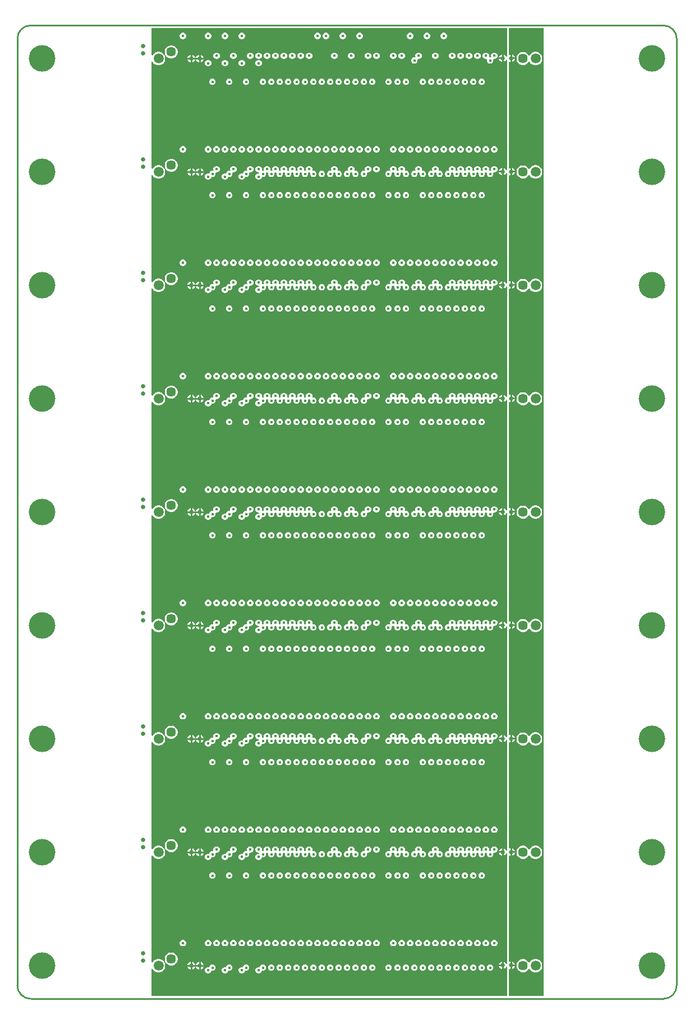
<source format=gbr>
%TF.GenerationSoftware,Altium Limited,Altium Designer,22.11.1 (43)*%
G04 Layer_Physical_Order=2*
G04 Layer_Color=36540*
%FSLAX45Y45*%
%MOMM*%
%TF.SameCoordinates,189E8146-0809-41ED-80BF-86DDFA5291D0*%
%TF.FilePolarity,Positive*%
%TF.FileFunction,Copper,L2,Inr,Signal*%
%TF.Part,Single*%
G01*
G75*
%TA.AperFunction,NonConductor*%
%ADD16C,0.25400*%
%TA.AperFunction,ComponentPad*%
%ADD17C,1.45000*%
%ADD18C,1.50800*%
%TA.AperFunction,ViaPad*%
%ADD19C,4.00000*%
%ADD20C,0.63500*%
%ADD21C,0.44400*%
%ADD22C,0.44450*%
G36*
X7390000Y14208900D02*
X7377300Y14206374D01*
X7372950Y14216875D01*
X7356874Y14232951D01*
X7337201Y14241100D01*
Y14184502D01*
Y14127904D01*
X7356874Y14136053D01*
X7372950Y14152129D01*
X7377300Y14162631D01*
X7390000Y14160104D01*
Y12498900D01*
X7377300Y12496374D01*
X7372950Y12506875D01*
X7356874Y12522952D01*
X7337201Y12531100D01*
Y12474502D01*
Y12417904D01*
X7356874Y12426053D01*
X7372950Y12442129D01*
X7377300Y12452630D01*
X7390000Y12450104D01*
Y10788900D01*
X7377300Y10786374D01*
X7372950Y10796875D01*
X7356874Y10812951D01*
X7337201Y10821100D01*
Y10764502D01*
Y10707904D01*
X7356874Y10716052D01*
X7372950Y10732129D01*
X7377300Y10742630D01*
X7390000Y10740104D01*
Y9078900D01*
X7377300Y9076374D01*
X7372950Y9086875D01*
X7356874Y9102952D01*
X7337201Y9111100D01*
Y9054502D01*
Y8997904D01*
X7356874Y9006053D01*
X7372950Y9022130D01*
X7377300Y9032631D01*
X7390000Y9030104D01*
Y7368900D01*
X7377300Y7366374D01*
X7372950Y7376875D01*
X7356874Y7392952D01*
X7337201Y7401100D01*
Y7344502D01*
Y7287904D01*
X7356874Y7296053D01*
X7372950Y7312129D01*
X7377300Y7322631D01*
X7390000Y7320104D01*
Y5658900D01*
X7377300Y5656374D01*
X7372950Y5666875D01*
X7356874Y5682952D01*
X7337201Y5691100D01*
Y5634502D01*
Y5577904D01*
X7356874Y5586053D01*
X7372950Y5602130D01*
X7377300Y5612631D01*
X7390000Y5610104D01*
Y3948900D01*
X7377300Y3946374D01*
X7372950Y3956875D01*
X7356874Y3972952D01*
X7337201Y3981100D01*
Y3924502D01*
Y3867904D01*
X7356874Y3876053D01*
X7372950Y3892130D01*
X7377300Y3902631D01*
X7390000Y3900104D01*
Y2238901D01*
X7377300Y2236375D01*
X7372951Y2246874D01*
X7356874Y2262952D01*
X7337201Y2271100D01*
Y2214502D01*
Y2157903D01*
X7356874Y2166052D01*
X7372951Y2182129D01*
X7377300Y2192628D01*
X7390000Y2190102D01*
Y528901D01*
X7377300Y526375D01*
X7372951Y536874D01*
X7356874Y552951D01*
X7337201Y561099D01*
Y504501D01*
Y447903D01*
X7356874Y456052D01*
X7372951Y472129D01*
X7377300Y482628D01*
X7390000Y480102D01*
Y38847D01*
X2028000D01*
Y449665D01*
X2040700Y453068D01*
X2049338Y438107D01*
X2068106Y419339D01*
X2091091Y406069D01*
X2116728Y399199D01*
X2143269D01*
X2168905Y406069D01*
X2191891Y419339D01*
X2210658Y438107D01*
X2223929Y461092D01*
X2230798Y486729D01*
Y513269D01*
X2223929Y538906D01*
X2210658Y561891D01*
X2191891Y580659D01*
X2168905Y593929D01*
X2143269Y600799D01*
X2116728D01*
X2091091Y593929D01*
X2068106Y580659D01*
X2049338Y561891D01*
X2040700Y546930D01*
X2028000Y550333D01*
Y2159664D01*
X2040700Y2163068D01*
X2049338Y2148106D01*
X2068106Y2129338D01*
X2091091Y2116068D01*
X2116728Y2109198D01*
X2143269D01*
X2168905Y2116068D01*
X2191891Y2129338D01*
X2210658Y2148106D01*
X2223929Y2171091D01*
X2230798Y2196728D01*
Y2223269D01*
X2223929Y2248905D01*
X2210658Y2271891D01*
X2191891Y2290658D01*
X2168905Y2303929D01*
X2143269Y2310798D01*
X2116728D01*
X2091091Y2303929D01*
X2068106Y2290658D01*
X2049338Y2271891D01*
X2040700Y2256929D01*
X2028000Y2260332D01*
Y3869669D01*
X2040700Y3873072D01*
X2049338Y3858110D01*
X2068106Y3839342D01*
X2091091Y3826072D01*
X2116728Y3819202D01*
X2143269D01*
X2168905Y3826072D01*
X2191891Y3839342D01*
X2210658Y3858110D01*
X2223929Y3881095D01*
X2230798Y3906732D01*
Y3933273D01*
X2223929Y3958910D01*
X2210658Y3981895D01*
X2191891Y4000662D01*
X2168905Y4013933D01*
X2143269Y4020802D01*
X2116728D01*
X2091091Y4013933D01*
X2068106Y4000662D01*
X2049338Y3981895D01*
X2040700Y3966933D01*
X2028000Y3970336D01*
Y5579668D01*
X2040700Y5583071D01*
X2049338Y5568109D01*
X2068106Y5549341D01*
X2091091Y5536071D01*
X2116728Y5529202D01*
X2143269D01*
X2168905Y5536071D01*
X2191891Y5549341D01*
X2210658Y5568109D01*
X2223929Y5591094D01*
X2230798Y5616731D01*
Y5643272D01*
X2223929Y5668909D01*
X2210658Y5691894D01*
X2191891Y5710661D01*
X2168905Y5723932D01*
X2143269Y5730801D01*
X2116728D01*
X2091091Y5723932D01*
X2068106Y5710661D01*
X2049338Y5691894D01*
X2040700Y5676932D01*
X2028000Y5680335D01*
Y7289667D01*
X2040700Y7293070D01*
X2049338Y7278108D01*
X2068106Y7259341D01*
X2091091Y7246070D01*
X2116728Y7239201D01*
X2143269D01*
X2168905Y7246070D01*
X2191891Y7259341D01*
X2210658Y7278108D01*
X2223929Y7301093D01*
X2230798Y7326730D01*
Y7353271D01*
X2223929Y7378908D01*
X2210658Y7401893D01*
X2191891Y7420661D01*
X2168905Y7433931D01*
X2143269Y7440800D01*
X2116728D01*
X2091091Y7433931D01*
X2068106Y7420661D01*
X2049338Y7401893D01*
X2040700Y7386931D01*
X2028000Y7390334D01*
Y8999666D01*
X2040700Y9003069D01*
X2049338Y8988107D01*
X2068106Y8969340D01*
X2091091Y8956069D01*
X2116728Y8949200D01*
X2143269D01*
X2168905Y8956069D01*
X2191891Y8969340D01*
X2210658Y8988107D01*
X2223929Y9011092D01*
X2230798Y9036729D01*
Y9063270D01*
X2223929Y9088907D01*
X2210658Y9111892D01*
X2191891Y9130660D01*
X2168905Y9143930D01*
X2143269Y9150800D01*
X2116728D01*
X2091091Y9143930D01*
X2068106Y9130660D01*
X2049338Y9111892D01*
X2040700Y9096930D01*
X2028000Y9100333D01*
Y10709665D01*
X2040700Y10713068D01*
X2049338Y10698106D01*
X2068106Y10679339D01*
X2091091Y10666068D01*
X2116728Y10659199D01*
X2143269D01*
X2168905Y10666068D01*
X2191891Y10679339D01*
X2210658Y10698106D01*
X2223929Y10721092D01*
X2230798Y10746728D01*
Y10773269D01*
X2223929Y10798906D01*
X2210658Y10821891D01*
X2191891Y10840659D01*
X2168905Y10853929D01*
X2143269Y10860799D01*
X2116728D01*
X2091091Y10853929D01*
X2068106Y10840659D01*
X2049338Y10821891D01*
X2040700Y10806929D01*
X2028000Y10810332D01*
Y12419664D01*
X2040700Y12423067D01*
X2049338Y12408105D01*
X2068106Y12389338D01*
X2091091Y12376067D01*
X2116728Y12369198D01*
X2143269D01*
X2168905Y12376067D01*
X2191891Y12389338D01*
X2210658Y12408105D01*
X2223929Y12431091D01*
X2230798Y12456727D01*
Y12483268D01*
X2223929Y12508905D01*
X2210658Y12531890D01*
X2191891Y12550658D01*
X2168905Y12563928D01*
X2143269Y12570798D01*
X2116728D01*
X2091091Y12563928D01*
X2068106Y12550658D01*
X2049338Y12531890D01*
X2040700Y12516928D01*
X2028000Y12520332D01*
Y14129668D01*
X2040700Y14133072D01*
X2049338Y14118111D01*
X2068106Y14099342D01*
X2091091Y14086072D01*
X2116728Y14079202D01*
X2143269D01*
X2168905Y14086072D01*
X2191891Y14099342D01*
X2210658Y14118111D01*
X2223929Y14141095D01*
X2230798Y14166731D01*
Y14193272D01*
X2223929Y14218909D01*
X2210658Y14241895D01*
X2191891Y14260661D01*
X2168905Y14273933D01*
X2143269Y14280801D01*
X2116728D01*
X2091091Y14273933D01*
X2068106Y14260661D01*
X2049338Y14241895D01*
X2040700Y14226933D01*
X2028000Y14230336D01*
Y14641154D01*
X7390000D01*
Y14208900D01*
D02*
G37*
G36*
X7940000Y38847D02*
X7415898D01*
Y443642D01*
X7428598Y452128D01*
X7438800Y447902D01*
Y504500D01*
Y561098D01*
X7428598Y556872D01*
X7415898Y565358D01*
Y2153643D01*
X7428598Y2162129D01*
X7438800Y2157903D01*
Y2214502D01*
Y2271100D01*
X7428598Y2266874D01*
X7415898Y2275360D01*
Y3863643D01*
X7428598Y3872129D01*
X7438800Y3867903D01*
Y3924501D01*
Y3981099D01*
X7428598Y3976874D01*
X7415898Y3985360D01*
Y5573643D01*
X7428598Y5582129D01*
X7438800Y5577903D01*
Y5634501D01*
Y5691099D01*
X7428598Y5686874D01*
X7415898Y5695359D01*
Y7283643D01*
X7428598Y7292129D01*
X7438800Y7287903D01*
Y7344501D01*
Y7401099D01*
X7428598Y7396874D01*
X7415898Y7405360D01*
Y8993643D01*
X7428598Y9002129D01*
X7438800Y8997903D01*
Y9054501D01*
Y9111099D01*
X7428598Y9106873D01*
X7415898Y9115359D01*
Y10703643D01*
X7428598Y10712129D01*
X7438800Y10707903D01*
Y10764501D01*
Y10821099D01*
X7428598Y10816873D01*
X7415898Y10825359D01*
Y12413643D01*
X7428598Y12422129D01*
X7438800Y12417903D01*
Y12474501D01*
Y12531099D01*
X7428598Y12526874D01*
X7415898Y12535359D01*
Y14123643D01*
X7428598Y14132129D01*
X7438800Y14127904D01*
Y14184502D01*
Y14241100D01*
X7428598Y14236874D01*
X7415898Y14245360D01*
Y14641154D01*
X7940000D01*
Y38847D01*
D02*
G37*
%LPC*%
G36*
X2888967Y14568100D02*
X2870031D01*
X2852536Y14560854D01*
X2839146Y14547462D01*
X2831899Y14529968D01*
Y14511032D01*
X2839146Y14493536D01*
X2852536Y14480147D01*
X2870031Y14472900D01*
X2888967D01*
X2906462Y14480147D01*
X2919852Y14493536D01*
X2927099Y14511032D01*
Y14529968D01*
X2919852Y14547462D01*
X2906462Y14560854D01*
X2888967Y14568100D01*
D02*
G37*
G36*
X2507968Y14568098D02*
X2489032D01*
X2471537Y14560854D01*
X2458147Y14547462D01*
X2450900Y14529968D01*
Y14511031D01*
X2458147Y14493536D01*
X2471537Y14480145D01*
X2489032Y14472900D01*
X2507968D01*
X2525463Y14480145D01*
X2538853Y14493536D01*
X2546100Y14511031D01*
Y14529968D01*
X2538853Y14547462D01*
X2525463Y14560854D01*
X2507968Y14568098D01*
D02*
G37*
G36*
X6444973Y14568126D02*
X6426027D01*
X6408523Y14560875D01*
X6395125Y14547478D01*
X6387875Y14529974D01*
Y14511028D01*
X6395125Y14493523D01*
X6408523Y14480125D01*
X6426027Y14472876D01*
X6444973D01*
X6462477Y14480125D01*
X6475875Y14493523D01*
X6483125Y14511028D01*
Y14529974D01*
X6475875Y14547478D01*
X6462477Y14560875D01*
X6444973Y14568126D01*
D02*
G37*
G36*
X6190972D02*
X6172026D01*
X6154522Y14560875D01*
X6141125Y14547478D01*
X6133874Y14529974D01*
Y14511028D01*
X6141125Y14493523D01*
X6154522Y14480125D01*
X6172026Y14472876D01*
X6190972D01*
X6208477Y14480125D01*
X6221874Y14493523D01*
X6229124Y14511028D01*
Y14529974D01*
X6221874Y14547478D01*
X6208477Y14560875D01*
X6190972Y14568126D01*
D02*
G37*
G36*
X5936972D02*
X5918026D01*
X5900522Y14560875D01*
X5887125Y14547478D01*
X5879874Y14529974D01*
Y14511028D01*
X5887125Y14493523D01*
X5900522Y14480125D01*
X5918026Y14472876D01*
X5936972D01*
X5954477Y14480125D01*
X5967874Y14493523D01*
X5975124Y14511028D01*
Y14529974D01*
X5967874Y14547478D01*
X5954477Y14560875D01*
X5936972Y14568126D01*
D02*
G37*
G36*
X5174972D02*
X5156026D01*
X5138522Y14560875D01*
X5125125Y14547478D01*
X5117874Y14529974D01*
Y14511028D01*
X5125125Y14493523D01*
X5138522Y14480125D01*
X5156026Y14472876D01*
X5174972D01*
X5192477Y14480125D01*
X5205874Y14493523D01*
X5213124Y14511028D01*
Y14529974D01*
X5205874Y14547478D01*
X5192477Y14560875D01*
X5174972Y14568126D01*
D02*
G37*
G36*
X4920972D02*
X4902026D01*
X4884522Y14560875D01*
X4871125Y14547478D01*
X4863874Y14529974D01*
Y14511028D01*
X4871125Y14493523D01*
X4884522Y14480125D01*
X4902026Y14472876D01*
X4920972D01*
X4938477Y14480125D01*
X4951874Y14493523D01*
X4959124Y14511028D01*
Y14529974D01*
X4951874Y14547478D01*
X4938477Y14560875D01*
X4920972Y14568126D01*
D02*
G37*
G36*
X4666972D02*
X4648026D01*
X4630522Y14560875D01*
X4617125Y14547478D01*
X4609874Y14529974D01*
Y14511028D01*
X4617125Y14493523D01*
X4630522Y14480125D01*
X4648026Y14472876D01*
X4666972D01*
X4684477Y14480125D01*
X4697874Y14493523D01*
X4705124Y14511028D01*
Y14529974D01*
X4697874Y14547478D01*
X4684477Y14560875D01*
X4666972Y14568126D01*
D02*
G37*
G36*
X4539972D02*
X4521026D01*
X4503522Y14560875D01*
X4490125Y14547478D01*
X4482874Y14529974D01*
Y14511028D01*
X4490125Y14493523D01*
X4503522Y14480125D01*
X4521026Y14472876D01*
X4539972D01*
X4557477Y14480125D01*
X4570874Y14493523D01*
X4578124Y14511028D01*
Y14529974D01*
X4570874Y14547478D01*
X4557477Y14560875D01*
X4539972Y14568126D01*
D02*
G37*
G36*
X3396972D02*
X3378026D01*
X3360522Y14560875D01*
X3347125Y14547478D01*
X3339874Y14529974D01*
Y14511028D01*
X3347125Y14493523D01*
X3360522Y14480125D01*
X3378026Y14472876D01*
X3396972D01*
X3414477Y14480125D01*
X3427874Y14493523D01*
X3435124Y14511028D01*
Y14529974D01*
X3427874Y14547478D01*
X3414477Y14560875D01*
X3396972Y14568126D01*
D02*
G37*
G36*
X3142972D02*
X3124026D01*
X3106522Y14560875D01*
X3093125Y14547478D01*
X3085874Y14529974D01*
Y14511028D01*
X3093125Y14493523D01*
X3106522Y14480125D01*
X3124026Y14472876D01*
X3142972D01*
X3160477Y14480125D01*
X3173874Y14493523D01*
X3181124Y14511028D01*
Y14529974D01*
X3173874Y14547478D01*
X3160477Y14560875D01*
X3142972Y14568126D01*
D02*
G37*
G36*
X7206972Y14268126D02*
X7188026D01*
X7170522Y14260875D01*
X7157125Y14247478D01*
X7149874Y14229974D01*
Y14211028D01*
X7151028Y14208243D01*
X7147185Y14202843D01*
X7141679Y14197626D01*
X7126320D01*
X7120814Y14202843D01*
X7116971Y14208243D01*
X7118124Y14211028D01*
Y14229974D01*
X7110874Y14247478D01*
X7097477Y14260875D01*
X7079972Y14268126D01*
X7061026D01*
X7043522Y14260875D01*
X7030125Y14247478D01*
X7022874Y14229974D01*
Y14211028D01*
X7030125Y14193523D01*
X7043522Y14180125D01*
X7061026Y14172876D01*
X7078179D01*
X7083685Y14167659D01*
X7087528Y14162259D01*
X7086374Y14159474D01*
Y14140527D01*
X7093625Y14123022D01*
X7107022Y14109625D01*
X7124526Y14102376D01*
X7143472D01*
X7160977Y14109625D01*
X7174374Y14123022D01*
X7181624Y14140527D01*
Y14159474D01*
X7180471Y14162259D01*
X7184314Y14167659D01*
X7189820Y14172876D01*
X7206972D01*
X7224477Y14180125D01*
X7237874Y14193523D01*
X7245124Y14211028D01*
Y14229974D01*
X7237874Y14247478D01*
X7224477Y14260875D01*
X7206972Y14268126D01*
D02*
G37*
G36*
X7311801Y14241100D02*
X7292128Y14232951D01*
X7276051Y14216875D01*
X7267903Y14197202D01*
X7311801D01*
Y14241100D01*
D02*
G37*
G36*
X2765201Y14236600D02*
Y14192702D01*
X2809099D01*
X2800950Y14212373D01*
X2784874Y14228450D01*
X2765201Y14236600D01*
D02*
G37*
G36*
X2739801D02*
X2720128Y14228450D01*
X2704051Y14212373D01*
X2695903Y14192702D01*
X2739801D01*
Y14236600D01*
D02*
G37*
G36*
X2638201D02*
Y14192702D01*
X2682099D01*
X2673950Y14212373D01*
X2657874Y14228450D01*
X2638201Y14236600D01*
D02*
G37*
G36*
X2612801D02*
X2593128Y14228450D01*
X2577051Y14212373D01*
X2568903Y14192702D01*
X2612801D01*
Y14236600D01*
D02*
G37*
G36*
X2333890Y14377902D02*
X2308112D01*
X2283213Y14371230D01*
X2260889Y14358340D01*
X2242662Y14340114D01*
X2229773Y14317790D01*
X2223101Y14292891D01*
Y14267113D01*
X2229773Y14242213D01*
X2242662Y14219890D01*
X2260889Y14201662D01*
X2283213Y14188774D01*
X2308112Y14182101D01*
X2333890D01*
X2358789Y14188774D01*
X2381113Y14201662D01*
X2399341Y14219890D01*
X2412229Y14242213D01*
X2418901Y14267113D01*
Y14292891D01*
X2412229Y14317790D01*
X2399341Y14340114D01*
X2381113Y14358340D01*
X2358789Y14371230D01*
X2333890Y14377902D01*
D02*
G37*
G36*
X6952972Y14268126D02*
X6934026D01*
X6916522Y14260875D01*
X6903125Y14247478D01*
X6895874Y14229974D01*
Y14211028D01*
X6903125Y14193523D01*
X6916522Y14180125D01*
X6934026Y14172876D01*
X6952972D01*
X6970477Y14180125D01*
X6983874Y14193523D01*
X6991124Y14211028D01*
Y14229974D01*
X6983874Y14247478D01*
X6970477Y14260875D01*
X6952972Y14268126D01*
D02*
G37*
G36*
X6825972D02*
X6807026D01*
X6789522Y14260875D01*
X6776125Y14247478D01*
X6768874Y14229974D01*
Y14211028D01*
X6776125Y14193523D01*
X6789522Y14180125D01*
X6807026Y14172876D01*
X6825972D01*
X6843477Y14180125D01*
X6856874Y14193523D01*
X6864124Y14211028D01*
Y14229974D01*
X6856874Y14247478D01*
X6843477Y14260875D01*
X6825972Y14268126D01*
D02*
G37*
G36*
X6698972D02*
X6680026D01*
X6662522Y14260875D01*
X6649125Y14247478D01*
X6641874Y14229974D01*
Y14211028D01*
X6649125Y14193523D01*
X6662522Y14180125D01*
X6680026Y14172876D01*
X6698972D01*
X6716477Y14180125D01*
X6729874Y14193523D01*
X6737124Y14211028D01*
Y14229974D01*
X6729874Y14247478D01*
X6716477Y14260875D01*
X6698972Y14268126D01*
D02*
G37*
G36*
X6571972D02*
X6553026D01*
X6535522Y14260875D01*
X6522125Y14247478D01*
X6514874Y14229974D01*
Y14211028D01*
X6522125Y14193523D01*
X6535522Y14180125D01*
X6553026Y14172876D01*
X6571972D01*
X6589477Y14180125D01*
X6602874Y14193523D01*
X6610124Y14211028D01*
Y14229974D01*
X6602874Y14247478D01*
X6589477Y14260875D01*
X6571972Y14268126D01*
D02*
G37*
G36*
X6317972D02*
X6299026D01*
X6281522Y14260875D01*
X6268125Y14247478D01*
X6260874Y14229974D01*
Y14211028D01*
X6268125Y14193523D01*
X6281522Y14180125D01*
X6299026Y14172876D01*
X6317972D01*
X6335477Y14180125D01*
X6348874Y14193523D01*
X6356124Y14211028D01*
Y14229974D01*
X6348874Y14247478D01*
X6335477Y14260875D01*
X6317972Y14268126D01*
D02*
G37*
G36*
X5809972D02*
X5791026D01*
X5773522Y14260875D01*
X5760125Y14247478D01*
X5752874Y14229974D01*
Y14211028D01*
X5760125Y14193523D01*
X5773522Y14180125D01*
X5791026Y14172876D01*
X5809972D01*
X5827477Y14180125D01*
X5840874Y14193523D01*
X5848124Y14211028D01*
Y14229974D01*
X5840874Y14247478D01*
X5827477Y14260875D01*
X5809972Y14268126D01*
D02*
G37*
G36*
X5682972D02*
X5664026D01*
X5646522Y14260875D01*
X5633125Y14247478D01*
X5625874Y14229974D01*
Y14211028D01*
X5633125Y14193523D01*
X5646522Y14180125D01*
X5664026Y14172876D01*
X5682972D01*
X5700477Y14180125D01*
X5713874Y14193523D01*
X5721124Y14211028D01*
Y14229974D01*
X5713874Y14247478D01*
X5700477Y14260875D01*
X5682972Y14268126D01*
D02*
G37*
G36*
X5428972D02*
X5410026D01*
X5392522Y14260875D01*
X5379125Y14247478D01*
X5371874Y14229974D01*
Y14211028D01*
X5379125Y14193523D01*
X5392522Y14180125D01*
X5410026Y14172876D01*
X5428972D01*
X5446477Y14180125D01*
X5459874Y14193523D01*
X5467124Y14211028D01*
Y14229974D01*
X5459874Y14247478D01*
X5446477Y14260875D01*
X5428972Y14268126D01*
D02*
G37*
G36*
X5301972D02*
X5283026D01*
X5265522Y14260875D01*
X5252125Y14247478D01*
X5244874Y14229974D01*
Y14211028D01*
X5252125Y14193523D01*
X5265522Y14180125D01*
X5283026Y14172876D01*
X5301972D01*
X5319477Y14180125D01*
X5332874Y14193523D01*
X5340124Y14211028D01*
Y14229974D01*
X5332874Y14247478D01*
X5319477Y14260875D01*
X5301972Y14268126D01*
D02*
G37*
G36*
X5047972D02*
X5029026D01*
X5011522Y14260875D01*
X4998125Y14247478D01*
X4990874Y14229974D01*
Y14211028D01*
X4998125Y14193523D01*
X5011522Y14180125D01*
X5029026Y14172876D01*
X5047972D01*
X5065477Y14180125D01*
X5078874Y14193523D01*
X5086124Y14211028D01*
Y14229974D01*
X5078874Y14247478D01*
X5065477Y14260875D01*
X5047972Y14268126D01*
D02*
G37*
G36*
X4793972D02*
X4775026D01*
X4757522Y14260875D01*
X4744125Y14247478D01*
X4736874Y14229974D01*
Y14211028D01*
X4744125Y14193523D01*
X4757522Y14180125D01*
X4775026Y14172876D01*
X4793972D01*
X4811477Y14180125D01*
X4824874Y14193523D01*
X4832124Y14211028D01*
Y14229974D01*
X4824874Y14247478D01*
X4811477Y14260875D01*
X4793972Y14268126D01*
D02*
G37*
G36*
X4412974D02*
X4394028D01*
X4376523Y14260875D01*
X4363126Y14247478D01*
X4355876Y14229974D01*
Y14211028D01*
X4363126Y14193523D01*
X4376523Y14180125D01*
X4394028Y14172876D01*
X4412974D01*
X4430478Y14180125D01*
X4443875Y14193523D01*
X4451126Y14211028D01*
Y14229974D01*
X4443875Y14247478D01*
X4430478Y14260875D01*
X4412974Y14268126D01*
D02*
G37*
G36*
X4285972D02*
X4267026D01*
X4249522Y14260875D01*
X4236125Y14247478D01*
X4228874Y14229974D01*
Y14211028D01*
X4236125Y14193523D01*
X4249522Y14180125D01*
X4267026Y14172876D01*
X4285972D01*
X4303477Y14180125D01*
X4316874Y14193523D01*
X4324124Y14211028D01*
Y14229974D01*
X4316874Y14247478D01*
X4303477Y14260875D01*
X4285972Y14268126D01*
D02*
G37*
G36*
X4158972D02*
X4140026D01*
X4122522Y14260875D01*
X4109125Y14247478D01*
X4101874Y14229974D01*
Y14211028D01*
X4109125Y14193523D01*
X4122522Y14180125D01*
X4140026Y14172876D01*
X4158972D01*
X4176477Y14180125D01*
X4189874Y14193523D01*
X4197124Y14211028D01*
Y14229974D01*
X4189874Y14247478D01*
X4176477Y14260875D01*
X4158972Y14268126D01*
D02*
G37*
G36*
X4031972D02*
X4013026D01*
X3995522Y14260875D01*
X3982125Y14247478D01*
X3974874Y14229974D01*
Y14211028D01*
X3982125Y14193523D01*
X3995522Y14180125D01*
X4013026Y14172876D01*
X4031972D01*
X4049477Y14180125D01*
X4062874Y14193523D01*
X4070124Y14211028D01*
Y14229974D01*
X4062874Y14247478D01*
X4049477Y14260875D01*
X4031972Y14268126D01*
D02*
G37*
G36*
X3904972D02*
X3886026D01*
X3868522Y14260875D01*
X3855125Y14247478D01*
X3847874Y14229974D01*
Y14211028D01*
X3855125Y14193523D01*
X3868522Y14180125D01*
X3886026Y14172876D01*
X3904972D01*
X3922477Y14180125D01*
X3935874Y14193523D01*
X3943124Y14211028D01*
Y14229974D01*
X3935874Y14247478D01*
X3922477Y14260875D01*
X3904972Y14268126D01*
D02*
G37*
G36*
X3777972D02*
X3759026D01*
X3741522Y14260875D01*
X3728125Y14247478D01*
X3720874Y14229974D01*
Y14211028D01*
X3728125Y14193523D01*
X3741522Y14180125D01*
X3759026Y14172876D01*
X3777972D01*
X3795477Y14180125D01*
X3808874Y14193523D01*
X3816124Y14211028D01*
Y14229974D01*
X3808874Y14247478D01*
X3795477Y14260875D01*
X3777972Y14268126D01*
D02*
G37*
G36*
X3650972D02*
X3632026D01*
X3614522Y14260875D01*
X3601125Y14247478D01*
X3593874Y14229974D01*
Y14211028D01*
X3601125Y14193523D01*
X3614522Y14180125D01*
X3632026Y14172876D01*
X3650972D01*
X3668477Y14180125D01*
X3681874Y14193523D01*
X3689124Y14211028D01*
Y14229974D01*
X3681874Y14247478D01*
X3668477Y14260875D01*
X3650972Y14268126D01*
D02*
G37*
G36*
X3523972D02*
X3505026D01*
X3487522Y14260875D01*
X3474125Y14247478D01*
X3466874Y14229974D01*
Y14211028D01*
X3474125Y14193523D01*
X3487522Y14180125D01*
X3505026Y14172876D01*
X3523972D01*
X3541477Y14180125D01*
X3554874Y14193523D01*
X3562124Y14211028D01*
Y14229974D01*
X3554874Y14247478D01*
X3541477Y14260875D01*
X3523972Y14268126D01*
D02*
G37*
G36*
X3269972D02*
X3251026D01*
X3233522Y14260875D01*
X3220125Y14247478D01*
X3212874Y14229974D01*
Y14211028D01*
X3220125Y14193523D01*
X3233522Y14180125D01*
X3251026Y14172876D01*
X3269972D01*
X3287477Y14180125D01*
X3300874Y14193523D01*
X3308124Y14211028D01*
Y14229974D01*
X3300874Y14247478D01*
X3287477Y14260875D01*
X3269972Y14268126D01*
D02*
G37*
G36*
X3015972D02*
X2997026D01*
X2979522Y14260875D01*
X2966125Y14247478D01*
X2958874Y14229974D01*
Y14211028D01*
X2966125Y14193523D01*
X2979522Y14180125D01*
X2997026Y14172876D01*
X3015972D01*
X3033477Y14180125D01*
X3046874Y14193523D01*
X3054124Y14211028D01*
Y14229974D01*
X3046874Y14247478D01*
X3033477Y14260875D01*
X3015972Y14268126D01*
D02*
G37*
G36*
X7311801Y14171802D02*
X7267903D01*
X7276051Y14152129D01*
X7292128Y14136053D01*
X7311801Y14127904D01*
Y14171802D01*
D02*
G37*
G36*
X2809099Y14167300D02*
X2765201D01*
Y14123402D01*
X2784874Y14131551D01*
X2800950Y14147627D01*
X2809099Y14167300D01*
D02*
G37*
G36*
X2739801D02*
X2695903D01*
X2704051Y14147627D01*
X2720128Y14131551D01*
X2739801Y14123402D01*
Y14167300D01*
D02*
G37*
G36*
X2682099D02*
X2638201D01*
Y14123402D01*
X2657874Y14131551D01*
X2673950Y14147627D01*
X2682099Y14167300D01*
D02*
G37*
G36*
X2612801D02*
X2568903D01*
X2577051Y14147627D01*
X2593128Y14131551D01*
X2612801Y14123402D01*
Y14167300D01*
D02*
G37*
G36*
X6063972Y14268126D02*
X6045026D01*
X6027522Y14260875D01*
X6014125Y14247478D01*
X6006874Y14229974D01*
Y14211028D01*
X6008028Y14208243D01*
X6004185Y14202843D01*
X5998679Y14197626D01*
X5981526D01*
X5964022Y14190375D01*
X5950625Y14176978D01*
X5943374Y14159474D01*
Y14140527D01*
X5950625Y14123022D01*
X5964022Y14109625D01*
X5981526Y14102376D01*
X6000472D01*
X6017977Y14109625D01*
X6031374Y14123022D01*
X6038624Y14140527D01*
Y14159474D01*
X6037471Y14162259D01*
X6041314Y14167659D01*
X6046820Y14172876D01*
X6063972D01*
X6081477Y14180125D01*
X6094874Y14193523D01*
X6102124Y14211028D01*
Y14229974D01*
X6094874Y14247478D01*
X6081477Y14260875D01*
X6063972Y14268126D01*
D02*
G37*
G36*
X3650972Y14157526D02*
X3632026D01*
X3614522Y14150275D01*
X3601125Y14136877D01*
X3593874Y14119374D01*
Y14100427D01*
X3601125Y14082922D01*
X3614522Y14069527D01*
X3632026Y14062276D01*
X3650972D01*
X3668477Y14069527D01*
X3681874Y14082922D01*
X3689124Y14100427D01*
Y14119374D01*
X3681874Y14136877D01*
X3668477Y14150275D01*
X3650972Y14157526D01*
D02*
G37*
G36*
X3396972Y14157501D02*
X3378026D01*
X3360522Y14150250D01*
X3347125Y14136853D01*
X3339874Y14119350D01*
Y14100403D01*
X3347125Y14082898D01*
X3360522Y14069501D01*
X3378026Y14062251D01*
X3396972D01*
X3414477Y14069501D01*
X3427874Y14082898D01*
X3435124Y14100403D01*
Y14119350D01*
X3427874Y14136853D01*
X3414477Y14150250D01*
X3396972Y14157501D01*
D02*
G37*
G36*
X3142972D02*
X3124026D01*
X3106522Y14150250D01*
X3093125Y14136853D01*
X3085874Y14119350D01*
Y14100403D01*
X3093125Y14082898D01*
X3106522Y14069501D01*
X3124026Y14062251D01*
X3142972D01*
X3160477Y14069501D01*
X3173874Y14082898D01*
X3181124Y14100403D01*
Y14119350D01*
X3173874Y14136853D01*
X3160477Y14150250D01*
X3142972Y14157501D01*
D02*
G37*
G36*
X2888974D02*
X2870028D01*
X2852523Y14150250D01*
X2839126Y14136853D01*
X2831876Y14119350D01*
Y14100403D01*
X2839126Y14082898D01*
X2852523Y14069501D01*
X2870028Y14062251D01*
X2888974D01*
X2906478Y14069501D01*
X2919875Y14082898D01*
X2927126Y14100403D01*
Y14119350D01*
X2919875Y14136853D01*
X2906478Y14150250D01*
X2888974Y14157501D01*
D02*
G37*
G36*
X7016473Y13876627D02*
X6997527D01*
X6980023Y13869376D01*
X6966625Y13855978D01*
X6959375Y13838474D01*
Y13819528D01*
X6966625Y13802023D01*
X6980023Y13788626D01*
X6997527Y13781377D01*
X7016473D01*
X7033977Y13788626D01*
X7047375Y13802023D01*
X7054625Y13819528D01*
Y13838474D01*
X7047375Y13855978D01*
X7033977Y13869376D01*
X7016473Y13876627D01*
D02*
G37*
G36*
X6889472D02*
X6870526D01*
X6853022Y13869376D01*
X6839625Y13855978D01*
X6832374Y13838474D01*
Y13819528D01*
X6839625Y13802023D01*
X6853022Y13788626D01*
X6870526Y13781377D01*
X6889472D01*
X6906977Y13788626D01*
X6920374Y13802023D01*
X6927624Y13819528D01*
Y13838474D01*
X6920374Y13855978D01*
X6906977Y13869376D01*
X6889472Y13876627D01*
D02*
G37*
G36*
X6762473D02*
X6743527D01*
X6726023Y13869376D01*
X6712625Y13855978D01*
X6705375Y13838474D01*
Y13819528D01*
X6712625Y13802023D01*
X6726023Y13788626D01*
X6743527Y13781377D01*
X6762473D01*
X6779977Y13788626D01*
X6793375Y13802023D01*
X6800625Y13819528D01*
Y13838474D01*
X6793375Y13855978D01*
X6779977Y13869376D01*
X6762473Y13876627D01*
D02*
G37*
G36*
X6635473D02*
X6616527D01*
X6599023Y13869376D01*
X6585625Y13855978D01*
X6578375Y13838474D01*
Y13819528D01*
X6585625Y13802023D01*
X6599023Y13788626D01*
X6616527Y13781377D01*
X6635473D01*
X6652977Y13788626D01*
X6666375Y13802023D01*
X6673625Y13819528D01*
Y13838474D01*
X6666375Y13855978D01*
X6652977Y13869376D01*
X6635473Y13876627D01*
D02*
G37*
G36*
X6508473D02*
X6489527D01*
X6472023Y13869376D01*
X6458625Y13855978D01*
X6451375Y13838474D01*
Y13819528D01*
X6458625Y13802023D01*
X6472023Y13788626D01*
X6489527Y13781377D01*
X6508473D01*
X6525977Y13788626D01*
X6539375Y13802023D01*
X6546625Y13819528D01*
Y13838474D01*
X6539375Y13855978D01*
X6525977Y13869376D01*
X6508473Y13876627D01*
D02*
G37*
G36*
X6381473D02*
X6362527D01*
X6345023Y13869376D01*
X6331625Y13855978D01*
X6324375Y13838474D01*
Y13819528D01*
X6331625Y13802023D01*
X6345023Y13788626D01*
X6362527Y13781377D01*
X6381473D01*
X6398977Y13788626D01*
X6412375Y13802023D01*
X6419625Y13819528D01*
Y13838474D01*
X6412375Y13855978D01*
X6398977Y13869376D01*
X6381473Y13876627D01*
D02*
G37*
G36*
X6254472D02*
X6235526D01*
X6218022Y13869376D01*
X6204625Y13855978D01*
X6197374Y13838474D01*
Y13819528D01*
X6204625Y13802023D01*
X6218022Y13788626D01*
X6235526Y13781377D01*
X6254472D01*
X6271977Y13788626D01*
X6285374Y13802023D01*
X6292624Y13819528D01*
Y13838474D01*
X6285374Y13855978D01*
X6271977Y13869376D01*
X6254472Y13876627D01*
D02*
G37*
G36*
X6127473D02*
X6108527D01*
X6091023Y13869376D01*
X6077625Y13855978D01*
X6070375Y13838474D01*
Y13819528D01*
X6077625Y13802023D01*
X6091023Y13788626D01*
X6108527Y13781377D01*
X6127473D01*
X6144977Y13788626D01*
X6158375Y13802023D01*
X6165625Y13819528D01*
Y13838474D01*
X6158375Y13855978D01*
X6144977Y13869376D01*
X6127473Y13876627D01*
D02*
G37*
G36*
X5873472D02*
X5854526D01*
X5837022Y13869376D01*
X5823625Y13855978D01*
X5816374Y13838474D01*
Y13819528D01*
X5823625Y13802023D01*
X5837022Y13788626D01*
X5854526Y13781377D01*
X5873472D01*
X5890977Y13788626D01*
X5904374Y13802023D01*
X5911624Y13819528D01*
Y13838474D01*
X5904374Y13855978D01*
X5890977Y13869376D01*
X5873472Y13876627D01*
D02*
G37*
G36*
X5746472D02*
X5727526D01*
X5710022Y13869376D01*
X5696625Y13855978D01*
X5689374Y13838474D01*
Y13819528D01*
X5696625Y13802023D01*
X5710022Y13788626D01*
X5727526Y13781377D01*
X5746472D01*
X5763977Y13788626D01*
X5777374Y13802023D01*
X5784624Y13819528D01*
Y13838474D01*
X5777374Y13855978D01*
X5763977Y13869376D01*
X5746472Y13876627D01*
D02*
G37*
G36*
X5610472D02*
X5591526D01*
X5574022Y13869376D01*
X5560625Y13855978D01*
X5553374Y13838474D01*
Y13819528D01*
X5560625Y13802023D01*
X5574022Y13788626D01*
X5591526Y13781377D01*
X5610472D01*
X5627977Y13788626D01*
X5641374Y13802023D01*
X5648624Y13819528D01*
Y13838474D01*
X5641374Y13855978D01*
X5627977Y13869376D01*
X5610472Y13876627D01*
D02*
G37*
G36*
X5364249D02*
X5345302D01*
X5327798Y13869376D01*
X5314401Y13855978D01*
X5307151Y13838474D01*
Y13819528D01*
X5314401Y13802023D01*
X5327798Y13788626D01*
X5345302Y13781377D01*
X5364249D01*
X5381753Y13788626D01*
X5395150Y13802023D01*
X5402401Y13819528D01*
Y13838474D01*
X5395150Y13855978D01*
X5381753Y13869376D01*
X5364249Y13876627D01*
D02*
G37*
G36*
X5238472D02*
X5219526D01*
X5202022Y13869376D01*
X5188625Y13855978D01*
X5181374Y13838474D01*
Y13819528D01*
X5188625Y13802023D01*
X5202022Y13788626D01*
X5219526Y13781377D01*
X5238472D01*
X5255977Y13788626D01*
X5269374Y13802023D01*
X5276624Y13819528D01*
Y13838474D01*
X5269374Y13855978D01*
X5255977Y13869376D01*
X5238472Y13876627D01*
D02*
G37*
G36*
X5111472D02*
X5092526D01*
X5075022Y13869376D01*
X5061625Y13855978D01*
X5054374Y13838474D01*
Y13819528D01*
X5061625Y13802023D01*
X5075022Y13788626D01*
X5092526Y13781377D01*
X5111472D01*
X5128977Y13788626D01*
X5142374Y13802023D01*
X5149624Y13819528D01*
Y13838474D01*
X5142374Y13855978D01*
X5128977Y13869376D01*
X5111472Y13876627D01*
D02*
G37*
G36*
X4984472D02*
X4965526D01*
X4948022Y13869376D01*
X4934625Y13855978D01*
X4927374Y13838474D01*
Y13819528D01*
X4934625Y13802023D01*
X4948022Y13788626D01*
X4965526Y13781377D01*
X4984472D01*
X5001977Y13788626D01*
X5015374Y13802023D01*
X5022624Y13819528D01*
Y13838474D01*
X5015374Y13855978D01*
X5001977Y13869376D01*
X4984472Y13876627D01*
D02*
G37*
G36*
X4857472D02*
X4838526D01*
X4821022Y13869376D01*
X4807625Y13855978D01*
X4800374Y13838474D01*
Y13819528D01*
X4807625Y13802023D01*
X4821022Y13788626D01*
X4838526Y13781377D01*
X4857472D01*
X4874977Y13788626D01*
X4888374Y13802023D01*
X4895624Y13819528D01*
Y13838474D01*
X4888374Y13855978D01*
X4874977Y13869376D01*
X4857472Y13876627D01*
D02*
G37*
G36*
X4730472D02*
X4711526D01*
X4694022Y13869376D01*
X4680625Y13855978D01*
X4673374Y13838474D01*
Y13819528D01*
X4680625Y13802023D01*
X4694022Y13788626D01*
X4711526Y13781377D01*
X4730472D01*
X4747977Y13788626D01*
X4761374Y13802023D01*
X4768624Y13819528D01*
Y13838474D01*
X4761374Y13855978D01*
X4747977Y13869376D01*
X4730472Y13876627D01*
D02*
G37*
G36*
X4603472D02*
X4584526D01*
X4567022Y13869376D01*
X4553625Y13855978D01*
X4546374Y13838474D01*
Y13819528D01*
X4553625Y13802023D01*
X4567022Y13788626D01*
X4584526Y13781377D01*
X4603472D01*
X4620977Y13788626D01*
X4634374Y13802023D01*
X4641624Y13819528D01*
Y13838474D01*
X4634374Y13855978D01*
X4620977Y13869376D01*
X4603472Y13876627D01*
D02*
G37*
G36*
X4476472D02*
X4457526D01*
X4440022Y13869376D01*
X4426625Y13855978D01*
X4419374Y13838474D01*
Y13819528D01*
X4426625Y13802023D01*
X4440022Y13788626D01*
X4457526Y13781377D01*
X4476472D01*
X4493977Y13788626D01*
X4507374Y13802023D01*
X4514624Y13819528D01*
Y13838474D01*
X4507374Y13855978D01*
X4493977Y13869376D01*
X4476472Y13876627D01*
D02*
G37*
G36*
X4349472D02*
X4330526D01*
X4313022Y13869376D01*
X4299625Y13855978D01*
X4292374Y13838474D01*
Y13819528D01*
X4299625Y13802023D01*
X4313022Y13788626D01*
X4330526Y13781377D01*
X4349472D01*
X4366977Y13788626D01*
X4380374Y13802023D01*
X4387624Y13819528D01*
Y13838474D01*
X4380374Y13855978D01*
X4366977Y13869376D01*
X4349472Y13876627D01*
D02*
G37*
G36*
X4222472D02*
X4203526D01*
X4186022Y13869376D01*
X4172625Y13855978D01*
X4165374Y13838474D01*
Y13819528D01*
X4172625Y13802023D01*
X4186022Y13788626D01*
X4203526Y13781377D01*
X4222472D01*
X4239977Y13788626D01*
X4253374Y13802023D01*
X4260624Y13819528D01*
Y13838474D01*
X4253374Y13855978D01*
X4239977Y13869376D01*
X4222472Y13876627D01*
D02*
G37*
G36*
X4095472D02*
X4076526D01*
X4059022Y13869376D01*
X4045625Y13855978D01*
X4038374Y13838474D01*
Y13819528D01*
X4045625Y13802023D01*
X4059022Y13788626D01*
X4076526Y13781377D01*
X4095472D01*
X4112977Y13788626D01*
X4126374Y13802023D01*
X4133624Y13819528D01*
Y13838474D01*
X4126374Y13855978D01*
X4112977Y13869376D01*
X4095472Y13876627D01*
D02*
G37*
G36*
X3968472D02*
X3949526D01*
X3932022Y13869376D01*
X3918625Y13855978D01*
X3911374Y13838474D01*
Y13819528D01*
X3918625Y13802023D01*
X3932022Y13788626D01*
X3949526Y13781377D01*
X3968472D01*
X3985977Y13788626D01*
X3999374Y13802023D01*
X4006624Y13819528D01*
Y13838474D01*
X3999374Y13855978D01*
X3985977Y13869376D01*
X3968472Y13876627D01*
D02*
G37*
G36*
X3841472D02*
X3822526D01*
X3805022Y13869376D01*
X3791625Y13855978D01*
X3784374Y13838474D01*
Y13819528D01*
X3791625Y13802023D01*
X3805022Y13788626D01*
X3822526Y13781377D01*
X3841472D01*
X3858977Y13788626D01*
X3872374Y13802023D01*
X3879624Y13819528D01*
Y13838474D01*
X3872374Y13855978D01*
X3858977Y13869376D01*
X3841472Y13876627D01*
D02*
G37*
G36*
X3714472D02*
X3695526D01*
X3678022Y13869376D01*
X3664625Y13855978D01*
X3657374Y13838474D01*
Y13819528D01*
X3664625Y13802023D01*
X3678022Y13788626D01*
X3695526Y13781377D01*
X3714472D01*
X3731977Y13788626D01*
X3745374Y13802023D01*
X3752624Y13819528D01*
Y13838474D01*
X3745374Y13855978D01*
X3731977Y13869376D01*
X3714472Y13876627D01*
D02*
G37*
G36*
X3460472D02*
X3441526D01*
X3424022Y13869376D01*
X3410625Y13855978D01*
X3403374Y13838474D01*
Y13819528D01*
X3410625Y13802023D01*
X3424022Y13788626D01*
X3441526Y13781377D01*
X3460472D01*
X3477977Y13788626D01*
X3491374Y13802023D01*
X3498624Y13819528D01*
Y13838474D01*
X3491374Y13855978D01*
X3477977Y13869376D01*
X3460472Y13876627D01*
D02*
G37*
G36*
X3206472D02*
X3187526D01*
X3170022Y13869376D01*
X3156625Y13855978D01*
X3149374Y13838474D01*
Y13819528D01*
X3156625Y13802023D01*
X3170022Y13788626D01*
X3187526Y13781377D01*
X3206472D01*
X3223977Y13788626D01*
X3237374Y13802023D01*
X3244624Y13819528D01*
Y13838474D01*
X3237374Y13855978D01*
X3223977Y13869376D01*
X3206472Y13876627D01*
D02*
G37*
G36*
X2952472D02*
X2933526D01*
X2916022Y13869376D01*
X2902625Y13855978D01*
X2895374Y13838474D01*
Y13819528D01*
X2902625Y13802023D01*
X2916022Y13788626D01*
X2933526Y13781377D01*
X2952472D01*
X2969977Y13788626D01*
X2983374Y13802023D01*
X2990624Y13819528D01*
Y13838474D01*
X2983374Y13855978D01*
X2969977Y13869376D01*
X2952472Y13876627D01*
D02*
G37*
G36*
X2888967Y12858099D02*
X2870031D01*
X2852536Y12850853D01*
X2839146Y12837463D01*
X2831899Y12819968D01*
Y12801031D01*
X2839146Y12783537D01*
X2852536Y12770147D01*
X2870031Y12762900D01*
X2888967D01*
X2906462Y12770147D01*
X2919852Y12783537D01*
X2927099Y12801031D01*
Y12819968D01*
X2919852Y12837463D01*
X2906462Y12850853D01*
X2888967Y12858099D01*
D02*
G37*
G36*
X2507968Y12858099D02*
X2489032D01*
X2471537Y12850853D01*
X2458147Y12837463D01*
X2450900Y12819968D01*
Y12801031D01*
X2458147Y12783536D01*
X2471537Y12770146D01*
X2489032Y12762900D01*
X2507968D01*
X2525463Y12770146D01*
X2538853Y12783536D01*
X2546100Y12801031D01*
Y12819968D01*
X2538853Y12837463D01*
X2525463Y12850853D01*
X2507968Y12858099D01*
D02*
G37*
G36*
X7206972Y12858125D02*
X7188026D01*
X7170522Y12850874D01*
X7157125Y12837479D01*
X7149874Y12819974D01*
Y12801027D01*
X7157125Y12783523D01*
X7170522Y12770126D01*
X7188026Y12762876D01*
X7206972D01*
X7224477Y12770126D01*
X7237874Y12783523D01*
X7245124Y12801027D01*
Y12819974D01*
X7237874Y12837479D01*
X7224477Y12850874D01*
X7206972Y12858125D01*
D02*
G37*
G36*
X7079972D02*
X7061026D01*
X7043522Y12850874D01*
X7030125Y12837479D01*
X7022874Y12819974D01*
Y12801027D01*
X7030125Y12783523D01*
X7043522Y12770126D01*
X7061026Y12762876D01*
X7079972D01*
X7097477Y12770126D01*
X7110874Y12783523D01*
X7118124Y12801027D01*
Y12819974D01*
X7110874Y12837479D01*
X7097477Y12850874D01*
X7079972Y12858125D01*
D02*
G37*
G36*
X6952972D02*
X6934026D01*
X6916522Y12850874D01*
X6903125Y12837479D01*
X6895874Y12819974D01*
Y12801027D01*
X6903125Y12783523D01*
X6916522Y12770126D01*
X6934026Y12762876D01*
X6952972D01*
X6970477Y12770126D01*
X6983874Y12783523D01*
X6991124Y12801027D01*
Y12819974D01*
X6983874Y12837479D01*
X6970477Y12850874D01*
X6952972Y12858125D01*
D02*
G37*
G36*
X6825972D02*
X6807026D01*
X6789522Y12850874D01*
X6776125Y12837479D01*
X6768874Y12819974D01*
Y12801027D01*
X6776125Y12783523D01*
X6789522Y12770126D01*
X6807026Y12762876D01*
X6825972D01*
X6843477Y12770126D01*
X6856874Y12783523D01*
X6864124Y12801027D01*
Y12819974D01*
X6856874Y12837479D01*
X6843477Y12850874D01*
X6825972Y12858125D01*
D02*
G37*
G36*
X6698972D02*
X6680026D01*
X6662522Y12850874D01*
X6649125Y12837479D01*
X6641874Y12819974D01*
Y12801027D01*
X6649125Y12783523D01*
X6662522Y12770126D01*
X6680026Y12762876D01*
X6698972D01*
X6716477Y12770126D01*
X6729874Y12783523D01*
X6737124Y12801027D01*
Y12819974D01*
X6729874Y12837479D01*
X6716477Y12850874D01*
X6698972Y12858125D01*
D02*
G37*
G36*
X6571972D02*
X6553026D01*
X6535522Y12850874D01*
X6522125Y12837479D01*
X6514874Y12819974D01*
Y12801027D01*
X6522125Y12783523D01*
X6535522Y12770126D01*
X6553026Y12762876D01*
X6571972D01*
X6589477Y12770126D01*
X6602874Y12783523D01*
X6610124Y12801027D01*
Y12819974D01*
X6602874Y12837479D01*
X6589477Y12850874D01*
X6571972Y12858125D01*
D02*
G37*
G36*
X6444973D02*
X6426027D01*
X6408523Y12850874D01*
X6395125Y12837479D01*
X6387875Y12819974D01*
Y12801027D01*
X6395125Y12783523D01*
X6408523Y12770126D01*
X6426027Y12762876D01*
X6444973D01*
X6462477Y12770126D01*
X6475875Y12783523D01*
X6483125Y12801027D01*
Y12819974D01*
X6475875Y12837479D01*
X6462477Y12850874D01*
X6444973Y12858125D01*
D02*
G37*
G36*
X6317972D02*
X6299026D01*
X6281522Y12850874D01*
X6268125Y12837479D01*
X6260874Y12819974D01*
Y12801027D01*
X6268125Y12783523D01*
X6281522Y12770126D01*
X6299026Y12762876D01*
X6317972D01*
X6335477Y12770126D01*
X6348874Y12783523D01*
X6356124Y12801027D01*
Y12819974D01*
X6348874Y12837479D01*
X6335477Y12850874D01*
X6317972Y12858125D01*
D02*
G37*
G36*
X6190972D02*
X6172026D01*
X6154522Y12850874D01*
X6141125Y12837479D01*
X6133874Y12819974D01*
Y12801027D01*
X6141125Y12783523D01*
X6154522Y12770126D01*
X6172026Y12762876D01*
X6190972D01*
X6208477Y12770126D01*
X6221874Y12783523D01*
X6229124Y12801027D01*
Y12819974D01*
X6221874Y12837479D01*
X6208477Y12850874D01*
X6190972Y12858125D01*
D02*
G37*
G36*
X6063972D02*
X6045026D01*
X6027522Y12850874D01*
X6014125Y12837479D01*
X6006874Y12819974D01*
Y12801027D01*
X6014125Y12783523D01*
X6027522Y12770126D01*
X6045026Y12762876D01*
X6063972D01*
X6081477Y12770126D01*
X6094874Y12783523D01*
X6102124Y12801027D01*
Y12819974D01*
X6094874Y12837479D01*
X6081477Y12850874D01*
X6063972Y12858125D01*
D02*
G37*
G36*
X5936972D02*
X5918026D01*
X5900522Y12850874D01*
X5887125Y12837479D01*
X5879874Y12819974D01*
Y12801027D01*
X5887125Y12783523D01*
X5900522Y12770126D01*
X5918026Y12762876D01*
X5936972D01*
X5954477Y12770126D01*
X5967874Y12783523D01*
X5975124Y12801027D01*
Y12819974D01*
X5967874Y12837479D01*
X5954477Y12850874D01*
X5936972Y12858125D01*
D02*
G37*
G36*
X5809972D02*
X5791026D01*
X5773522Y12850874D01*
X5760125Y12837479D01*
X5752874Y12819974D01*
Y12801027D01*
X5760125Y12783523D01*
X5773522Y12770126D01*
X5791026Y12762876D01*
X5809972D01*
X5827477Y12770126D01*
X5840874Y12783523D01*
X5848124Y12801027D01*
Y12819974D01*
X5840874Y12837479D01*
X5827477Y12850874D01*
X5809972Y12858125D01*
D02*
G37*
G36*
X5682972D02*
X5664026D01*
X5646522Y12850874D01*
X5633125Y12837479D01*
X5625874Y12819974D01*
Y12801027D01*
X5633125Y12783523D01*
X5646522Y12770126D01*
X5664026Y12762876D01*
X5682972D01*
X5700477Y12770126D01*
X5713874Y12783523D01*
X5721124Y12801027D01*
Y12819974D01*
X5713874Y12837479D01*
X5700477Y12850874D01*
X5682972Y12858125D01*
D02*
G37*
G36*
X5428972D02*
X5410026D01*
X5392522Y12850874D01*
X5379125Y12837479D01*
X5371874Y12819974D01*
Y12801027D01*
X5379125Y12783523D01*
X5392522Y12770126D01*
X5410026Y12762876D01*
X5428972D01*
X5446477Y12770126D01*
X5459874Y12783523D01*
X5467124Y12801027D01*
Y12819974D01*
X5459874Y12837479D01*
X5446477Y12850874D01*
X5428972Y12858125D01*
D02*
G37*
G36*
X5301972D02*
X5283026D01*
X5265522Y12850874D01*
X5252125Y12837479D01*
X5244874Y12819974D01*
Y12801027D01*
X5252125Y12783523D01*
X5265522Y12770126D01*
X5283026Y12762876D01*
X5301972D01*
X5319477Y12770126D01*
X5332874Y12783523D01*
X5340124Y12801027D01*
Y12819974D01*
X5332874Y12837479D01*
X5319477Y12850874D01*
X5301972Y12858125D01*
D02*
G37*
G36*
X5174972D02*
X5156026D01*
X5138522Y12850874D01*
X5125125Y12837479D01*
X5117874Y12819974D01*
Y12801027D01*
X5125125Y12783523D01*
X5138522Y12770126D01*
X5156026Y12762876D01*
X5174972D01*
X5192477Y12770126D01*
X5205874Y12783523D01*
X5213124Y12801027D01*
Y12819974D01*
X5205874Y12837479D01*
X5192477Y12850874D01*
X5174972Y12858125D01*
D02*
G37*
G36*
X5047972D02*
X5029026D01*
X5011522Y12850874D01*
X4998125Y12837479D01*
X4990874Y12819974D01*
Y12801027D01*
X4998125Y12783523D01*
X5011522Y12770126D01*
X5029026Y12762876D01*
X5047972D01*
X5065477Y12770126D01*
X5078874Y12783523D01*
X5086124Y12801027D01*
Y12819974D01*
X5078874Y12837479D01*
X5065477Y12850874D01*
X5047972Y12858125D01*
D02*
G37*
G36*
X4920972D02*
X4902026D01*
X4884522Y12850874D01*
X4871125Y12837479D01*
X4863874Y12819974D01*
Y12801027D01*
X4871125Y12783523D01*
X4884522Y12770126D01*
X4902026Y12762876D01*
X4920972D01*
X4938477Y12770126D01*
X4951874Y12783523D01*
X4959124Y12801027D01*
Y12819974D01*
X4951874Y12837479D01*
X4938477Y12850874D01*
X4920972Y12858125D01*
D02*
G37*
G36*
X4793972D02*
X4775026D01*
X4757522Y12850874D01*
X4744125Y12837479D01*
X4736874Y12819974D01*
Y12801027D01*
X4744125Y12783523D01*
X4757522Y12770126D01*
X4775026Y12762876D01*
X4793972D01*
X4811477Y12770126D01*
X4824874Y12783523D01*
X4832124Y12801027D01*
Y12819974D01*
X4824874Y12837479D01*
X4811477Y12850874D01*
X4793972Y12858125D01*
D02*
G37*
G36*
X4666972D02*
X4648026D01*
X4630522Y12850874D01*
X4617125Y12837479D01*
X4609874Y12819974D01*
Y12801027D01*
X4617125Y12783523D01*
X4630522Y12770126D01*
X4648026Y12762876D01*
X4666972D01*
X4684477Y12770126D01*
X4697874Y12783523D01*
X4705124Y12801027D01*
Y12819974D01*
X4697874Y12837479D01*
X4684477Y12850874D01*
X4666972Y12858125D01*
D02*
G37*
G36*
X4539972D02*
X4521026D01*
X4503522Y12850874D01*
X4490125Y12837479D01*
X4482874Y12819974D01*
Y12801027D01*
X4490125Y12783523D01*
X4503522Y12770126D01*
X4521026Y12762876D01*
X4539972D01*
X4557477Y12770126D01*
X4570874Y12783523D01*
X4578124Y12801027D01*
Y12819974D01*
X4570874Y12837479D01*
X4557477Y12850874D01*
X4539972Y12858125D01*
D02*
G37*
G36*
X4412974D02*
X4394028D01*
X4376523Y12850874D01*
X4363126Y12837479D01*
X4355876Y12819974D01*
Y12801027D01*
X4363126Y12783523D01*
X4376523Y12770126D01*
X4394028Y12762876D01*
X4412974D01*
X4430478Y12770126D01*
X4443875Y12783523D01*
X4451126Y12801027D01*
Y12819974D01*
X4443875Y12837479D01*
X4430478Y12850874D01*
X4412974Y12858125D01*
D02*
G37*
G36*
X4285972D02*
X4267026D01*
X4249522Y12850874D01*
X4236125Y12837479D01*
X4228874Y12819974D01*
Y12801027D01*
X4236125Y12783523D01*
X4249522Y12770126D01*
X4267026Y12762876D01*
X4285972D01*
X4303477Y12770126D01*
X4316874Y12783523D01*
X4324124Y12801027D01*
Y12819974D01*
X4316874Y12837479D01*
X4303477Y12850874D01*
X4285972Y12858125D01*
D02*
G37*
G36*
X4158972D02*
X4140026D01*
X4122522Y12850874D01*
X4109125Y12837479D01*
X4101874Y12819974D01*
Y12801027D01*
X4109125Y12783523D01*
X4122522Y12770126D01*
X4140026Y12762876D01*
X4158972D01*
X4176477Y12770126D01*
X4189874Y12783523D01*
X4197124Y12801027D01*
Y12819974D01*
X4189874Y12837479D01*
X4176477Y12850874D01*
X4158972Y12858125D01*
D02*
G37*
G36*
X4031972D02*
X4013026D01*
X3995522Y12850874D01*
X3982125Y12837479D01*
X3974874Y12819974D01*
Y12801027D01*
X3982125Y12783523D01*
X3995522Y12770126D01*
X4013026Y12762876D01*
X4031972D01*
X4049477Y12770126D01*
X4062874Y12783523D01*
X4070124Y12801027D01*
Y12819974D01*
X4062874Y12837479D01*
X4049477Y12850874D01*
X4031972Y12858125D01*
D02*
G37*
G36*
X3904972D02*
X3886026D01*
X3868522Y12850874D01*
X3855125Y12837479D01*
X3847874Y12819974D01*
Y12801027D01*
X3855125Y12783523D01*
X3868522Y12770126D01*
X3886026Y12762876D01*
X3904972D01*
X3922477Y12770126D01*
X3935874Y12783523D01*
X3943124Y12801027D01*
Y12819974D01*
X3935874Y12837479D01*
X3922477Y12850874D01*
X3904972Y12858125D01*
D02*
G37*
G36*
X3777972D02*
X3759026D01*
X3741522Y12850874D01*
X3728125Y12837479D01*
X3720874Y12819974D01*
Y12801027D01*
X3728125Y12783523D01*
X3741522Y12770126D01*
X3759026Y12762876D01*
X3777972D01*
X3795477Y12770126D01*
X3808874Y12783523D01*
X3816124Y12801027D01*
Y12819974D01*
X3808874Y12837479D01*
X3795477Y12850874D01*
X3777972Y12858125D01*
D02*
G37*
G36*
X3650972D02*
X3632026D01*
X3614522Y12850874D01*
X3601125Y12837479D01*
X3593874Y12819974D01*
Y12801027D01*
X3601125Y12783523D01*
X3614522Y12770126D01*
X3632026Y12762876D01*
X3650972D01*
X3668477Y12770126D01*
X3681874Y12783523D01*
X3689124Y12801027D01*
Y12819974D01*
X3681874Y12837479D01*
X3668477Y12850874D01*
X3650972Y12858125D01*
D02*
G37*
G36*
X3523972D02*
X3505026D01*
X3487522Y12850874D01*
X3474125Y12837479D01*
X3466874Y12819974D01*
Y12801027D01*
X3474125Y12783523D01*
X3487522Y12770126D01*
X3505026Y12762876D01*
X3523972D01*
X3541477Y12770126D01*
X3554874Y12783523D01*
X3562124Y12801027D01*
Y12819974D01*
X3554874Y12837479D01*
X3541477Y12850874D01*
X3523972Y12858125D01*
D02*
G37*
G36*
X3396972D02*
X3378026D01*
X3360522Y12850874D01*
X3347125Y12837479D01*
X3339874Y12819974D01*
Y12801027D01*
X3347125Y12783523D01*
X3360522Y12770126D01*
X3378026Y12762876D01*
X3396972D01*
X3414477Y12770126D01*
X3427874Y12783523D01*
X3435124Y12801027D01*
Y12819974D01*
X3427874Y12837479D01*
X3414477Y12850874D01*
X3396972Y12858125D01*
D02*
G37*
G36*
X3269972D02*
X3251026D01*
X3233522Y12850874D01*
X3220125Y12837479D01*
X3212874Y12819974D01*
Y12801027D01*
X3220125Y12783523D01*
X3233522Y12770126D01*
X3251026Y12762876D01*
X3269972D01*
X3287477Y12770126D01*
X3300874Y12783523D01*
X3308124Y12801027D01*
Y12819974D01*
X3300874Y12837479D01*
X3287477Y12850874D01*
X3269972Y12858125D01*
D02*
G37*
G36*
X3142972D02*
X3124026D01*
X3106522Y12850874D01*
X3093125Y12837479D01*
X3085874Y12819974D01*
Y12801027D01*
X3093125Y12783523D01*
X3106522Y12770126D01*
X3124026Y12762876D01*
X3142972D01*
X3160477Y12770126D01*
X3173874Y12783523D01*
X3181124Y12801027D01*
Y12819974D01*
X3173874Y12837479D01*
X3160477Y12850874D01*
X3142972Y12858125D01*
D02*
G37*
G36*
X3015972D02*
X2997026D01*
X2979522Y12850874D01*
X2966125Y12837479D01*
X2958874Y12819974D01*
Y12801027D01*
X2966125Y12783523D01*
X2979522Y12770126D01*
X2997026Y12762876D01*
X3015972D01*
X3033477Y12770126D01*
X3046874Y12783523D01*
X3054124Y12801027D01*
Y12819974D01*
X3046874Y12837479D01*
X3033477Y12850874D01*
X3015972Y12858125D01*
D02*
G37*
G36*
X7206972Y12558126D02*
X7188026D01*
X7170522Y12550875D01*
X7157125Y12537478D01*
X7149874Y12519974D01*
Y12501027D01*
X7151028Y12498242D01*
X7147185Y12492842D01*
X7141679Y12487626D01*
X7126320D01*
X7120814Y12492842D01*
X7116971Y12498242D01*
X7118124Y12501027D01*
Y12519974D01*
X7110874Y12537478D01*
X7097477Y12550875D01*
X7079972Y12558126D01*
X7061026D01*
X7043522Y12550875D01*
X7030125Y12537478D01*
X7022874Y12519974D01*
Y12501027D01*
X7024028Y12498243D01*
X7020186Y12492844D01*
X7014679Y12487626D01*
X6999320D01*
X6993815Y12492841D01*
X6989971Y12498242D01*
X6991124Y12501027D01*
Y12519974D01*
X6983874Y12537478D01*
X6970477Y12550875D01*
X6952972Y12558126D01*
X6934026D01*
X6916522Y12550875D01*
X6903125Y12537478D01*
X6895874Y12519974D01*
Y12501027D01*
X6897028Y12498242D01*
X6893185Y12492842D01*
X6887679Y12487626D01*
X6872320D01*
X6866814Y12492842D01*
X6862971Y12498242D01*
X6864124Y12501027D01*
Y12519974D01*
X6856874Y12537478D01*
X6843477Y12550875D01*
X6825972Y12558126D01*
X6807026D01*
X6789522Y12550875D01*
X6776125Y12537478D01*
X6768874Y12519974D01*
Y12501027D01*
X6770028Y12498243D01*
X6766186Y12492844D01*
X6760679Y12487626D01*
X6745320D01*
X6739815Y12492841D01*
X6735971Y12498242D01*
X6737124Y12501027D01*
Y12519974D01*
X6729874Y12537478D01*
X6716477Y12550875D01*
X6698972Y12558126D01*
X6680026D01*
X6662522Y12550875D01*
X6649125Y12537478D01*
X6641874Y12519974D01*
Y12501027D01*
X6643028Y12498243D01*
X6639186Y12492844D01*
X6633679Y12487626D01*
X6618320D01*
X6612815Y12492841D01*
X6608971Y12498242D01*
X6610124Y12501027D01*
Y12519974D01*
X6602874Y12537478D01*
X6589477Y12550875D01*
X6571972Y12558126D01*
X6553026D01*
X6535522Y12550875D01*
X6522125Y12537478D01*
X6514874Y12519974D01*
Y12501027D01*
X6516028Y12498243D01*
X6512186Y12492844D01*
X6506679Y12487626D01*
X6489527D01*
X6472023Y12480375D01*
X6458625Y12466978D01*
X6451375Y12449474D01*
Y12430527D01*
X6458625Y12413023D01*
X6472023Y12399626D01*
X6489527Y12392376D01*
X6508473D01*
X6525977Y12399626D01*
X6539375Y12413023D01*
X6546625Y12430527D01*
Y12449474D01*
X6545472Y12452258D01*
X6549313Y12457657D01*
X6554820Y12462876D01*
X6570180D01*
X6575684Y12457660D01*
X6579529Y12452259D01*
X6578375Y12449474D01*
Y12430527D01*
X6585625Y12413023D01*
X6599023Y12399626D01*
X6616527Y12392376D01*
X6635473D01*
X6652977Y12399626D01*
X6666375Y12413023D01*
X6673625Y12430527D01*
Y12449474D01*
X6672472Y12452258D01*
X6676313Y12457657D01*
X6681820Y12462876D01*
X6697180D01*
X6702684Y12457660D01*
X6706529Y12452259D01*
X6705375Y12449474D01*
Y12430527D01*
X6712625Y12413023D01*
X6726023Y12399626D01*
X6743527Y12392376D01*
X6762473D01*
X6779977Y12399626D01*
X6793375Y12413023D01*
X6800625Y12430527D01*
Y12449474D01*
X6799472Y12452258D01*
X6803313Y12457657D01*
X6808820Y12462876D01*
X6824179D01*
X6829685Y12457659D01*
X6833528Y12452259D01*
X6832374Y12449474D01*
Y12430527D01*
X6839625Y12413023D01*
X6853022Y12399626D01*
X6870526Y12392376D01*
X6889472D01*
X6906977Y12399626D01*
X6920374Y12413023D01*
X6927624Y12430527D01*
Y12449474D01*
X6926471Y12452259D01*
X6930314Y12457659D01*
X6935820Y12462876D01*
X6951180D01*
X6956684Y12457660D01*
X6960529Y12452259D01*
X6959375Y12449474D01*
Y12430527D01*
X6966625Y12413023D01*
X6980023Y12399626D01*
X6997527Y12392376D01*
X7016473D01*
X7033977Y12399626D01*
X7047375Y12413023D01*
X7054625Y12430527D01*
Y12449474D01*
X7053472Y12452258D01*
X7057313Y12457657D01*
X7062820Y12462876D01*
X7078179D01*
X7083685Y12457659D01*
X7087528Y12452259D01*
X7086374Y12449474D01*
Y12430527D01*
X7093625Y12413023D01*
X7107022Y12399626D01*
X7124526Y12392376D01*
X7143472D01*
X7160977Y12399626D01*
X7174374Y12413023D01*
X7181624Y12430527D01*
Y12449474D01*
X7180471Y12452259D01*
X7184314Y12457659D01*
X7189820Y12462876D01*
X7206972D01*
X7224477Y12470126D01*
X7237874Y12483523D01*
X7245124Y12501027D01*
Y12519974D01*
X7237874Y12537478D01*
X7224477Y12550875D01*
X7206972Y12558126D01*
D02*
G37*
G36*
X5809972D02*
X5791026D01*
X5773522Y12550875D01*
X5760125Y12537478D01*
X5752874Y12519974D01*
Y12501027D01*
X5754028Y12498242D01*
X5750185Y12492842D01*
X5744679Y12487626D01*
X5729320D01*
X5723814Y12492842D01*
X5719971Y12498242D01*
X5721124Y12501027D01*
Y12519974D01*
X5713874Y12537478D01*
X5700477Y12550875D01*
X5682972Y12558126D01*
X5664026D01*
X5646522Y12550875D01*
X5633125Y12537478D01*
X5625874Y12519974D01*
Y12501027D01*
X5628892Y12493743D01*
X5619171Y12484022D01*
X5610472Y12487626D01*
X5591526D01*
X5574022Y12480375D01*
X5560625Y12466978D01*
X5553374Y12449474D01*
Y12430527D01*
X5560625Y12413023D01*
X5574022Y12399626D01*
X5591526Y12392376D01*
X5610472D01*
X5627977Y12399626D01*
X5641374Y12413023D01*
X5648624Y12430527D01*
Y12449474D01*
X5645607Y12456758D01*
X5655327Y12466479D01*
X5664026Y12462876D01*
X5681179D01*
X5686685Y12457659D01*
X5690528Y12452259D01*
X5689374Y12449474D01*
Y12430527D01*
X5696625Y12413023D01*
X5710022Y12399626D01*
X5727526Y12392376D01*
X5746472D01*
X5763977Y12399626D01*
X5777374Y12413023D01*
X5784624Y12430527D01*
Y12449474D01*
X5783471Y12452259D01*
X5787314Y12457659D01*
X5792820Y12462876D01*
X5808179D01*
X5813685Y12457659D01*
X5817528Y12452259D01*
X5816374Y12449474D01*
Y12430527D01*
X5823625Y12413023D01*
X5837022Y12399626D01*
X5854526Y12392376D01*
X5873472D01*
X5890977Y12399626D01*
X5904374Y12413023D01*
X5911624Y12430527D01*
Y12449474D01*
X5904374Y12466978D01*
X5890977Y12480375D01*
X5873472Y12487626D01*
X5856320D01*
X5850814Y12492842D01*
X5846971Y12498242D01*
X5848124Y12501027D01*
Y12519974D01*
X5840874Y12537478D01*
X5827477Y12550875D01*
X5809972Y12558126D01*
D02*
G37*
G36*
X4412974D02*
X4394028D01*
X4376523Y12550875D01*
X4363126Y12537478D01*
X4355876Y12519974D01*
Y12501027D01*
X4357030Y12498242D01*
X4353184Y12492840D01*
X4347680Y12487626D01*
X4332320D01*
X4326814Y12492842D01*
X4322971Y12498242D01*
X4324124Y12501027D01*
Y12519974D01*
X4316874Y12537478D01*
X4303477Y12550875D01*
X4285972Y12558126D01*
X4267026D01*
X4249522Y12550875D01*
X4236125Y12537478D01*
X4228874Y12519974D01*
Y12501027D01*
X4230028Y12498242D01*
X4226185Y12492842D01*
X4220679Y12487626D01*
X4205320D01*
X4199814Y12492842D01*
X4195971Y12498242D01*
X4197124Y12501027D01*
Y12519974D01*
X4189874Y12537478D01*
X4176477Y12550875D01*
X4158972Y12558126D01*
X4140026D01*
X4122522Y12550875D01*
X4109125Y12537478D01*
X4101874Y12519974D01*
Y12501027D01*
X4103028Y12498242D01*
X4099185Y12492842D01*
X4093679Y12487626D01*
X4078320D01*
X4072814Y12492842D01*
X4068971Y12498242D01*
X4070124Y12501027D01*
Y12519974D01*
X4062874Y12537478D01*
X4049477Y12550875D01*
X4031972Y12558126D01*
X4013026D01*
X3995522Y12550875D01*
X3982125Y12537478D01*
X3974874Y12519974D01*
Y12501027D01*
X3976028Y12498242D01*
X3972185Y12492842D01*
X3966679Y12487626D01*
X3951320D01*
X3945814Y12492842D01*
X3941971Y12498242D01*
X3943124Y12501027D01*
Y12519974D01*
X3935874Y12537478D01*
X3922477Y12550875D01*
X3904972Y12558126D01*
X3886026D01*
X3868522Y12550875D01*
X3855125Y12537478D01*
X3847874Y12519974D01*
Y12501027D01*
X3849028Y12498242D01*
X3845185Y12492842D01*
X3839679Y12487626D01*
X3824320D01*
X3818814Y12492842D01*
X3814971Y12498242D01*
X3816124Y12501027D01*
Y12519974D01*
X3808874Y12537478D01*
X3795477Y12550875D01*
X3777972Y12558126D01*
X3759026D01*
X3741522Y12550875D01*
X3728125Y12537478D01*
X3720874Y12519974D01*
Y12501027D01*
X3722028Y12498242D01*
X3718185Y12492842D01*
X3712679Y12487626D01*
X3697320D01*
X3691814Y12492842D01*
X3687971Y12498242D01*
X3689124Y12501027D01*
Y12519974D01*
X3681874Y12537478D01*
X3668477Y12550875D01*
X3650972Y12558126D01*
X3632026D01*
X3614522Y12550875D01*
X3601125Y12537478D01*
X3593874Y12519974D01*
Y12501027D01*
X3601125Y12483523D01*
X3614522Y12470126D01*
X3632026Y12462876D01*
X3640892D01*
X3647333Y12455136D01*
X3648120Y12451784D01*
X3645327Y12447526D01*
X3632026D01*
X3614522Y12440275D01*
X3601125Y12426878D01*
X3593874Y12409374D01*
Y12390427D01*
X3601125Y12372923D01*
X3614522Y12359526D01*
X3632026Y12352276D01*
X3650972D01*
X3668477Y12359526D01*
X3681874Y12372923D01*
X3689124Y12390427D01*
X3693374Y12393267D01*
X3695526Y12392376D01*
X3714472D01*
X3731977Y12399626D01*
X3745374Y12413023D01*
X3752624Y12430527D01*
Y12449474D01*
X3751471Y12452259D01*
X3755314Y12457659D01*
X3760820Y12462876D01*
X3776179D01*
X3781685Y12457659D01*
X3785528Y12452259D01*
X3784374Y12449474D01*
Y12430527D01*
X3791625Y12413023D01*
X3805022Y12399626D01*
X3822526Y12392376D01*
X3841472D01*
X3858977Y12399626D01*
X3872374Y12413023D01*
X3879624Y12430527D01*
Y12449474D01*
X3878471Y12452259D01*
X3882314Y12457659D01*
X3887820Y12462876D01*
X3903179D01*
X3908685Y12457659D01*
X3912528Y12452259D01*
X3911374Y12449474D01*
Y12430527D01*
X3918625Y12413023D01*
X3932022Y12399626D01*
X3949526Y12392376D01*
X3968472D01*
X3985977Y12399626D01*
X3999374Y12413023D01*
X4006624Y12430527D01*
Y12449474D01*
X4005471Y12452259D01*
X4009314Y12457659D01*
X4014820Y12462876D01*
X4030179D01*
X4035685Y12457659D01*
X4039528Y12452259D01*
X4038374Y12449474D01*
Y12430527D01*
X4045625Y12413023D01*
X4059022Y12399626D01*
X4076526Y12392376D01*
X4095472D01*
X4112977Y12399626D01*
X4126374Y12413023D01*
X4133624Y12430527D01*
Y12449474D01*
X4132471Y12452259D01*
X4136314Y12457659D01*
X4141820Y12462876D01*
X4157179D01*
X4162685Y12457659D01*
X4166528Y12452259D01*
X4165374Y12449474D01*
Y12430527D01*
X4172625Y12413023D01*
X4186022Y12399626D01*
X4203526Y12392376D01*
X4222472D01*
X4239977Y12399626D01*
X4253374Y12413023D01*
X4260624Y12430527D01*
Y12449474D01*
X4259471Y12452259D01*
X4263314Y12457659D01*
X4268820Y12462876D01*
X4284179D01*
X4289685Y12457659D01*
X4293528Y12452259D01*
X4292374Y12449474D01*
Y12430527D01*
X4299625Y12413023D01*
X4313022Y12399626D01*
X4330526Y12392376D01*
X4349472D01*
X4366977Y12399626D01*
X4380374Y12413023D01*
X4387624Y12430527D01*
Y12449474D01*
X4386470Y12452259D01*
X4390316Y12457661D01*
X4395820Y12462876D01*
X4411179D01*
X4416687Y12457656D01*
X4420527Y12452258D01*
X4419374Y12449474D01*
Y12430527D01*
X4426625Y12413023D01*
X4440022Y12399626D01*
X4457526Y12392376D01*
X4476472D01*
X4493977Y12399626D01*
X4507374Y12413023D01*
X4514624Y12430527D01*
Y12449474D01*
X4507374Y12466978D01*
X4493977Y12480375D01*
X4476472Y12487626D01*
X4459321D01*
X4453813Y12492845D01*
X4449973Y12498243D01*
X4451126Y12501027D01*
Y12519974D01*
X4443875Y12537478D01*
X4430478Y12550875D01*
X4412974Y12558126D01*
D02*
G37*
G36*
X7311801Y12531100D02*
X7292128Y12522952D01*
X7276051Y12506875D01*
X7267903Y12487202D01*
X7311801D01*
Y12531100D01*
D02*
G37*
G36*
X2765201Y12526599D02*
Y12482701D01*
X2809099D01*
X2800950Y12502374D01*
X2784874Y12518450D01*
X2765201Y12526599D01*
D02*
G37*
G36*
X2739801D02*
X2720128Y12518450D01*
X2704051Y12502374D01*
X2695903Y12482701D01*
X2739801D01*
Y12526599D01*
D02*
G37*
G36*
X2638201D02*
Y12482701D01*
X2682099D01*
X2673950Y12502374D01*
X2657874Y12518450D01*
X2638201Y12526599D01*
D02*
G37*
G36*
X2612801D02*
X2593128Y12518450D01*
X2577051Y12502374D01*
X2568903Y12482701D01*
X2612801D01*
Y12526599D01*
D02*
G37*
G36*
X2333890Y12667898D02*
X2308112D01*
X2283213Y12661226D01*
X2260889Y12648337D01*
X2242662Y12630110D01*
X2229773Y12607786D01*
X2223101Y12582886D01*
Y12557109D01*
X2229773Y12532210D01*
X2242662Y12509886D01*
X2260889Y12491658D01*
X2283213Y12478770D01*
X2308112Y12472098D01*
X2333890D01*
X2358789Y12478770D01*
X2381113Y12491658D01*
X2399341Y12509886D01*
X2412229Y12532210D01*
X2418901Y12557109D01*
Y12582886D01*
X2412229Y12607786D01*
X2399341Y12630110D01*
X2381113Y12648337D01*
X2358789Y12661226D01*
X2333890Y12667898D01*
D02*
G37*
G36*
X5428972Y12558126D02*
X5410026D01*
X5392522Y12550875D01*
X5379125Y12537478D01*
X5371874Y12519974D01*
Y12501027D01*
X5379125Y12483523D01*
X5392522Y12470126D01*
X5410026Y12462876D01*
X5428972D01*
X5446477Y12470126D01*
X5459874Y12483523D01*
X5467124Y12501027D01*
Y12519974D01*
X5459874Y12537478D01*
X5446477Y12550875D01*
X5428972Y12558126D01*
D02*
G37*
G36*
X3015972D02*
X2997026D01*
X2979522Y12550875D01*
X2966125Y12537478D01*
X2958874Y12519974D01*
Y12501027D01*
X2960028Y12498242D01*
X2956185Y12492842D01*
X2950679Y12487626D01*
X2933526D01*
X2916022Y12480375D01*
X2902625Y12466978D01*
X2895374Y12449474D01*
X2891102Y12446619D01*
X2888974Y12447501D01*
X2870028D01*
X2852523Y12440250D01*
X2839126Y12426853D01*
X2831876Y12409349D01*
Y12390402D01*
X2839126Y12372898D01*
X2852523Y12359501D01*
X2870028Y12352251D01*
X2888974D01*
X2906478Y12359501D01*
X2919875Y12372898D01*
X2927126Y12390402D01*
X2931398Y12393257D01*
X2933526Y12392376D01*
X2952472D01*
X2969977Y12399626D01*
X2983374Y12413023D01*
X2990624Y12430527D01*
Y12449474D01*
X2989471Y12452259D01*
X2993314Y12457659D01*
X2998820Y12462876D01*
X3015972D01*
X3033477Y12470126D01*
X3046874Y12483523D01*
X3054124Y12501027D01*
Y12519974D01*
X3046874Y12537478D01*
X3033477Y12550875D01*
X3015972Y12558126D01*
D02*
G37*
G36*
X7311801Y12461802D02*
X7267903D01*
X7276051Y12442129D01*
X7292128Y12426053D01*
X7311801Y12417904D01*
Y12461802D01*
D02*
G37*
G36*
X2809099Y12457301D02*
X2765201D01*
Y12413403D01*
X2784874Y12421551D01*
X2800950Y12437628D01*
X2809099Y12457301D01*
D02*
G37*
G36*
X2739801D02*
X2695903D01*
X2704051Y12437628D01*
X2720128Y12421551D01*
X2739801Y12413403D01*
Y12457301D01*
D02*
G37*
G36*
X2682099D02*
X2638201D01*
Y12413403D01*
X2657874Y12421551D01*
X2673950Y12437628D01*
X2682099Y12457301D01*
D02*
G37*
G36*
X2612801D02*
X2568903D01*
X2577051Y12437628D01*
X2593128Y12421551D01*
X2612801Y12413403D01*
Y12457301D01*
D02*
G37*
G36*
X6317972Y12558126D02*
X6299026D01*
X6281522Y12550875D01*
X6268125Y12537478D01*
X6260874Y12519974D01*
Y12501027D01*
X6262028Y12498242D01*
X6258185Y12492842D01*
X6252679Y12487626D01*
X6235526D01*
X6218022Y12480375D01*
X6204625Y12466978D01*
X6197374Y12449474D01*
Y12430527D01*
X6204625Y12413023D01*
X6218022Y12399626D01*
X6235526Y12392376D01*
X6254472D01*
X6271977Y12399626D01*
X6285374Y12413023D01*
X6292624Y12430527D01*
Y12449474D01*
X6291471Y12452259D01*
X6295314Y12457659D01*
X6300820Y12462876D01*
X6316180D01*
X6321684Y12457660D01*
X6325529Y12452259D01*
X6324375Y12449474D01*
Y12430527D01*
X6331625Y12413023D01*
X6345023Y12399626D01*
X6362527Y12392376D01*
X6381473D01*
X6398977Y12399626D01*
X6412375Y12413023D01*
X6419625Y12430527D01*
Y12449474D01*
X6412375Y12466978D01*
X6398977Y12480375D01*
X6381473Y12487626D01*
X6364320D01*
X6358815Y12492841D01*
X6354971Y12498242D01*
X6356124Y12501027D01*
Y12519974D01*
X6348874Y12537478D01*
X6335477Y12550875D01*
X6317972Y12558126D01*
D02*
G37*
G36*
X6063972D02*
X6045026D01*
X6027522Y12550875D01*
X6014125Y12537478D01*
X6006874Y12519974D01*
Y12501027D01*
X6008028Y12498242D01*
X6004185Y12492842D01*
X5998679Y12487626D01*
X5981526D01*
X5964022Y12480375D01*
X5950625Y12466978D01*
X5943374Y12449474D01*
Y12430527D01*
X5950625Y12413023D01*
X5964022Y12399626D01*
X5981526Y12392376D01*
X6000472D01*
X6017977Y12399626D01*
X6031374Y12413023D01*
X6038624Y12430527D01*
Y12449474D01*
X6037471Y12452259D01*
X6041314Y12457659D01*
X6046820Y12462876D01*
X6062180D01*
X6067684Y12457660D01*
X6071529Y12452259D01*
X6070375Y12449474D01*
Y12430527D01*
X6077625Y12413023D01*
X6091023Y12399626D01*
X6108527Y12392376D01*
X6127473D01*
X6144977Y12399626D01*
X6158375Y12413023D01*
X6165625Y12430527D01*
Y12449474D01*
X6158375Y12466978D01*
X6144977Y12480375D01*
X6127473Y12487626D01*
X6110320D01*
X6104815Y12492841D01*
X6100971Y12498242D01*
X6102124Y12501027D01*
Y12519974D01*
X6094874Y12537478D01*
X6081477Y12550875D01*
X6063972Y12558126D01*
D02*
G37*
G36*
X5301972D02*
X5283026D01*
X5265522Y12550875D01*
X5252125Y12537478D01*
X5244874Y12519974D01*
Y12501027D01*
X5246028Y12498242D01*
X5242185Y12492842D01*
X5236679Y12487626D01*
X5219526D01*
X5202022Y12480375D01*
X5188625Y12466978D01*
X5181374Y12449474D01*
Y12430527D01*
X5188625Y12413023D01*
X5202022Y12399626D01*
X5219526Y12392376D01*
X5238472D01*
X5255977Y12399626D01*
X5269374Y12413023D01*
X5276624Y12430527D01*
Y12449474D01*
X5275471Y12452259D01*
X5279314Y12457659D01*
X5284820Y12462876D01*
X5301972D01*
X5319477Y12470126D01*
X5332874Y12483523D01*
X5340124Y12501027D01*
Y12519974D01*
X5332874Y12537478D01*
X5319477Y12550875D01*
X5301972Y12558126D01*
D02*
G37*
G36*
X5047972D02*
X5029026D01*
X5011522Y12550875D01*
X4998125Y12537478D01*
X4990874Y12519974D01*
Y12501027D01*
X4992028Y12498242D01*
X4988185Y12492842D01*
X4982679Y12487626D01*
X4965526D01*
X4948022Y12480375D01*
X4934625Y12466978D01*
X4927374Y12449474D01*
Y12430527D01*
X4934625Y12413023D01*
X4948022Y12399626D01*
X4965526Y12392376D01*
X4984472D01*
X5001977Y12399626D01*
X5015374Y12413023D01*
X5022624Y12430527D01*
Y12449474D01*
X5021471Y12452259D01*
X5025314Y12457659D01*
X5030820Y12462876D01*
X5046179D01*
X5051685Y12457659D01*
X5055528Y12452259D01*
X5054374Y12449474D01*
Y12430527D01*
X5061625Y12413023D01*
X5075022Y12399626D01*
X5092526Y12392376D01*
X5111472D01*
X5128977Y12399626D01*
X5142374Y12413023D01*
X5149624Y12430527D01*
Y12449474D01*
X5142374Y12466978D01*
X5128977Y12480375D01*
X5111472Y12487626D01*
X5094320D01*
X5088814Y12492842D01*
X5084971Y12498242D01*
X5086124Y12501027D01*
Y12519974D01*
X5078874Y12537478D01*
X5065477Y12550875D01*
X5047972Y12558126D01*
D02*
G37*
G36*
X4793972D02*
X4775026D01*
X4757522Y12550875D01*
X4744125Y12537478D01*
X4736874Y12519974D01*
Y12501027D01*
X4738028Y12498242D01*
X4734185Y12492842D01*
X4728679Y12487626D01*
X4711526D01*
X4694022Y12480375D01*
X4680625Y12466978D01*
X4673374Y12449474D01*
Y12430527D01*
X4680625Y12413023D01*
X4694022Y12399626D01*
X4711526Y12392376D01*
X4730472D01*
X4747977Y12399626D01*
X4761374Y12413023D01*
X4768624Y12430527D01*
Y12449474D01*
X4767471Y12452259D01*
X4771314Y12457659D01*
X4776820Y12462876D01*
X4792179D01*
X4797685Y12457659D01*
X4801528Y12452259D01*
X4800374Y12449474D01*
Y12430527D01*
X4807625Y12413023D01*
X4821022Y12399626D01*
X4838526Y12392376D01*
X4857472D01*
X4874977Y12399626D01*
X4888374Y12413023D01*
X4895624Y12430527D01*
Y12449474D01*
X4888374Y12466978D01*
X4874977Y12480375D01*
X4857472Y12487626D01*
X4840320D01*
X4834814Y12492842D01*
X4830971Y12498242D01*
X4832124Y12501027D01*
Y12519974D01*
X4824874Y12537478D01*
X4811477Y12550875D01*
X4793972Y12558126D01*
D02*
G37*
G36*
X4603472Y12487626D02*
X4584526D01*
X4567022Y12480375D01*
X4553625Y12466978D01*
X4546374Y12449474D01*
Y12430527D01*
X4553625Y12413023D01*
X4567022Y12399626D01*
X4584526Y12392376D01*
X4603472D01*
X4620977Y12399626D01*
X4634374Y12413023D01*
X4641624Y12430527D01*
Y12449474D01*
X4634374Y12466978D01*
X4620977Y12480375D01*
X4603472Y12487626D01*
D02*
G37*
G36*
X3523972Y12558126D02*
X3505026D01*
X3487522Y12550875D01*
X3474125Y12537478D01*
X3466874Y12519974D01*
Y12501027D01*
X3468028Y12498242D01*
X3464185Y12492842D01*
X3458679Y12487626D01*
X3441526D01*
X3424022Y12480375D01*
X3410625Y12466978D01*
X3406147Y12456167D01*
X3396972Y12447501D01*
X3378026D01*
X3360522Y12440250D01*
X3347125Y12426853D01*
X3339874Y12409349D01*
Y12390402D01*
X3347125Y12372898D01*
X3360522Y12359501D01*
X3378026Y12352251D01*
X3396972D01*
X3414477Y12359501D01*
X3427874Y12372898D01*
X3432352Y12383709D01*
X3441526Y12392376D01*
X3460472D01*
X3477977Y12399626D01*
X3491374Y12413023D01*
X3498624Y12430527D01*
Y12449474D01*
X3497471Y12452259D01*
X3501314Y12457659D01*
X3506820Y12462876D01*
X3523972D01*
X3541477Y12470126D01*
X3554874Y12483523D01*
X3562124Y12501027D01*
Y12519974D01*
X3554874Y12537478D01*
X3541477Y12550875D01*
X3523972Y12558126D01*
D02*
G37*
G36*
X3269972D02*
X3251026D01*
X3233522Y12550875D01*
X3220125Y12537478D01*
X3212874Y12519974D01*
Y12501027D01*
X3214028Y12498242D01*
X3210185Y12492842D01*
X3204679Y12487626D01*
X3187526D01*
X3170022Y12480375D01*
X3156625Y12466978D01*
X3152147Y12456167D01*
X3142972Y12447501D01*
X3124026D01*
X3106522Y12440250D01*
X3093125Y12426853D01*
X3085874Y12409349D01*
Y12390402D01*
X3093125Y12372898D01*
X3106522Y12359501D01*
X3124026Y12352251D01*
X3142972D01*
X3160477Y12359501D01*
X3173874Y12372898D01*
X3178352Y12383709D01*
X3187526Y12392376D01*
X3206472D01*
X3223977Y12399626D01*
X3237374Y12413023D01*
X3244624Y12430527D01*
Y12449474D01*
X3243471Y12452259D01*
X3247314Y12457659D01*
X3252820Y12462876D01*
X3269972D01*
X3287477Y12470126D01*
X3300874Y12483523D01*
X3308124Y12501027D01*
Y12519974D01*
X3300874Y12537478D01*
X3287477Y12550875D01*
X3269972Y12558126D01*
D02*
G37*
G36*
X7016473Y12166626D02*
X6997527D01*
X6980023Y12159375D01*
X6966625Y12145978D01*
X6959375Y12128474D01*
Y12109527D01*
X6966625Y12092023D01*
X6980023Y12078626D01*
X6997527Y12071376D01*
X7016473D01*
X7033977Y12078626D01*
X7047375Y12092023D01*
X7054625Y12109527D01*
Y12128474D01*
X7047375Y12145978D01*
X7033977Y12159375D01*
X7016473Y12166626D01*
D02*
G37*
G36*
X6889472D02*
X6870526D01*
X6853022Y12159375D01*
X6839625Y12145978D01*
X6832374Y12128474D01*
Y12109527D01*
X6839625Y12092023D01*
X6853022Y12078626D01*
X6870526Y12071376D01*
X6889472D01*
X6906977Y12078626D01*
X6920374Y12092023D01*
X6927624Y12109527D01*
Y12128474D01*
X6920374Y12145978D01*
X6906977Y12159375D01*
X6889472Y12166626D01*
D02*
G37*
G36*
X6762473D02*
X6743527D01*
X6726023Y12159375D01*
X6712625Y12145978D01*
X6705375Y12128474D01*
Y12109527D01*
X6712625Y12092023D01*
X6726023Y12078626D01*
X6743527Y12071376D01*
X6762473D01*
X6779977Y12078626D01*
X6793375Y12092023D01*
X6800625Y12109527D01*
Y12128474D01*
X6793375Y12145978D01*
X6779977Y12159375D01*
X6762473Y12166626D01*
D02*
G37*
G36*
X6635473D02*
X6616527D01*
X6599023Y12159375D01*
X6585625Y12145978D01*
X6578375Y12128474D01*
Y12109527D01*
X6585625Y12092023D01*
X6599023Y12078626D01*
X6616527Y12071376D01*
X6635473D01*
X6652977Y12078626D01*
X6666375Y12092023D01*
X6673625Y12109527D01*
Y12128474D01*
X6666375Y12145978D01*
X6652977Y12159375D01*
X6635473Y12166626D01*
D02*
G37*
G36*
X6508473D02*
X6489527D01*
X6472023Y12159375D01*
X6458625Y12145978D01*
X6451375Y12128474D01*
Y12109527D01*
X6458625Y12092023D01*
X6472023Y12078626D01*
X6489527Y12071376D01*
X6508473D01*
X6525977Y12078626D01*
X6539375Y12092023D01*
X6546625Y12109527D01*
Y12128474D01*
X6539375Y12145978D01*
X6525977Y12159375D01*
X6508473Y12166626D01*
D02*
G37*
G36*
X6381473D02*
X6362527D01*
X6345023Y12159375D01*
X6331625Y12145978D01*
X6324375Y12128474D01*
Y12109527D01*
X6331625Y12092023D01*
X6345023Y12078626D01*
X6362527Y12071376D01*
X6381473D01*
X6398977Y12078626D01*
X6412375Y12092023D01*
X6419625Y12109527D01*
Y12128474D01*
X6412375Y12145978D01*
X6398977Y12159375D01*
X6381473Y12166626D01*
D02*
G37*
G36*
X6254472D02*
X6235526D01*
X6218022Y12159375D01*
X6204625Y12145978D01*
X6197374Y12128474D01*
Y12109527D01*
X6204625Y12092023D01*
X6218022Y12078626D01*
X6235526Y12071376D01*
X6254472D01*
X6271977Y12078626D01*
X6285374Y12092023D01*
X6292624Y12109527D01*
Y12128474D01*
X6285374Y12145978D01*
X6271977Y12159375D01*
X6254472Y12166626D01*
D02*
G37*
G36*
X6127473D02*
X6108527D01*
X6091023Y12159375D01*
X6077625Y12145978D01*
X6070375Y12128474D01*
Y12109527D01*
X6077625Y12092023D01*
X6091023Y12078626D01*
X6108527Y12071376D01*
X6127473D01*
X6144977Y12078626D01*
X6158375Y12092023D01*
X6165625Y12109527D01*
Y12128474D01*
X6158375Y12145978D01*
X6144977Y12159375D01*
X6127473Y12166626D01*
D02*
G37*
G36*
X5873472D02*
X5854526D01*
X5837022Y12159375D01*
X5823625Y12145978D01*
X5816374Y12128474D01*
Y12109527D01*
X5823625Y12092023D01*
X5837022Y12078626D01*
X5854526Y12071376D01*
X5873472D01*
X5890977Y12078626D01*
X5904374Y12092023D01*
X5911624Y12109527D01*
Y12128474D01*
X5904374Y12145978D01*
X5890977Y12159375D01*
X5873472Y12166626D01*
D02*
G37*
G36*
X5746472D02*
X5727526D01*
X5710022Y12159375D01*
X5696625Y12145978D01*
X5689374Y12128474D01*
Y12109527D01*
X5696625Y12092023D01*
X5710022Y12078626D01*
X5727526Y12071376D01*
X5746472D01*
X5763977Y12078626D01*
X5777374Y12092023D01*
X5784624Y12109527D01*
Y12128474D01*
X5777374Y12145978D01*
X5763977Y12159375D01*
X5746472Y12166626D01*
D02*
G37*
G36*
X5610472D02*
X5591526D01*
X5574022Y12159375D01*
X5560625Y12145978D01*
X5553374Y12128474D01*
Y12109527D01*
X5560625Y12092023D01*
X5574022Y12078626D01*
X5591526Y12071376D01*
X5610472D01*
X5627977Y12078626D01*
X5641374Y12092023D01*
X5648624Y12109527D01*
Y12128474D01*
X5641374Y12145978D01*
X5627977Y12159375D01*
X5610472Y12166626D01*
D02*
G37*
G36*
X5364249D02*
X5345302D01*
X5327798Y12159375D01*
X5314401Y12145978D01*
X5307151Y12128474D01*
Y12109527D01*
X5314401Y12092023D01*
X5327798Y12078626D01*
X5345302Y12071376D01*
X5364249D01*
X5381753Y12078626D01*
X5395150Y12092023D01*
X5402401Y12109527D01*
Y12128474D01*
X5395150Y12145978D01*
X5381753Y12159375D01*
X5364249Y12166626D01*
D02*
G37*
G36*
X5238472D02*
X5219526D01*
X5202022Y12159375D01*
X5188625Y12145978D01*
X5181374Y12128474D01*
Y12109527D01*
X5188625Y12092023D01*
X5202022Y12078626D01*
X5219526Y12071376D01*
X5238472D01*
X5255977Y12078626D01*
X5269374Y12092023D01*
X5276624Y12109527D01*
Y12128474D01*
X5269374Y12145978D01*
X5255977Y12159375D01*
X5238472Y12166626D01*
D02*
G37*
G36*
X5111472D02*
X5092526D01*
X5075022Y12159375D01*
X5061625Y12145978D01*
X5054374Y12128474D01*
Y12109527D01*
X5061625Y12092023D01*
X5075022Y12078626D01*
X5092526Y12071376D01*
X5111472D01*
X5128977Y12078626D01*
X5142374Y12092023D01*
X5149624Y12109527D01*
Y12128474D01*
X5142374Y12145978D01*
X5128977Y12159375D01*
X5111472Y12166626D01*
D02*
G37*
G36*
X4984472D02*
X4965526D01*
X4948022Y12159375D01*
X4934625Y12145978D01*
X4927374Y12128474D01*
Y12109527D01*
X4934625Y12092023D01*
X4948022Y12078626D01*
X4965526Y12071376D01*
X4984472D01*
X5001977Y12078626D01*
X5015374Y12092023D01*
X5022624Y12109527D01*
Y12128474D01*
X5015374Y12145978D01*
X5001977Y12159375D01*
X4984472Y12166626D01*
D02*
G37*
G36*
X4857472D02*
X4838526D01*
X4821022Y12159375D01*
X4807625Y12145978D01*
X4800374Y12128474D01*
Y12109527D01*
X4807625Y12092023D01*
X4821022Y12078626D01*
X4838526Y12071376D01*
X4857472D01*
X4874977Y12078626D01*
X4888374Y12092023D01*
X4895624Y12109527D01*
Y12128474D01*
X4888374Y12145978D01*
X4874977Y12159375D01*
X4857472Y12166626D01*
D02*
G37*
G36*
X4730472D02*
X4711526D01*
X4694022Y12159375D01*
X4680625Y12145978D01*
X4673374Y12128474D01*
Y12109527D01*
X4680625Y12092023D01*
X4694022Y12078626D01*
X4711526Y12071376D01*
X4730472D01*
X4747977Y12078626D01*
X4761374Y12092023D01*
X4768624Y12109527D01*
Y12128474D01*
X4761374Y12145978D01*
X4747977Y12159375D01*
X4730472Y12166626D01*
D02*
G37*
G36*
X4603472D02*
X4584526D01*
X4567022Y12159375D01*
X4553625Y12145978D01*
X4546374Y12128474D01*
Y12109527D01*
X4553625Y12092023D01*
X4567022Y12078626D01*
X4584526Y12071376D01*
X4603472D01*
X4620977Y12078626D01*
X4634374Y12092023D01*
X4641624Y12109527D01*
Y12128474D01*
X4634374Y12145978D01*
X4620977Y12159375D01*
X4603472Y12166626D01*
D02*
G37*
G36*
X4476472D02*
X4457526D01*
X4440022Y12159375D01*
X4426625Y12145978D01*
X4419374Y12128474D01*
Y12109527D01*
X4426625Y12092023D01*
X4440022Y12078626D01*
X4457526Y12071376D01*
X4476472D01*
X4493977Y12078626D01*
X4507374Y12092023D01*
X4514624Y12109527D01*
Y12128474D01*
X4507374Y12145978D01*
X4493977Y12159375D01*
X4476472Y12166626D01*
D02*
G37*
G36*
X4349472D02*
X4330526D01*
X4313022Y12159375D01*
X4299625Y12145978D01*
X4292374Y12128474D01*
Y12109527D01*
X4299625Y12092023D01*
X4313022Y12078626D01*
X4330526Y12071376D01*
X4349472D01*
X4366977Y12078626D01*
X4380374Y12092023D01*
X4387624Y12109527D01*
Y12128474D01*
X4380374Y12145978D01*
X4366977Y12159375D01*
X4349472Y12166626D01*
D02*
G37*
G36*
X4222472D02*
X4203526D01*
X4186022Y12159375D01*
X4172625Y12145978D01*
X4165374Y12128474D01*
Y12109527D01*
X4172625Y12092023D01*
X4186022Y12078626D01*
X4203526Y12071376D01*
X4222472D01*
X4239977Y12078626D01*
X4253374Y12092023D01*
X4260624Y12109527D01*
Y12128474D01*
X4253374Y12145978D01*
X4239977Y12159375D01*
X4222472Y12166626D01*
D02*
G37*
G36*
X4095472D02*
X4076526D01*
X4059022Y12159375D01*
X4045625Y12145978D01*
X4038374Y12128474D01*
Y12109527D01*
X4045625Y12092023D01*
X4059022Y12078626D01*
X4076526Y12071376D01*
X4095472D01*
X4112977Y12078626D01*
X4126374Y12092023D01*
X4133624Y12109527D01*
Y12128474D01*
X4126374Y12145978D01*
X4112977Y12159375D01*
X4095472Y12166626D01*
D02*
G37*
G36*
X3968472D02*
X3949526D01*
X3932022Y12159375D01*
X3918625Y12145978D01*
X3911374Y12128474D01*
Y12109527D01*
X3918625Y12092023D01*
X3932022Y12078626D01*
X3949526Y12071376D01*
X3968472D01*
X3985977Y12078626D01*
X3999374Y12092023D01*
X4006624Y12109527D01*
Y12128474D01*
X3999374Y12145978D01*
X3985977Y12159375D01*
X3968472Y12166626D01*
D02*
G37*
G36*
X3841472D02*
X3822526D01*
X3805022Y12159375D01*
X3791625Y12145978D01*
X3784374Y12128474D01*
Y12109527D01*
X3791625Y12092023D01*
X3805022Y12078626D01*
X3822526Y12071376D01*
X3841472D01*
X3858977Y12078626D01*
X3872374Y12092023D01*
X3879624Y12109527D01*
Y12128474D01*
X3872374Y12145978D01*
X3858977Y12159375D01*
X3841472Y12166626D01*
D02*
G37*
G36*
X3714472D02*
X3695526D01*
X3678022Y12159375D01*
X3664625Y12145978D01*
X3657374Y12128474D01*
Y12109527D01*
X3664625Y12092023D01*
X3678022Y12078626D01*
X3695526Y12071376D01*
X3714472D01*
X3731977Y12078626D01*
X3745374Y12092023D01*
X3752624Y12109527D01*
Y12128474D01*
X3745374Y12145978D01*
X3731977Y12159375D01*
X3714472Y12166626D01*
D02*
G37*
G36*
X3460472D02*
X3441526D01*
X3424022Y12159375D01*
X3410625Y12145978D01*
X3403374Y12128474D01*
Y12109527D01*
X3410625Y12092023D01*
X3424022Y12078626D01*
X3441526Y12071376D01*
X3460472D01*
X3477977Y12078626D01*
X3491374Y12092023D01*
X3498624Y12109527D01*
Y12128474D01*
X3491374Y12145978D01*
X3477977Y12159375D01*
X3460472Y12166626D01*
D02*
G37*
G36*
X3206472D02*
X3187526D01*
X3170022Y12159375D01*
X3156625Y12145978D01*
X3149374Y12128474D01*
Y12109527D01*
X3156625Y12092023D01*
X3170022Y12078626D01*
X3187526Y12071376D01*
X3206472D01*
X3223977Y12078626D01*
X3237374Y12092023D01*
X3244624Y12109527D01*
Y12128474D01*
X3237374Y12145978D01*
X3223977Y12159375D01*
X3206472Y12166626D01*
D02*
G37*
G36*
X2952472D02*
X2933526D01*
X2916022Y12159375D01*
X2902625Y12145978D01*
X2895374Y12128474D01*
Y12109527D01*
X2902625Y12092023D01*
X2916022Y12078626D01*
X2933526Y12071376D01*
X2952472D01*
X2969977Y12078626D01*
X2983374Y12092023D01*
X2990624Y12109527D01*
Y12128474D01*
X2983374Y12145978D01*
X2969977Y12159375D01*
X2952472Y12166626D01*
D02*
G37*
G36*
X2888967Y11148100D02*
X2870031D01*
X2852536Y11140853D01*
X2839146Y11127463D01*
X2831899Y11109968D01*
Y11091032D01*
X2839146Y11073537D01*
X2852536Y11060147D01*
X2870031Y11052900D01*
X2888967D01*
X2906462Y11060147D01*
X2919852Y11073537D01*
X2927099Y11091032D01*
Y11109968D01*
X2919852Y11127463D01*
X2906462Y11140853D01*
X2888967Y11148100D01*
D02*
G37*
G36*
X2507968Y11148099D02*
X2489032D01*
X2471537Y11140852D01*
X2458147Y11127462D01*
X2450900Y11109967D01*
Y11091031D01*
X2458147Y11073536D01*
X2471537Y11060146D01*
X2489032Y11052899D01*
X2507968D01*
X2525463Y11060146D01*
X2538853Y11073536D01*
X2546100Y11091031D01*
Y11109967D01*
X2538853Y11127462D01*
X2525463Y11140852D01*
X2507968Y11148099D01*
D02*
G37*
G36*
X7206972Y11148126D02*
X7188026D01*
X7170522Y11140875D01*
X7157125Y11127478D01*
X7149874Y11109974D01*
Y11091027D01*
X7157125Y11073523D01*
X7170522Y11060126D01*
X7188026Y11052876D01*
X7206972D01*
X7224477Y11060126D01*
X7237874Y11073523D01*
X7245124Y11091027D01*
Y11109974D01*
X7237874Y11127478D01*
X7224477Y11140875D01*
X7206972Y11148126D01*
D02*
G37*
G36*
X7079972D02*
X7061026D01*
X7043522Y11140875D01*
X7030125Y11127478D01*
X7022874Y11109974D01*
Y11091027D01*
X7030125Y11073523D01*
X7043522Y11060126D01*
X7061026Y11052876D01*
X7079972D01*
X7097477Y11060126D01*
X7110874Y11073523D01*
X7118124Y11091027D01*
Y11109974D01*
X7110874Y11127478D01*
X7097477Y11140875D01*
X7079972Y11148126D01*
D02*
G37*
G36*
X6952972D02*
X6934026D01*
X6916522Y11140875D01*
X6903125Y11127478D01*
X6895874Y11109974D01*
Y11091027D01*
X6903125Y11073523D01*
X6916522Y11060126D01*
X6934026Y11052876D01*
X6952972D01*
X6970477Y11060126D01*
X6983874Y11073523D01*
X6991124Y11091027D01*
Y11109974D01*
X6983874Y11127478D01*
X6970477Y11140875D01*
X6952972Y11148126D01*
D02*
G37*
G36*
X6825972D02*
X6807026D01*
X6789522Y11140875D01*
X6776125Y11127478D01*
X6768874Y11109974D01*
Y11091027D01*
X6776125Y11073523D01*
X6789522Y11060126D01*
X6807026Y11052876D01*
X6825972D01*
X6843477Y11060126D01*
X6856874Y11073523D01*
X6864124Y11091027D01*
Y11109974D01*
X6856874Y11127478D01*
X6843477Y11140875D01*
X6825972Y11148126D01*
D02*
G37*
G36*
X6698972D02*
X6680026D01*
X6662522Y11140875D01*
X6649125Y11127478D01*
X6641874Y11109974D01*
Y11091027D01*
X6649125Y11073523D01*
X6662522Y11060126D01*
X6680026Y11052876D01*
X6698972D01*
X6716477Y11060126D01*
X6729874Y11073523D01*
X6737124Y11091027D01*
Y11109974D01*
X6729874Y11127478D01*
X6716477Y11140875D01*
X6698972Y11148126D01*
D02*
G37*
G36*
X6571972D02*
X6553026D01*
X6535522Y11140875D01*
X6522125Y11127478D01*
X6514874Y11109974D01*
Y11091027D01*
X6522125Y11073523D01*
X6535522Y11060126D01*
X6553026Y11052876D01*
X6571972D01*
X6589477Y11060126D01*
X6602874Y11073523D01*
X6610124Y11091027D01*
Y11109974D01*
X6602874Y11127478D01*
X6589477Y11140875D01*
X6571972Y11148126D01*
D02*
G37*
G36*
X6444973D02*
X6426027D01*
X6408523Y11140875D01*
X6395125Y11127478D01*
X6387875Y11109974D01*
Y11091027D01*
X6395125Y11073523D01*
X6408523Y11060126D01*
X6426027Y11052876D01*
X6444973D01*
X6462477Y11060126D01*
X6475875Y11073523D01*
X6483125Y11091027D01*
Y11109974D01*
X6475875Y11127478D01*
X6462477Y11140875D01*
X6444973Y11148126D01*
D02*
G37*
G36*
X6317972D02*
X6299026D01*
X6281522Y11140875D01*
X6268125Y11127478D01*
X6260874Y11109974D01*
Y11091027D01*
X6268125Y11073523D01*
X6281522Y11060126D01*
X6299026Y11052876D01*
X6317972D01*
X6335477Y11060126D01*
X6348874Y11073523D01*
X6356124Y11091027D01*
Y11109974D01*
X6348874Y11127478D01*
X6335477Y11140875D01*
X6317972Y11148126D01*
D02*
G37*
G36*
X6190972D02*
X6172026D01*
X6154522Y11140875D01*
X6141125Y11127478D01*
X6133874Y11109974D01*
Y11091027D01*
X6141125Y11073523D01*
X6154522Y11060126D01*
X6172026Y11052876D01*
X6190972D01*
X6208477Y11060126D01*
X6221874Y11073523D01*
X6229124Y11091027D01*
Y11109974D01*
X6221874Y11127478D01*
X6208477Y11140875D01*
X6190972Y11148126D01*
D02*
G37*
G36*
X6063972D02*
X6045026D01*
X6027522Y11140875D01*
X6014125Y11127478D01*
X6006874Y11109974D01*
Y11091027D01*
X6014125Y11073523D01*
X6027522Y11060126D01*
X6045026Y11052876D01*
X6063972D01*
X6081477Y11060126D01*
X6094874Y11073523D01*
X6102124Y11091027D01*
Y11109974D01*
X6094874Y11127478D01*
X6081477Y11140875D01*
X6063972Y11148126D01*
D02*
G37*
G36*
X5936972D02*
X5918026D01*
X5900522Y11140875D01*
X5887125Y11127478D01*
X5879874Y11109974D01*
Y11091027D01*
X5887125Y11073523D01*
X5900522Y11060126D01*
X5918026Y11052876D01*
X5936972D01*
X5954477Y11060126D01*
X5967874Y11073523D01*
X5975124Y11091027D01*
Y11109974D01*
X5967874Y11127478D01*
X5954477Y11140875D01*
X5936972Y11148126D01*
D02*
G37*
G36*
X5809972D02*
X5791026D01*
X5773522Y11140875D01*
X5760125Y11127478D01*
X5752874Y11109974D01*
Y11091027D01*
X5760125Y11073523D01*
X5773522Y11060126D01*
X5791026Y11052876D01*
X5809972D01*
X5827477Y11060126D01*
X5840874Y11073523D01*
X5848124Y11091027D01*
Y11109974D01*
X5840874Y11127478D01*
X5827477Y11140875D01*
X5809972Y11148126D01*
D02*
G37*
G36*
X5682972D02*
X5664026D01*
X5646522Y11140875D01*
X5633125Y11127478D01*
X5625874Y11109974D01*
Y11091027D01*
X5633125Y11073523D01*
X5646522Y11060126D01*
X5664026Y11052876D01*
X5682972D01*
X5700477Y11060126D01*
X5713874Y11073523D01*
X5721124Y11091027D01*
Y11109974D01*
X5713874Y11127478D01*
X5700477Y11140875D01*
X5682972Y11148126D01*
D02*
G37*
G36*
X5428972D02*
X5410026D01*
X5392522Y11140875D01*
X5379125Y11127478D01*
X5371874Y11109974D01*
Y11091027D01*
X5379125Y11073523D01*
X5392522Y11060126D01*
X5410026Y11052876D01*
X5428972D01*
X5446477Y11060126D01*
X5459874Y11073523D01*
X5467124Y11091027D01*
Y11109974D01*
X5459874Y11127478D01*
X5446477Y11140875D01*
X5428972Y11148126D01*
D02*
G37*
G36*
X5301972D02*
X5283026D01*
X5265522Y11140875D01*
X5252125Y11127478D01*
X5244874Y11109974D01*
Y11091027D01*
X5252125Y11073523D01*
X5265522Y11060126D01*
X5283026Y11052876D01*
X5301972D01*
X5319477Y11060126D01*
X5332874Y11073523D01*
X5340124Y11091027D01*
Y11109974D01*
X5332874Y11127478D01*
X5319477Y11140875D01*
X5301972Y11148126D01*
D02*
G37*
G36*
X5174972D02*
X5156026D01*
X5138522Y11140875D01*
X5125125Y11127478D01*
X5117874Y11109974D01*
Y11091027D01*
X5125125Y11073523D01*
X5138522Y11060126D01*
X5156026Y11052876D01*
X5174972D01*
X5192477Y11060126D01*
X5205874Y11073523D01*
X5213124Y11091027D01*
Y11109974D01*
X5205874Y11127478D01*
X5192477Y11140875D01*
X5174972Y11148126D01*
D02*
G37*
G36*
X5047972D02*
X5029026D01*
X5011522Y11140875D01*
X4998125Y11127478D01*
X4990874Y11109974D01*
Y11091027D01*
X4998125Y11073523D01*
X5011522Y11060126D01*
X5029026Y11052876D01*
X5047972D01*
X5065477Y11060126D01*
X5078874Y11073523D01*
X5086124Y11091027D01*
Y11109974D01*
X5078874Y11127478D01*
X5065477Y11140875D01*
X5047972Y11148126D01*
D02*
G37*
G36*
X4920972D02*
X4902026D01*
X4884522Y11140875D01*
X4871125Y11127478D01*
X4863874Y11109974D01*
Y11091027D01*
X4871125Y11073523D01*
X4884522Y11060126D01*
X4902026Y11052876D01*
X4920972D01*
X4938477Y11060126D01*
X4951874Y11073523D01*
X4959124Y11091027D01*
Y11109974D01*
X4951874Y11127478D01*
X4938477Y11140875D01*
X4920972Y11148126D01*
D02*
G37*
G36*
X4793972D02*
X4775026D01*
X4757522Y11140875D01*
X4744125Y11127478D01*
X4736874Y11109974D01*
Y11091027D01*
X4744125Y11073523D01*
X4757522Y11060126D01*
X4775026Y11052876D01*
X4793972D01*
X4811477Y11060126D01*
X4824874Y11073523D01*
X4832124Y11091027D01*
Y11109974D01*
X4824874Y11127478D01*
X4811477Y11140875D01*
X4793972Y11148126D01*
D02*
G37*
G36*
X4666972D02*
X4648026D01*
X4630522Y11140875D01*
X4617125Y11127478D01*
X4609874Y11109974D01*
Y11091027D01*
X4617125Y11073523D01*
X4630522Y11060126D01*
X4648026Y11052876D01*
X4666972D01*
X4684477Y11060126D01*
X4697874Y11073523D01*
X4705124Y11091027D01*
Y11109974D01*
X4697874Y11127478D01*
X4684477Y11140875D01*
X4666972Y11148126D01*
D02*
G37*
G36*
X4539972D02*
X4521026D01*
X4503522Y11140875D01*
X4490125Y11127478D01*
X4482874Y11109974D01*
Y11091027D01*
X4490125Y11073523D01*
X4503522Y11060126D01*
X4521026Y11052876D01*
X4539972D01*
X4557477Y11060126D01*
X4570874Y11073523D01*
X4578124Y11091027D01*
Y11109974D01*
X4570874Y11127478D01*
X4557477Y11140875D01*
X4539972Y11148126D01*
D02*
G37*
G36*
X4412974D02*
X4394028D01*
X4376523Y11140875D01*
X4363126Y11127478D01*
X4355876Y11109974D01*
Y11091027D01*
X4363126Y11073523D01*
X4376523Y11060126D01*
X4394028Y11052876D01*
X4412974D01*
X4430478Y11060126D01*
X4443875Y11073523D01*
X4451126Y11091027D01*
Y11109974D01*
X4443875Y11127478D01*
X4430478Y11140875D01*
X4412974Y11148126D01*
D02*
G37*
G36*
X4285972D02*
X4267026D01*
X4249522Y11140875D01*
X4236125Y11127478D01*
X4228874Y11109974D01*
Y11091027D01*
X4236125Y11073523D01*
X4249522Y11060126D01*
X4267026Y11052876D01*
X4285972D01*
X4303477Y11060126D01*
X4316874Y11073523D01*
X4324124Y11091027D01*
Y11109974D01*
X4316874Y11127478D01*
X4303477Y11140875D01*
X4285972Y11148126D01*
D02*
G37*
G36*
X4158972D02*
X4140026D01*
X4122522Y11140875D01*
X4109125Y11127478D01*
X4101874Y11109974D01*
Y11091027D01*
X4109125Y11073523D01*
X4122522Y11060126D01*
X4140026Y11052876D01*
X4158972D01*
X4176477Y11060126D01*
X4189874Y11073523D01*
X4197124Y11091027D01*
Y11109974D01*
X4189874Y11127478D01*
X4176477Y11140875D01*
X4158972Y11148126D01*
D02*
G37*
G36*
X4031972D02*
X4013026D01*
X3995522Y11140875D01*
X3982125Y11127478D01*
X3974874Y11109974D01*
Y11091027D01*
X3982125Y11073523D01*
X3995522Y11060126D01*
X4013026Y11052876D01*
X4031972D01*
X4049477Y11060126D01*
X4062874Y11073523D01*
X4070124Y11091027D01*
Y11109974D01*
X4062874Y11127478D01*
X4049477Y11140875D01*
X4031972Y11148126D01*
D02*
G37*
G36*
X3904972D02*
X3886026D01*
X3868522Y11140875D01*
X3855125Y11127478D01*
X3847874Y11109974D01*
Y11091027D01*
X3855125Y11073523D01*
X3868522Y11060126D01*
X3886026Y11052876D01*
X3904972D01*
X3922477Y11060126D01*
X3935874Y11073523D01*
X3943124Y11091027D01*
Y11109974D01*
X3935874Y11127478D01*
X3922477Y11140875D01*
X3904972Y11148126D01*
D02*
G37*
G36*
X3777972D02*
X3759026D01*
X3741522Y11140875D01*
X3728125Y11127478D01*
X3720874Y11109974D01*
Y11091027D01*
X3728125Y11073523D01*
X3741522Y11060126D01*
X3759026Y11052876D01*
X3777972D01*
X3795477Y11060126D01*
X3808874Y11073523D01*
X3816124Y11091027D01*
Y11109974D01*
X3808874Y11127478D01*
X3795477Y11140875D01*
X3777972Y11148126D01*
D02*
G37*
G36*
X3650972D02*
X3632026D01*
X3614522Y11140875D01*
X3601125Y11127478D01*
X3593874Y11109974D01*
Y11091027D01*
X3601125Y11073523D01*
X3614522Y11060126D01*
X3632026Y11052876D01*
X3650972D01*
X3668477Y11060126D01*
X3681874Y11073523D01*
X3689124Y11091027D01*
Y11109974D01*
X3681874Y11127478D01*
X3668477Y11140875D01*
X3650972Y11148126D01*
D02*
G37*
G36*
X3523972D02*
X3505026D01*
X3487522Y11140875D01*
X3474125Y11127478D01*
X3466874Y11109974D01*
Y11091027D01*
X3474125Y11073523D01*
X3487522Y11060126D01*
X3505026Y11052876D01*
X3523972D01*
X3541477Y11060126D01*
X3554874Y11073523D01*
X3562124Y11091027D01*
Y11109974D01*
X3554874Y11127478D01*
X3541477Y11140875D01*
X3523972Y11148126D01*
D02*
G37*
G36*
X3396972D02*
X3378026D01*
X3360522Y11140875D01*
X3347125Y11127478D01*
X3339874Y11109974D01*
Y11091027D01*
X3347125Y11073523D01*
X3360522Y11060126D01*
X3378026Y11052876D01*
X3396972D01*
X3414477Y11060126D01*
X3427874Y11073523D01*
X3435124Y11091027D01*
Y11109974D01*
X3427874Y11127478D01*
X3414477Y11140875D01*
X3396972Y11148126D01*
D02*
G37*
G36*
X3269972D02*
X3251026D01*
X3233522Y11140875D01*
X3220125Y11127478D01*
X3212874Y11109974D01*
Y11091027D01*
X3220125Y11073523D01*
X3233522Y11060126D01*
X3251026Y11052876D01*
X3269972D01*
X3287477Y11060126D01*
X3300874Y11073523D01*
X3308124Y11091027D01*
Y11109974D01*
X3300874Y11127478D01*
X3287477Y11140875D01*
X3269972Y11148126D01*
D02*
G37*
G36*
X3142972D02*
X3124026D01*
X3106522Y11140875D01*
X3093125Y11127478D01*
X3085874Y11109974D01*
Y11091027D01*
X3093125Y11073523D01*
X3106522Y11060126D01*
X3124026Y11052876D01*
X3142972D01*
X3160477Y11060126D01*
X3173874Y11073523D01*
X3181124Y11091027D01*
Y11109974D01*
X3173874Y11127478D01*
X3160477Y11140875D01*
X3142972Y11148126D01*
D02*
G37*
G36*
X3015972D02*
X2997026D01*
X2979522Y11140875D01*
X2966125Y11127478D01*
X2958874Y11109974D01*
Y11091027D01*
X2966125Y11073523D01*
X2979522Y11060126D01*
X2997026Y11052876D01*
X3015972D01*
X3033477Y11060126D01*
X3046874Y11073523D01*
X3054124Y11091027D01*
Y11109974D01*
X3046874Y11127478D01*
X3033477Y11140875D01*
X3015972Y11148126D01*
D02*
G37*
G36*
X7206972Y10848125D02*
X7188026D01*
X7170522Y10840875D01*
X7157125Y10827478D01*
X7149874Y10809974D01*
Y10791027D01*
X7151028Y10788242D01*
X7147185Y10782842D01*
X7141679Y10777625D01*
X7126320D01*
X7120814Y10782842D01*
X7116971Y10788242D01*
X7118124Y10791027D01*
Y10809974D01*
X7110874Y10827478D01*
X7097477Y10840875D01*
X7079972Y10848125D01*
X7061026D01*
X7043522Y10840875D01*
X7030125Y10827478D01*
X7022874Y10809974D01*
Y10791027D01*
X7024028Y10788243D01*
X7020186Y10782844D01*
X7014679Y10777625D01*
X6999320D01*
X6993815Y10782841D01*
X6989971Y10788242D01*
X6991124Y10791027D01*
Y10809974D01*
X6983874Y10827478D01*
X6970477Y10840875D01*
X6952972Y10848125D01*
X6934026D01*
X6916522Y10840875D01*
X6903125Y10827478D01*
X6895874Y10809974D01*
Y10791027D01*
X6897028Y10788242D01*
X6893185Y10782842D01*
X6887679Y10777625D01*
X6872320D01*
X6866814Y10782842D01*
X6862971Y10788242D01*
X6864124Y10791027D01*
Y10809974D01*
X6856874Y10827478D01*
X6843477Y10840875D01*
X6825972Y10848125D01*
X6807026D01*
X6789522Y10840875D01*
X6776125Y10827478D01*
X6768874Y10809974D01*
Y10791027D01*
X6770028Y10788243D01*
X6766186Y10782844D01*
X6760679Y10777625D01*
X6745320D01*
X6739815Y10782841D01*
X6735971Y10788242D01*
X6737124Y10791027D01*
Y10809974D01*
X6729874Y10827478D01*
X6716477Y10840875D01*
X6698972Y10848125D01*
X6680026D01*
X6662522Y10840875D01*
X6649125Y10827478D01*
X6641874Y10809974D01*
Y10791027D01*
X6643028Y10788243D01*
X6639186Y10782844D01*
X6633679Y10777625D01*
X6618320D01*
X6612815Y10782841D01*
X6608971Y10788242D01*
X6610124Y10791027D01*
Y10809974D01*
X6602874Y10827478D01*
X6589477Y10840875D01*
X6571972Y10848125D01*
X6553026D01*
X6535522Y10840875D01*
X6522125Y10827478D01*
X6514874Y10809974D01*
Y10791027D01*
X6516028Y10788243D01*
X6512186Y10782844D01*
X6506679Y10777625D01*
X6489527D01*
X6472023Y10770375D01*
X6458625Y10756978D01*
X6451375Y10739474D01*
Y10720527D01*
X6458625Y10703023D01*
X6472023Y10689626D01*
X6489527Y10682375D01*
X6508473D01*
X6525977Y10689626D01*
X6539375Y10703023D01*
X6546625Y10720527D01*
Y10739474D01*
X6545472Y10742258D01*
X6549313Y10747657D01*
X6554820Y10752875D01*
X6570180D01*
X6575684Y10747660D01*
X6579529Y10742259D01*
X6578375Y10739474D01*
Y10720527D01*
X6585625Y10703023D01*
X6599023Y10689626D01*
X6616527Y10682375D01*
X6635473D01*
X6652977Y10689626D01*
X6666375Y10703023D01*
X6673625Y10720527D01*
Y10739474D01*
X6672472Y10742258D01*
X6676313Y10747657D01*
X6681820Y10752875D01*
X6697180D01*
X6702684Y10747660D01*
X6706529Y10742259D01*
X6705375Y10739474D01*
Y10720527D01*
X6712625Y10703023D01*
X6726023Y10689626D01*
X6743527Y10682375D01*
X6762473D01*
X6779977Y10689626D01*
X6793375Y10703023D01*
X6800625Y10720527D01*
Y10739474D01*
X6799472Y10742258D01*
X6803313Y10747657D01*
X6808820Y10752875D01*
X6824179D01*
X6829685Y10747658D01*
X6833528Y10742258D01*
X6832374Y10739474D01*
Y10720527D01*
X6839625Y10703023D01*
X6853022Y10689626D01*
X6870526Y10682375D01*
X6889472D01*
X6906977Y10689626D01*
X6920374Y10703023D01*
X6927624Y10720527D01*
Y10739474D01*
X6926471Y10742258D01*
X6930314Y10747658D01*
X6935820Y10752875D01*
X6951180D01*
X6956684Y10747660D01*
X6960529Y10742259D01*
X6959375Y10739474D01*
Y10720527D01*
X6966625Y10703023D01*
X6980023Y10689626D01*
X6997527Y10682375D01*
X7016473D01*
X7033977Y10689626D01*
X7047375Y10703023D01*
X7054625Y10720527D01*
Y10739474D01*
X7053472Y10742258D01*
X7057313Y10747657D01*
X7062820Y10752875D01*
X7078179D01*
X7083685Y10747658D01*
X7087528Y10742258D01*
X7086374Y10739474D01*
Y10720527D01*
X7093625Y10703023D01*
X7107022Y10689626D01*
X7124526Y10682375D01*
X7143472D01*
X7160977Y10689626D01*
X7174374Y10703023D01*
X7181624Y10720527D01*
Y10739474D01*
X7180471Y10742258D01*
X7184314Y10747658D01*
X7189820Y10752875D01*
X7206972D01*
X7224477Y10760126D01*
X7237874Y10773523D01*
X7245124Y10791027D01*
Y10809974D01*
X7237874Y10827478D01*
X7224477Y10840875D01*
X7206972Y10848125D01*
D02*
G37*
G36*
X5809972D02*
X5791026D01*
X5773522Y10840875D01*
X5760125Y10827478D01*
X5752874Y10809974D01*
Y10791027D01*
X5754028Y10788242D01*
X5750185Y10782842D01*
X5744679Y10777625D01*
X5729320D01*
X5723814Y10782842D01*
X5719971Y10788242D01*
X5721124Y10791027D01*
Y10809974D01*
X5713874Y10827478D01*
X5700477Y10840875D01*
X5682972Y10848125D01*
X5664026D01*
X5646522Y10840875D01*
X5633125Y10827478D01*
X5625874Y10809974D01*
Y10791027D01*
X5628892Y10783742D01*
X5619171Y10774022D01*
X5610472Y10777625D01*
X5591526D01*
X5574022Y10770375D01*
X5560625Y10756978D01*
X5553374Y10739474D01*
Y10720527D01*
X5560625Y10703023D01*
X5574022Y10689626D01*
X5591526Y10682375D01*
X5610472D01*
X5627977Y10689626D01*
X5641374Y10703023D01*
X5648624Y10720527D01*
Y10739474D01*
X5645607Y10746758D01*
X5655327Y10756479D01*
X5664026Y10752875D01*
X5681179D01*
X5686685Y10747658D01*
X5690528Y10742258D01*
X5689374Y10739474D01*
Y10720527D01*
X5696625Y10703023D01*
X5710022Y10689626D01*
X5727526Y10682375D01*
X5746472D01*
X5763977Y10689626D01*
X5777374Y10703023D01*
X5784624Y10720527D01*
Y10739474D01*
X5783471Y10742258D01*
X5787314Y10747658D01*
X5792820Y10752875D01*
X5808179D01*
X5813685Y10747658D01*
X5817528Y10742258D01*
X5816374Y10739474D01*
Y10720527D01*
X5823625Y10703023D01*
X5837022Y10689626D01*
X5854526Y10682375D01*
X5873472D01*
X5890977Y10689626D01*
X5904374Y10703023D01*
X5911624Y10720527D01*
Y10739474D01*
X5904374Y10756978D01*
X5890977Y10770375D01*
X5873472Y10777625D01*
X5856320D01*
X5850814Y10782842D01*
X5846971Y10788242D01*
X5848124Y10791027D01*
Y10809974D01*
X5840874Y10827478D01*
X5827477Y10840875D01*
X5809972Y10848125D01*
D02*
G37*
G36*
X4412974D02*
X4394028D01*
X4376523Y10840875D01*
X4363126Y10827478D01*
X4355876Y10809974D01*
Y10791027D01*
X4357030Y10788242D01*
X4353184Y10782839D01*
X4347680Y10777625D01*
X4332320D01*
X4326814Y10782842D01*
X4322971Y10788242D01*
X4324124Y10791027D01*
Y10809974D01*
X4316874Y10827478D01*
X4303477Y10840875D01*
X4285972Y10848125D01*
X4267026D01*
X4249522Y10840875D01*
X4236125Y10827478D01*
X4228874Y10809974D01*
Y10791027D01*
X4230028Y10788242D01*
X4226185Y10782842D01*
X4220679Y10777625D01*
X4205320D01*
X4199814Y10782842D01*
X4195971Y10788242D01*
X4197124Y10791027D01*
Y10809974D01*
X4189874Y10827478D01*
X4176477Y10840875D01*
X4158972Y10848125D01*
X4140026D01*
X4122522Y10840875D01*
X4109125Y10827478D01*
X4101874Y10809974D01*
Y10791027D01*
X4103028Y10788242D01*
X4099185Y10782842D01*
X4093679Y10777625D01*
X4078320D01*
X4072814Y10782842D01*
X4068971Y10788242D01*
X4070124Y10791027D01*
Y10809974D01*
X4062874Y10827478D01*
X4049477Y10840875D01*
X4031972Y10848125D01*
X4013026D01*
X3995522Y10840875D01*
X3982125Y10827478D01*
X3974874Y10809974D01*
Y10791027D01*
X3976028Y10788242D01*
X3972185Y10782842D01*
X3966679Y10777625D01*
X3951320D01*
X3945814Y10782842D01*
X3941971Y10788242D01*
X3943124Y10791027D01*
Y10809974D01*
X3935874Y10827478D01*
X3922477Y10840875D01*
X3904972Y10848125D01*
X3886026D01*
X3868522Y10840875D01*
X3855125Y10827478D01*
X3847874Y10809974D01*
Y10791027D01*
X3849028Y10788242D01*
X3845185Y10782842D01*
X3839679Y10777625D01*
X3824320D01*
X3818814Y10782842D01*
X3814971Y10788242D01*
X3816124Y10791027D01*
Y10809974D01*
X3808874Y10827478D01*
X3795477Y10840875D01*
X3777972Y10848125D01*
X3759026D01*
X3741522Y10840875D01*
X3728125Y10827478D01*
X3720874Y10809974D01*
Y10791027D01*
X3722028Y10788242D01*
X3718185Y10782842D01*
X3712679Y10777625D01*
X3697320D01*
X3691814Y10782842D01*
X3687971Y10788242D01*
X3689124Y10791027D01*
Y10809974D01*
X3681874Y10827478D01*
X3668477Y10840875D01*
X3650972Y10848125D01*
X3632026D01*
X3614522Y10840875D01*
X3601125Y10827478D01*
X3593874Y10809974D01*
Y10791027D01*
X3601125Y10773523D01*
X3614522Y10760126D01*
X3632026Y10752875D01*
X3640892D01*
X3647333Y10745136D01*
X3648120Y10741784D01*
X3645327Y10737525D01*
X3632026D01*
X3614522Y10730275D01*
X3601125Y10716878D01*
X3593874Y10699374D01*
Y10680427D01*
X3601125Y10662923D01*
X3614522Y10649526D01*
X3632026Y10642275D01*
X3650972D01*
X3668477Y10649526D01*
X3681874Y10662923D01*
X3689124Y10680427D01*
X3693374Y10683267D01*
X3695526Y10682375D01*
X3714472D01*
X3731977Y10689626D01*
X3745374Y10703023D01*
X3752624Y10720527D01*
Y10739474D01*
X3751471Y10742258D01*
X3755314Y10747658D01*
X3760820Y10752875D01*
X3776179D01*
X3781685Y10747658D01*
X3785528Y10742258D01*
X3784374Y10739474D01*
Y10720527D01*
X3791625Y10703023D01*
X3805022Y10689626D01*
X3822526Y10682375D01*
X3841472D01*
X3858977Y10689626D01*
X3872374Y10703023D01*
X3879624Y10720527D01*
Y10739474D01*
X3878471Y10742258D01*
X3882314Y10747658D01*
X3887820Y10752875D01*
X3903179D01*
X3908685Y10747658D01*
X3912528Y10742258D01*
X3911374Y10739474D01*
Y10720527D01*
X3918625Y10703023D01*
X3932022Y10689626D01*
X3949526Y10682375D01*
X3968472D01*
X3985977Y10689626D01*
X3999374Y10703023D01*
X4006624Y10720527D01*
Y10739474D01*
X4005471Y10742258D01*
X4009314Y10747658D01*
X4014820Y10752875D01*
X4030179D01*
X4035685Y10747658D01*
X4039528Y10742258D01*
X4038374Y10739474D01*
Y10720527D01*
X4045625Y10703023D01*
X4059022Y10689626D01*
X4076526Y10682375D01*
X4095472D01*
X4112977Y10689626D01*
X4126374Y10703023D01*
X4133624Y10720527D01*
Y10739474D01*
X4132471Y10742258D01*
X4136314Y10747658D01*
X4141820Y10752875D01*
X4157179D01*
X4162685Y10747658D01*
X4166528Y10742258D01*
X4165374Y10739474D01*
Y10720527D01*
X4172625Y10703023D01*
X4186022Y10689626D01*
X4203526Y10682375D01*
X4222472D01*
X4239977Y10689626D01*
X4253374Y10703023D01*
X4260624Y10720527D01*
Y10739474D01*
X4259471Y10742258D01*
X4263314Y10747658D01*
X4268820Y10752875D01*
X4284179D01*
X4289685Y10747658D01*
X4293528Y10742258D01*
X4292374Y10739474D01*
Y10720527D01*
X4299625Y10703023D01*
X4313022Y10689626D01*
X4330526Y10682375D01*
X4349472D01*
X4366977Y10689626D01*
X4380374Y10703023D01*
X4387624Y10720527D01*
Y10739474D01*
X4386470Y10742259D01*
X4390316Y10747661D01*
X4395820Y10752875D01*
X4411179D01*
X4416687Y10747656D01*
X4420527Y10742258D01*
X4419374Y10739474D01*
Y10720527D01*
X4426625Y10703023D01*
X4440022Y10689626D01*
X4457526Y10682375D01*
X4476472D01*
X4493977Y10689626D01*
X4507374Y10703023D01*
X4514624Y10720527D01*
Y10739474D01*
X4507374Y10756978D01*
X4493977Y10770375D01*
X4476472Y10777625D01*
X4459321D01*
X4453813Y10782845D01*
X4449973Y10788243D01*
X4451126Y10791027D01*
Y10809974D01*
X4443875Y10827478D01*
X4430478Y10840875D01*
X4412974Y10848125D01*
D02*
G37*
G36*
X7311801Y10821100D02*
X7292128Y10812951D01*
X7276051Y10796875D01*
X7267903Y10777202D01*
X7311801D01*
Y10821100D01*
D02*
G37*
G36*
X2765201Y10816599D02*
Y10772701D01*
X2809099D01*
X2800950Y10792373D01*
X2784874Y10808450D01*
X2765201Y10816599D01*
D02*
G37*
G36*
X2739801D02*
X2720128Y10808450D01*
X2704051Y10792373D01*
X2695903Y10772701D01*
X2739801D01*
Y10816599D01*
D02*
G37*
G36*
X2638201D02*
Y10772701D01*
X2682099D01*
X2673950Y10792373D01*
X2657874Y10808450D01*
X2638201Y10816599D01*
D02*
G37*
G36*
X2612801D02*
X2593128Y10808450D01*
X2577051Y10792373D01*
X2568903Y10772701D01*
X2612801D01*
Y10816599D01*
D02*
G37*
G36*
X2333890Y10957899D02*
X2308112D01*
X2283213Y10951227D01*
X2260889Y10938338D01*
X2242662Y10920110D01*
X2229773Y10897787D01*
X2223101Y10872887D01*
Y10847110D01*
X2229773Y10822211D01*
X2242662Y10799887D01*
X2260889Y10781659D01*
X2283213Y10768770D01*
X2308112Y10762099D01*
X2333890D01*
X2358789Y10768770D01*
X2381113Y10781659D01*
X2399341Y10799887D01*
X2412229Y10822211D01*
X2418901Y10847110D01*
Y10872887D01*
X2412229Y10897787D01*
X2399341Y10920110D01*
X2381113Y10938338D01*
X2358789Y10951227D01*
X2333890Y10957899D01*
D02*
G37*
G36*
X5428972Y10848125D02*
X5410026D01*
X5392522Y10840875D01*
X5379125Y10827478D01*
X5371874Y10809974D01*
Y10791027D01*
X5379125Y10773523D01*
X5392522Y10760126D01*
X5410026Y10752875D01*
X5428972D01*
X5446477Y10760126D01*
X5459874Y10773523D01*
X5467124Y10791027D01*
Y10809974D01*
X5459874Y10827478D01*
X5446477Y10840875D01*
X5428972Y10848125D01*
D02*
G37*
G36*
X3015972D02*
X2997026D01*
X2979522Y10840875D01*
X2966125Y10827478D01*
X2958874Y10809974D01*
Y10791027D01*
X2960028Y10788242D01*
X2956185Y10782842D01*
X2950679Y10777625D01*
X2933526D01*
X2916022Y10770375D01*
X2902625Y10756978D01*
X2895374Y10739474D01*
X2891102Y10736619D01*
X2888974Y10737500D01*
X2870028D01*
X2852523Y10730250D01*
X2839126Y10716853D01*
X2831876Y10699349D01*
Y10680402D01*
X2839126Y10662898D01*
X2852523Y10649501D01*
X2870028Y10642250D01*
X2888974D01*
X2906478Y10649501D01*
X2919875Y10662898D01*
X2927126Y10680402D01*
X2931398Y10683257D01*
X2933526Y10682375D01*
X2952472D01*
X2969977Y10689626D01*
X2983374Y10703023D01*
X2990624Y10720527D01*
Y10739474D01*
X2989471Y10742258D01*
X2993314Y10747658D01*
X2998820Y10752875D01*
X3015972D01*
X3033477Y10760126D01*
X3046874Y10773523D01*
X3054124Y10791027D01*
Y10809974D01*
X3046874Y10827478D01*
X3033477Y10840875D01*
X3015972Y10848125D01*
D02*
G37*
G36*
X7311801Y10751802D02*
X7267903D01*
X7276051Y10732129D01*
X7292128Y10716052D01*
X7311801Y10707904D01*
Y10751802D01*
D02*
G37*
G36*
X2809099Y10747301D02*
X2765201D01*
Y10703403D01*
X2784874Y10711551D01*
X2800950Y10727628D01*
X2809099Y10747301D01*
D02*
G37*
G36*
X2739801D02*
X2695903D01*
X2704051Y10727628D01*
X2720128Y10711551D01*
X2739801Y10703403D01*
Y10747301D01*
D02*
G37*
G36*
X2682099D02*
X2638201D01*
Y10703403D01*
X2657874Y10711551D01*
X2673950Y10727628D01*
X2682099Y10747301D01*
D02*
G37*
G36*
X2612801D02*
X2568903D01*
X2577051Y10727628D01*
X2593128Y10711551D01*
X2612801Y10703403D01*
Y10747301D01*
D02*
G37*
G36*
X6317972Y10848125D02*
X6299026D01*
X6281522Y10840875D01*
X6268125Y10827478D01*
X6260874Y10809974D01*
Y10791027D01*
X6262028Y10788242D01*
X6258185Y10782842D01*
X6252679Y10777625D01*
X6235526D01*
X6218022Y10770375D01*
X6204625Y10756978D01*
X6197374Y10739474D01*
Y10720527D01*
X6204625Y10703023D01*
X6218022Y10689626D01*
X6235526Y10682375D01*
X6254472D01*
X6271977Y10689626D01*
X6285374Y10703023D01*
X6292624Y10720527D01*
Y10739474D01*
X6291471Y10742258D01*
X6295314Y10747658D01*
X6300820Y10752875D01*
X6316180D01*
X6321684Y10747660D01*
X6325529Y10742259D01*
X6324375Y10739474D01*
Y10720527D01*
X6331625Y10703023D01*
X6345023Y10689626D01*
X6362527Y10682375D01*
X6381473D01*
X6398977Y10689626D01*
X6412375Y10703023D01*
X6419625Y10720527D01*
Y10739474D01*
X6412375Y10756978D01*
X6398977Y10770375D01*
X6381473Y10777625D01*
X6364320D01*
X6358815Y10782841D01*
X6354971Y10788242D01*
X6356124Y10791027D01*
Y10809974D01*
X6348874Y10827478D01*
X6335477Y10840875D01*
X6317972Y10848125D01*
D02*
G37*
G36*
X6063972D02*
X6045026D01*
X6027522Y10840875D01*
X6014125Y10827478D01*
X6006874Y10809974D01*
Y10791027D01*
X6008028Y10788242D01*
X6004185Y10782842D01*
X5998679Y10777625D01*
X5981526D01*
X5964022Y10770375D01*
X5950625Y10756978D01*
X5943374Y10739474D01*
Y10720527D01*
X5950625Y10703023D01*
X5964022Y10689626D01*
X5981526Y10682375D01*
X6000472D01*
X6017977Y10689626D01*
X6031374Y10703023D01*
X6038624Y10720527D01*
Y10739474D01*
X6037471Y10742258D01*
X6041314Y10747658D01*
X6046820Y10752875D01*
X6062180D01*
X6067684Y10747660D01*
X6071529Y10742259D01*
X6070375Y10739474D01*
Y10720527D01*
X6077625Y10703023D01*
X6091023Y10689626D01*
X6108527Y10682375D01*
X6127473D01*
X6144977Y10689626D01*
X6158375Y10703023D01*
X6165625Y10720527D01*
Y10739474D01*
X6158375Y10756978D01*
X6144977Y10770375D01*
X6127473Y10777625D01*
X6110320D01*
X6104815Y10782841D01*
X6100971Y10788242D01*
X6102124Y10791027D01*
Y10809974D01*
X6094874Y10827478D01*
X6081477Y10840875D01*
X6063972Y10848125D01*
D02*
G37*
G36*
X5301972D02*
X5283026D01*
X5265522Y10840875D01*
X5252125Y10827478D01*
X5244874Y10809974D01*
Y10791027D01*
X5246028Y10788242D01*
X5242185Y10782842D01*
X5236679Y10777625D01*
X5219526D01*
X5202022Y10770375D01*
X5188625Y10756978D01*
X5181374Y10739474D01*
Y10720527D01*
X5188625Y10703023D01*
X5202022Y10689626D01*
X5219526Y10682375D01*
X5238472D01*
X5255977Y10689626D01*
X5269374Y10703023D01*
X5276624Y10720527D01*
Y10739474D01*
X5275471Y10742258D01*
X5279314Y10747658D01*
X5284820Y10752875D01*
X5301972D01*
X5319477Y10760126D01*
X5332874Y10773523D01*
X5340124Y10791027D01*
Y10809974D01*
X5332874Y10827478D01*
X5319477Y10840875D01*
X5301972Y10848125D01*
D02*
G37*
G36*
X5047972D02*
X5029026D01*
X5011522Y10840875D01*
X4998125Y10827478D01*
X4990874Y10809974D01*
Y10791027D01*
X4992028Y10788242D01*
X4988185Y10782842D01*
X4982679Y10777625D01*
X4965526D01*
X4948022Y10770375D01*
X4934625Y10756978D01*
X4927374Y10739474D01*
Y10720527D01*
X4934625Y10703023D01*
X4948022Y10689626D01*
X4965526Y10682375D01*
X4984472D01*
X5001977Y10689626D01*
X5015374Y10703023D01*
X5022624Y10720527D01*
Y10739474D01*
X5021471Y10742258D01*
X5025314Y10747658D01*
X5030820Y10752875D01*
X5046179D01*
X5051685Y10747658D01*
X5055528Y10742258D01*
X5054374Y10739474D01*
Y10720527D01*
X5061625Y10703023D01*
X5075022Y10689626D01*
X5092526Y10682375D01*
X5111472D01*
X5128977Y10689626D01*
X5142374Y10703023D01*
X5149624Y10720527D01*
Y10739474D01*
X5142374Y10756978D01*
X5128977Y10770375D01*
X5111472Y10777625D01*
X5094320D01*
X5088814Y10782842D01*
X5084971Y10788242D01*
X5086124Y10791027D01*
Y10809974D01*
X5078874Y10827478D01*
X5065477Y10840875D01*
X5047972Y10848125D01*
D02*
G37*
G36*
X4793972D02*
X4775026D01*
X4757522Y10840875D01*
X4744125Y10827478D01*
X4736874Y10809974D01*
Y10791027D01*
X4738028Y10788242D01*
X4734185Y10782842D01*
X4728679Y10777625D01*
X4711526D01*
X4694022Y10770375D01*
X4680625Y10756978D01*
X4673374Y10739474D01*
Y10720527D01*
X4680625Y10703023D01*
X4694022Y10689626D01*
X4711526Y10682375D01*
X4730472D01*
X4747977Y10689626D01*
X4761374Y10703023D01*
X4768624Y10720527D01*
Y10739474D01*
X4767471Y10742258D01*
X4771314Y10747658D01*
X4776820Y10752875D01*
X4792179D01*
X4797685Y10747658D01*
X4801528Y10742258D01*
X4800374Y10739474D01*
Y10720527D01*
X4807625Y10703023D01*
X4821022Y10689626D01*
X4838526Y10682375D01*
X4857472D01*
X4874977Y10689626D01*
X4888374Y10703023D01*
X4895624Y10720527D01*
Y10739474D01*
X4888374Y10756978D01*
X4874977Y10770375D01*
X4857472Y10777625D01*
X4840320D01*
X4834814Y10782842D01*
X4830971Y10788242D01*
X4832124Y10791027D01*
Y10809974D01*
X4824874Y10827478D01*
X4811477Y10840875D01*
X4793972Y10848125D01*
D02*
G37*
G36*
X4603472Y10777625D02*
X4584526D01*
X4567022Y10770375D01*
X4553625Y10756978D01*
X4546374Y10739474D01*
Y10720527D01*
X4553625Y10703023D01*
X4567022Y10689626D01*
X4584526Y10682375D01*
X4603472D01*
X4620977Y10689626D01*
X4634374Y10703023D01*
X4641624Y10720527D01*
Y10739474D01*
X4634374Y10756978D01*
X4620977Y10770375D01*
X4603472Y10777625D01*
D02*
G37*
G36*
X3523972Y10848125D02*
X3505026D01*
X3487522Y10840875D01*
X3474125Y10827478D01*
X3466874Y10809974D01*
Y10791027D01*
X3468028Y10788242D01*
X3464185Y10782842D01*
X3458679Y10777625D01*
X3441526D01*
X3424022Y10770375D01*
X3410625Y10756978D01*
X3406147Y10746167D01*
X3396972Y10737500D01*
X3378026D01*
X3360522Y10730250D01*
X3347125Y10716853D01*
X3339874Y10699349D01*
Y10680402D01*
X3347125Y10662898D01*
X3360522Y10649501D01*
X3378026Y10642250D01*
X3396972D01*
X3414477Y10649501D01*
X3427874Y10662898D01*
X3432352Y10673709D01*
X3441526Y10682375D01*
X3460472D01*
X3477977Y10689626D01*
X3491374Y10703023D01*
X3498624Y10720527D01*
Y10739474D01*
X3497471Y10742258D01*
X3501314Y10747658D01*
X3506820Y10752875D01*
X3523972D01*
X3541477Y10760126D01*
X3554874Y10773523D01*
X3562124Y10791027D01*
Y10809974D01*
X3554874Y10827478D01*
X3541477Y10840875D01*
X3523972Y10848125D01*
D02*
G37*
G36*
X3269972D02*
X3251026D01*
X3233522Y10840875D01*
X3220125Y10827478D01*
X3212874Y10809974D01*
Y10791027D01*
X3214028Y10788242D01*
X3210185Y10782842D01*
X3204679Y10777625D01*
X3187526D01*
X3170022Y10770375D01*
X3156625Y10756978D01*
X3152147Y10746167D01*
X3142972Y10737500D01*
X3124026D01*
X3106522Y10730250D01*
X3093125Y10716853D01*
X3085874Y10699349D01*
Y10680402D01*
X3093125Y10662898D01*
X3106522Y10649501D01*
X3124026Y10642250D01*
X3142972D01*
X3160477Y10649501D01*
X3173874Y10662898D01*
X3178352Y10673709D01*
X3187526Y10682375D01*
X3206472D01*
X3223977Y10689626D01*
X3237374Y10703023D01*
X3244624Y10720527D01*
Y10739474D01*
X3243471Y10742258D01*
X3247314Y10747658D01*
X3252820Y10752875D01*
X3269972D01*
X3287477Y10760126D01*
X3300874Y10773523D01*
X3308124Y10791027D01*
Y10809974D01*
X3300874Y10827478D01*
X3287477Y10840875D01*
X3269972Y10848125D01*
D02*
G37*
G36*
X7016473Y10456626D02*
X6997527D01*
X6980023Y10449375D01*
X6966625Y10435978D01*
X6959375Y10418474D01*
Y10399527D01*
X6966625Y10382023D01*
X6980023Y10368626D01*
X6997527Y10361376D01*
X7016473D01*
X7033977Y10368626D01*
X7047375Y10382023D01*
X7054625Y10399527D01*
Y10418474D01*
X7047375Y10435978D01*
X7033977Y10449375D01*
X7016473Y10456626D01*
D02*
G37*
G36*
X6889472D02*
X6870526D01*
X6853022Y10449375D01*
X6839625Y10435978D01*
X6832374Y10418474D01*
Y10399527D01*
X6839625Y10382023D01*
X6853022Y10368626D01*
X6870526Y10361376D01*
X6889472D01*
X6906977Y10368626D01*
X6920374Y10382023D01*
X6927624Y10399527D01*
Y10418474D01*
X6920374Y10435978D01*
X6906977Y10449375D01*
X6889472Y10456626D01*
D02*
G37*
G36*
X6762473D02*
X6743527D01*
X6726023Y10449375D01*
X6712625Y10435978D01*
X6705375Y10418474D01*
Y10399527D01*
X6712625Y10382023D01*
X6726023Y10368626D01*
X6743527Y10361376D01*
X6762473D01*
X6779977Y10368626D01*
X6793375Y10382023D01*
X6800625Y10399527D01*
Y10418474D01*
X6793375Y10435978D01*
X6779977Y10449375D01*
X6762473Y10456626D01*
D02*
G37*
G36*
X6635473D02*
X6616527D01*
X6599023Y10449375D01*
X6585625Y10435978D01*
X6578375Y10418474D01*
Y10399527D01*
X6585625Y10382023D01*
X6599023Y10368626D01*
X6616527Y10361376D01*
X6635473D01*
X6652977Y10368626D01*
X6666375Y10382023D01*
X6673625Y10399527D01*
Y10418474D01*
X6666375Y10435978D01*
X6652977Y10449375D01*
X6635473Y10456626D01*
D02*
G37*
G36*
X6508473D02*
X6489527D01*
X6472023Y10449375D01*
X6458625Y10435978D01*
X6451375Y10418474D01*
Y10399527D01*
X6458625Y10382023D01*
X6472023Y10368626D01*
X6489527Y10361376D01*
X6508473D01*
X6525977Y10368626D01*
X6539375Y10382023D01*
X6546625Y10399527D01*
Y10418474D01*
X6539375Y10435978D01*
X6525977Y10449375D01*
X6508473Y10456626D01*
D02*
G37*
G36*
X6381473D02*
X6362527D01*
X6345023Y10449375D01*
X6331625Y10435978D01*
X6324375Y10418474D01*
Y10399527D01*
X6331625Y10382023D01*
X6345023Y10368626D01*
X6362527Y10361376D01*
X6381473D01*
X6398977Y10368626D01*
X6412375Y10382023D01*
X6419625Y10399527D01*
Y10418474D01*
X6412375Y10435978D01*
X6398977Y10449375D01*
X6381473Y10456626D01*
D02*
G37*
G36*
X6254472D02*
X6235526D01*
X6218022Y10449375D01*
X6204625Y10435978D01*
X6197374Y10418474D01*
Y10399527D01*
X6204625Y10382023D01*
X6218022Y10368626D01*
X6235526Y10361376D01*
X6254472D01*
X6271977Y10368626D01*
X6285374Y10382023D01*
X6292624Y10399527D01*
Y10418474D01*
X6285374Y10435978D01*
X6271977Y10449375D01*
X6254472Y10456626D01*
D02*
G37*
G36*
X6127473D02*
X6108527D01*
X6091023Y10449375D01*
X6077625Y10435978D01*
X6070375Y10418474D01*
Y10399527D01*
X6077625Y10382023D01*
X6091023Y10368626D01*
X6108527Y10361376D01*
X6127473D01*
X6144977Y10368626D01*
X6158375Y10382023D01*
X6165625Y10399527D01*
Y10418474D01*
X6158375Y10435978D01*
X6144977Y10449375D01*
X6127473Y10456626D01*
D02*
G37*
G36*
X5873472D02*
X5854526D01*
X5837022Y10449375D01*
X5823625Y10435978D01*
X5816374Y10418474D01*
Y10399527D01*
X5823625Y10382023D01*
X5837022Y10368626D01*
X5854526Y10361376D01*
X5873472D01*
X5890977Y10368626D01*
X5904374Y10382023D01*
X5911624Y10399527D01*
Y10418474D01*
X5904374Y10435978D01*
X5890977Y10449375D01*
X5873472Y10456626D01*
D02*
G37*
G36*
X5746472D02*
X5727526D01*
X5710022Y10449375D01*
X5696625Y10435978D01*
X5689374Y10418474D01*
Y10399527D01*
X5696625Y10382023D01*
X5710022Y10368626D01*
X5727526Y10361376D01*
X5746472D01*
X5763977Y10368626D01*
X5777374Y10382023D01*
X5784624Y10399527D01*
Y10418474D01*
X5777374Y10435978D01*
X5763977Y10449375D01*
X5746472Y10456626D01*
D02*
G37*
G36*
X5610472D02*
X5591526D01*
X5574022Y10449375D01*
X5560625Y10435978D01*
X5553374Y10418474D01*
Y10399527D01*
X5560625Y10382023D01*
X5574022Y10368626D01*
X5591526Y10361376D01*
X5610472D01*
X5627977Y10368626D01*
X5641374Y10382023D01*
X5648624Y10399527D01*
Y10418474D01*
X5641374Y10435978D01*
X5627977Y10449375D01*
X5610472Y10456626D01*
D02*
G37*
G36*
X5364249D02*
X5345302D01*
X5327798Y10449375D01*
X5314401Y10435978D01*
X5307151Y10418474D01*
Y10399527D01*
X5314401Y10382023D01*
X5327798Y10368626D01*
X5345302Y10361376D01*
X5364249D01*
X5381753Y10368626D01*
X5395150Y10382023D01*
X5402401Y10399527D01*
Y10418474D01*
X5395150Y10435978D01*
X5381753Y10449375D01*
X5364249Y10456626D01*
D02*
G37*
G36*
X5238472D02*
X5219526D01*
X5202022Y10449375D01*
X5188625Y10435978D01*
X5181374Y10418474D01*
Y10399527D01*
X5188625Y10382023D01*
X5202022Y10368626D01*
X5219526Y10361376D01*
X5238472D01*
X5255977Y10368626D01*
X5269374Y10382023D01*
X5276624Y10399527D01*
Y10418474D01*
X5269374Y10435978D01*
X5255977Y10449375D01*
X5238472Y10456626D01*
D02*
G37*
G36*
X5111472D02*
X5092526D01*
X5075022Y10449375D01*
X5061625Y10435978D01*
X5054374Y10418474D01*
Y10399527D01*
X5061625Y10382023D01*
X5075022Y10368626D01*
X5092526Y10361376D01*
X5111472D01*
X5128977Y10368626D01*
X5142374Y10382023D01*
X5149624Y10399527D01*
Y10418474D01*
X5142374Y10435978D01*
X5128977Y10449375D01*
X5111472Y10456626D01*
D02*
G37*
G36*
X4984472D02*
X4965526D01*
X4948022Y10449375D01*
X4934625Y10435978D01*
X4927374Y10418474D01*
Y10399527D01*
X4934625Y10382023D01*
X4948022Y10368626D01*
X4965526Y10361376D01*
X4984472D01*
X5001977Y10368626D01*
X5015374Y10382023D01*
X5022624Y10399527D01*
Y10418474D01*
X5015374Y10435978D01*
X5001977Y10449375D01*
X4984472Y10456626D01*
D02*
G37*
G36*
X4857472D02*
X4838526D01*
X4821022Y10449375D01*
X4807625Y10435978D01*
X4800374Y10418474D01*
Y10399527D01*
X4807625Y10382023D01*
X4821022Y10368626D01*
X4838526Y10361376D01*
X4857472D01*
X4874977Y10368626D01*
X4888374Y10382023D01*
X4895624Y10399527D01*
Y10418474D01*
X4888374Y10435978D01*
X4874977Y10449375D01*
X4857472Y10456626D01*
D02*
G37*
G36*
X4730472D02*
X4711526D01*
X4694022Y10449375D01*
X4680625Y10435978D01*
X4673374Y10418474D01*
Y10399527D01*
X4680625Y10382023D01*
X4694022Y10368626D01*
X4711526Y10361376D01*
X4730472D01*
X4747977Y10368626D01*
X4761374Y10382023D01*
X4768624Y10399527D01*
Y10418474D01*
X4761374Y10435978D01*
X4747977Y10449375D01*
X4730472Y10456626D01*
D02*
G37*
G36*
X4603472D02*
X4584526D01*
X4567022Y10449375D01*
X4553625Y10435978D01*
X4546374Y10418474D01*
Y10399527D01*
X4553625Y10382023D01*
X4567022Y10368626D01*
X4584526Y10361376D01*
X4603472D01*
X4620977Y10368626D01*
X4634374Y10382023D01*
X4641624Y10399527D01*
Y10418474D01*
X4634374Y10435978D01*
X4620977Y10449375D01*
X4603472Y10456626D01*
D02*
G37*
G36*
X4476472D02*
X4457526D01*
X4440022Y10449375D01*
X4426625Y10435978D01*
X4419374Y10418474D01*
Y10399527D01*
X4426625Y10382023D01*
X4440022Y10368626D01*
X4457526Y10361376D01*
X4476472D01*
X4493977Y10368626D01*
X4507374Y10382023D01*
X4514624Y10399527D01*
Y10418474D01*
X4507374Y10435978D01*
X4493977Y10449375D01*
X4476472Y10456626D01*
D02*
G37*
G36*
X4349472D02*
X4330526D01*
X4313022Y10449375D01*
X4299625Y10435978D01*
X4292374Y10418474D01*
Y10399527D01*
X4299625Y10382023D01*
X4313022Y10368626D01*
X4330526Y10361376D01*
X4349472D01*
X4366977Y10368626D01*
X4380374Y10382023D01*
X4387624Y10399527D01*
Y10418474D01*
X4380374Y10435978D01*
X4366977Y10449375D01*
X4349472Y10456626D01*
D02*
G37*
G36*
X4222472D02*
X4203526D01*
X4186022Y10449375D01*
X4172625Y10435978D01*
X4165374Y10418474D01*
Y10399527D01*
X4172625Y10382023D01*
X4186022Y10368626D01*
X4203526Y10361376D01*
X4222472D01*
X4239977Y10368626D01*
X4253374Y10382023D01*
X4260624Y10399527D01*
Y10418474D01*
X4253374Y10435978D01*
X4239977Y10449375D01*
X4222472Y10456626D01*
D02*
G37*
G36*
X4095472D02*
X4076526D01*
X4059022Y10449375D01*
X4045625Y10435978D01*
X4038374Y10418474D01*
Y10399527D01*
X4045625Y10382023D01*
X4059022Y10368626D01*
X4076526Y10361376D01*
X4095472D01*
X4112977Y10368626D01*
X4126374Y10382023D01*
X4133624Y10399527D01*
Y10418474D01*
X4126374Y10435978D01*
X4112977Y10449375D01*
X4095472Y10456626D01*
D02*
G37*
G36*
X3968472D02*
X3949526D01*
X3932022Y10449375D01*
X3918625Y10435978D01*
X3911374Y10418474D01*
Y10399527D01*
X3918625Y10382023D01*
X3932022Y10368626D01*
X3949526Y10361376D01*
X3968472D01*
X3985977Y10368626D01*
X3999374Y10382023D01*
X4006624Y10399527D01*
Y10418474D01*
X3999374Y10435978D01*
X3985977Y10449375D01*
X3968472Y10456626D01*
D02*
G37*
G36*
X3841472D02*
X3822526D01*
X3805022Y10449375D01*
X3791625Y10435978D01*
X3784374Y10418474D01*
Y10399527D01*
X3791625Y10382023D01*
X3805022Y10368626D01*
X3822526Y10361376D01*
X3841472D01*
X3858977Y10368626D01*
X3872374Y10382023D01*
X3879624Y10399527D01*
Y10418474D01*
X3872374Y10435978D01*
X3858977Y10449375D01*
X3841472Y10456626D01*
D02*
G37*
G36*
X3714472D02*
X3695526D01*
X3678022Y10449375D01*
X3664625Y10435978D01*
X3657374Y10418474D01*
Y10399527D01*
X3664625Y10382023D01*
X3678022Y10368626D01*
X3695526Y10361376D01*
X3714472D01*
X3731977Y10368626D01*
X3745374Y10382023D01*
X3752624Y10399527D01*
Y10418474D01*
X3745374Y10435978D01*
X3731977Y10449375D01*
X3714472Y10456626D01*
D02*
G37*
G36*
X3460472D02*
X3441526D01*
X3424022Y10449375D01*
X3410625Y10435978D01*
X3403374Y10418474D01*
Y10399527D01*
X3410625Y10382023D01*
X3424022Y10368626D01*
X3441526Y10361376D01*
X3460472D01*
X3477977Y10368626D01*
X3491374Y10382023D01*
X3498624Y10399527D01*
Y10418474D01*
X3491374Y10435978D01*
X3477977Y10449375D01*
X3460472Y10456626D01*
D02*
G37*
G36*
X3206472D02*
X3187526D01*
X3170022Y10449375D01*
X3156625Y10435978D01*
X3149374Y10418474D01*
Y10399527D01*
X3156625Y10382023D01*
X3170022Y10368626D01*
X3187526Y10361376D01*
X3206472D01*
X3223977Y10368626D01*
X3237374Y10382023D01*
X3244624Y10399527D01*
Y10418474D01*
X3237374Y10435978D01*
X3223977Y10449375D01*
X3206472Y10456626D01*
D02*
G37*
G36*
X2952472D02*
X2933526D01*
X2916022Y10449375D01*
X2902625Y10435978D01*
X2895374Y10418474D01*
Y10399527D01*
X2902625Y10382023D01*
X2916022Y10368626D01*
X2933526Y10361376D01*
X2952472D01*
X2969977Y10368626D01*
X2983374Y10382023D01*
X2990624Y10399527D01*
Y10418474D01*
X2983374Y10435978D01*
X2969977Y10449375D01*
X2952472Y10456626D01*
D02*
G37*
G36*
X2888967Y9438100D02*
X2870031D01*
X2852536Y9430853D01*
X2839146Y9417463D01*
X2831899Y9399968D01*
Y9381032D01*
X2839146Y9363537D01*
X2852536Y9350147D01*
X2870031Y9342900D01*
X2888967D01*
X2906462Y9350147D01*
X2919852Y9363537D01*
X2927099Y9381032D01*
Y9399968D01*
X2919852Y9417463D01*
X2906462Y9430853D01*
X2888967Y9438100D01*
D02*
G37*
G36*
X2507968Y9438099D02*
X2489032D01*
X2471537Y9430852D01*
X2458147Y9417462D01*
X2450900Y9399967D01*
Y9381031D01*
X2458147Y9363536D01*
X2471537Y9350146D01*
X2489032Y9342899D01*
X2507968D01*
X2525463Y9350146D01*
X2538853Y9363536D01*
X2546100Y9381031D01*
Y9399967D01*
X2538853Y9417462D01*
X2525463Y9430852D01*
X2507968Y9438099D01*
D02*
G37*
G36*
X7206972Y9438126D02*
X7188026D01*
X7170522Y9430875D01*
X7157125Y9417478D01*
X7149874Y9399974D01*
Y9381028D01*
X7157125Y9363524D01*
X7170522Y9350126D01*
X7188026Y9342876D01*
X7206972D01*
X7224477Y9350126D01*
X7237874Y9363524D01*
X7245124Y9381028D01*
Y9399974D01*
X7237874Y9417478D01*
X7224477Y9430875D01*
X7206972Y9438126D01*
D02*
G37*
G36*
X7079972D02*
X7061026D01*
X7043522Y9430875D01*
X7030125Y9417478D01*
X7022874Y9399974D01*
Y9381028D01*
X7030125Y9363524D01*
X7043522Y9350126D01*
X7061026Y9342876D01*
X7079972D01*
X7097477Y9350126D01*
X7110874Y9363524D01*
X7118124Y9381028D01*
Y9399974D01*
X7110874Y9417478D01*
X7097477Y9430875D01*
X7079972Y9438126D01*
D02*
G37*
G36*
X6952972D02*
X6934026D01*
X6916522Y9430875D01*
X6903125Y9417478D01*
X6895874Y9399974D01*
Y9381028D01*
X6903125Y9363524D01*
X6916522Y9350126D01*
X6934026Y9342876D01*
X6952972D01*
X6970477Y9350126D01*
X6983874Y9363524D01*
X6991124Y9381028D01*
Y9399974D01*
X6983874Y9417478D01*
X6970477Y9430875D01*
X6952972Y9438126D01*
D02*
G37*
G36*
X6825972D02*
X6807026D01*
X6789522Y9430875D01*
X6776125Y9417478D01*
X6768874Y9399974D01*
Y9381028D01*
X6776125Y9363524D01*
X6789522Y9350126D01*
X6807026Y9342876D01*
X6825972D01*
X6843477Y9350126D01*
X6856874Y9363524D01*
X6864124Y9381028D01*
Y9399974D01*
X6856874Y9417478D01*
X6843477Y9430875D01*
X6825972Y9438126D01*
D02*
G37*
G36*
X6698972D02*
X6680026D01*
X6662522Y9430875D01*
X6649125Y9417478D01*
X6641874Y9399974D01*
Y9381028D01*
X6649125Y9363524D01*
X6662522Y9350126D01*
X6680026Y9342876D01*
X6698972D01*
X6716477Y9350126D01*
X6729874Y9363524D01*
X6737124Y9381028D01*
Y9399974D01*
X6729874Y9417478D01*
X6716477Y9430875D01*
X6698972Y9438126D01*
D02*
G37*
G36*
X6571972D02*
X6553026D01*
X6535522Y9430875D01*
X6522125Y9417478D01*
X6514874Y9399974D01*
Y9381028D01*
X6522125Y9363524D01*
X6535522Y9350126D01*
X6553026Y9342876D01*
X6571972D01*
X6589477Y9350126D01*
X6602874Y9363524D01*
X6610124Y9381028D01*
Y9399974D01*
X6602874Y9417478D01*
X6589477Y9430875D01*
X6571972Y9438126D01*
D02*
G37*
G36*
X6444973D02*
X6426027D01*
X6408523Y9430875D01*
X6395125Y9417478D01*
X6387875Y9399974D01*
Y9381028D01*
X6395125Y9363524D01*
X6408523Y9350126D01*
X6426027Y9342876D01*
X6444973D01*
X6462477Y9350126D01*
X6475875Y9363524D01*
X6483125Y9381028D01*
Y9399974D01*
X6475875Y9417478D01*
X6462477Y9430875D01*
X6444973Y9438126D01*
D02*
G37*
G36*
X6317972D02*
X6299026D01*
X6281522Y9430875D01*
X6268125Y9417478D01*
X6260874Y9399974D01*
Y9381028D01*
X6268125Y9363524D01*
X6281522Y9350126D01*
X6299026Y9342876D01*
X6317972D01*
X6335477Y9350126D01*
X6348874Y9363524D01*
X6356124Y9381028D01*
Y9399974D01*
X6348874Y9417478D01*
X6335477Y9430875D01*
X6317972Y9438126D01*
D02*
G37*
G36*
X6190972D02*
X6172026D01*
X6154522Y9430875D01*
X6141125Y9417478D01*
X6133874Y9399974D01*
Y9381028D01*
X6141125Y9363524D01*
X6154522Y9350126D01*
X6172026Y9342876D01*
X6190972D01*
X6208477Y9350126D01*
X6221874Y9363524D01*
X6229124Y9381028D01*
Y9399974D01*
X6221874Y9417478D01*
X6208477Y9430875D01*
X6190972Y9438126D01*
D02*
G37*
G36*
X6063972D02*
X6045026D01*
X6027522Y9430875D01*
X6014125Y9417478D01*
X6006874Y9399974D01*
Y9381028D01*
X6014125Y9363524D01*
X6027522Y9350126D01*
X6045026Y9342876D01*
X6063972D01*
X6081477Y9350126D01*
X6094874Y9363524D01*
X6102124Y9381028D01*
Y9399974D01*
X6094874Y9417478D01*
X6081477Y9430875D01*
X6063972Y9438126D01*
D02*
G37*
G36*
X5936972D02*
X5918026D01*
X5900522Y9430875D01*
X5887125Y9417478D01*
X5879874Y9399974D01*
Y9381028D01*
X5887125Y9363524D01*
X5900522Y9350126D01*
X5918026Y9342876D01*
X5936972D01*
X5954477Y9350126D01*
X5967874Y9363524D01*
X5975124Y9381028D01*
Y9399974D01*
X5967874Y9417478D01*
X5954477Y9430875D01*
X5936972Y9438126D01*
D02*
G37*
G36*
X5809972D02*
X5791026D01*
X5773522Y9430875D01*
X5760125Y9417478D01*
X5752874Y9399974D01*
Y9381028D01*
X5760125Y9363524D01*
X5773522Y9350126D01*
X5791026Y9342876D01*
X5809972D01*
X5827477Y9350126D01*
X5840874Y9363524D01*
X5848124Y9381028D01*
Y9399974D01*
X5840874Y9417478D01*
X5827477Y9430875D01*
X5809972Y9438126D01*
D02*
G37*
G36*
X5682972D02*
X5664026D01*
X5646522Y9430875D01*
X5633125Y9417478D01*
X5625874Y9399974D01*
Y9381028D01*
X5633125Y9363524D01*
X5646522Y9350126D01*
X5664026Y9342876D01*
X5682972D01*
X5700477Y9350126D01*
X5713874Y9363524D01*
X5721124Y9381028D01*
Y9399974D01*
X5713874Y9417478D01*
X5700477Y9430875D01*
X5682972Y9438126D01*
D02*
G37*
G36*
X5428972D02*
X5410026D01*
X5392522Y9430875D01*
X5379125Y9417478D01*
X5371874Y9399974D01*
Y9381028D01*
X5379125Y9363524D01*
X5392522Y9350126D01*
X5410026Y9342876D01*
X5428972D01*
X5446477Y9350126D01*
X5459874Y9363524D01*
X5467124Y9381028D01*
Y9399974D01*
X5459874Y9417478D01*
X5446477Y9430875D01*
X5428972Y9438126D01*
D02*
G37*
G36*
X5301972D02*
X5283026D01*
X5265522Y9430875D01*
X5252125Y9417478D01*
X5244874Y9399974D01*
Y9381028D01*
X5252125Y9363524D01*
X5265522Y9350126D01*
X5283026Y9342876D01*
X5301972D01*
X5319477Y9350126D01*
X5332874Y9363524D01*
X5340124Y9381028D01*
Y9399974D01*
X5332874Y9417478D01*
X5319477Y9430875D01*
X5301972Y9438126D01*
D02*
G37*
G36*
X5174972D02*
X5156026D01*
X5138522Y9430875D01*
X5125125Y9417478D01*
X5117874Y9399974D01*
Y9381028D01*
X5125125Y9363524D01*
X5138522Y9350126D01*
X5156026Y9342876D01*
X5174972D01*
X5192477Y9350126D01*
X5205874Y9363524D01*
X5213124Y9381028D01*
Y9399974D01*
X5205874Y9417478D01*
X5192477Y9430875D01*
X5174972Y9438126D01*
D02*
G37*
G36*
X5047972D02*
X5029026D01*
X5011522Y9430875D01*
X4998125Y9417478D01*
X4990874Y9399974D01*
Y9381028D01*
X4998125Y9363524D01*
X5011522Y9350126D01*
X5029026Y9342876D01*
X5047972D01*
X5065477Y9350126D01*
X5078874Y9363524D01*
X5086124Y9381028D01*
Y9399974D01*
X5078874Y9417478D01*
X5065477Y9430875D01*
X5047972Y9438126D01*
D02*
G37*
G36*
X4920972D02*
X4902026D01*
X4884522Y9430875D01*
X4871125Y9417478D01*
X4863874Y9399974D01*
Y9381028D01*
X4871125Y9363524D01*
X4884522Y9350126D01*
X4902026Y9342876D01*
X4920972D01*
X4938477Y9350126D01*
X4951874Y9363524D01*
X4959124Y9381028D01*
Y9399974D01*
X4951874Y9417478D01*
X4938477Y9430875D01*
X4920972Y9438126D01*
D02*
G37*
G36*
X4793972D02*
X4775026D01*
X4757522Y9430875D01*
X4744125Y9417478D01*
X4736874Y9399974D01*
Y9381028D01*
X4744125Y9363524D01*
X4757522Y9350126D01*
X4775026Y9342876D01*
X4793972D01*
X4811477Y9350126D01*
X4824874Y9363524D01*
X4832124Y9381028D01*
Y9399974D01*
X4824874Y9417478D01*
X4811477Y9430875D01*
X4793972Y9438126D01*
D02*
G37*
G36*
X4666972D02*
X4648026D01*
X4630522Y9430875D01*
X4617125Y9417478D01*
X4609874Y9399974D01*
Y9381028D01*
X4617125Y9363524D01*
X4630522Y9350126D01*
X4648026Y9342876D01*
X4666972D01*
X4684477Y9350126D01*
X4697874Y9363524D01*
X4705124Y9381028D01*
Y9399974D01*
X4697874Y9417478D01*
X4684477Y9430875D01*
X4666972Y9438126D01*
D02*
G37*
G36*
X4539972D02*
X4521026D01*
X4503522Y9430875D01*
X4490125Y9417478D01*
X4482874Y9399974D01*
Y9381028D01*
X4490125Y9363524D01*
X4503522Y9350126D01*
X4521026Y9342876D01*
X4539972D01*
X4557477Y9350126D01*
X4570874Y9363524D01*
X4578124Y9381028D01*
Y9399974D01*
X4570874Y9417478D01*
X4557477Y9430875D01*
X4539972Y9438126D01*
D02*
G37*
G36*
X4412974D02*
X4394028D01*
X4376523Y9430875D01*
X4363126Y9417478D01*
X4355876Y9399974D01*
Y9381028D01*
X4363126Y9363524D01*
X4376523Y9350126D01*
X4394028Y9342876D01*
X4412974D01*
X4430478Y9350126D01*
X4443875Y9363524D01*
X4451126Y9381028D01*
Y9399974D01*
X4443875Y9417478D01*
X4430478Y9430875D01*
X4412974Y9438126D01*
D02*
G37*
G36*
X4285972D02*
X4267026D01*
X4249522Y9430875D01*
X4236125Y9417478D01*
X4228874Y9399974D01*
Y9381028D01*
X4236125Y9363524D01*
X4249522Y9350126D01*
X4267026Y9342876D01*
X4285972D01*
X4303477Y9350126D01*
X4316874Y9363524D01*
X4324124Y9381028D01*
Y9399974D01*
X4316874Y9417478D01*
X4303477Y9430875D01*
X4285972Y9438126D01*
D02*
G37*
G36*
X4158972D02*
X4140026D01*
X4122522Y9430875D01*
X4109125Y9417478D01*
X4101874Y9399974D01*
Y9381028D01*
X4109125Y9363524D01*
X4122522Y9350126D01*
X4140026Y9342876D01*
X4158972D01*
X4176477Y9350126D01*
X4189874Y9363524D01*
X4197124Y9381028D01*
Y9399974D01*
X4189874Y9417478D01*
X4176477Y9430875D01*
X4158972Y9438126D01*
D02*
G37*
G36*
X4031972D02*
X4013026D01*
X3995522Y9430875D01*
X3982125Y9417478D01*
X3974874Y9399974D01*
Y9381028D01*
X3982125Y9363524D01*
X3995522Y9350126D01*
X4013026Y9342876D01*
X4031972D01*
X4049477Y9350126D01*
X4062874Y9363524D01*
X4070124Y9381028D01*
Y9399974D01*
X4062874Y9417478D01*
X4049477Y9430875D01*
X4031972Y9438126D01*
D02*
G37*
G36*
X3904972D02*
X3886026D01*
X3868522Y9430875D01*
X3855125Y9417478D01*
X3847874Y9399974D01*
Y9381028D01*
X3855125Y9363524D01*
X3868522Y9350126D01*
X3886026Y9342876D01*
X3904972D01*
X3922477Y9350126D01*
X3935874Y9363524D01*
X3943124Y9381028D01*
Y9399974D01*
X3935874Y9417478D01*
X3922477Y9430875D01*
X3904972Y9438126D01*
D02*
G37*
G36*
X3777972D02*
X3759026D01*
X3741522Y9430875D01*
X3728125Y9417478D01*
X3720874Y9399974D01*
Y9381028D01*
X3728125Y9363524D01*
X3741522Y9350126D01*
X3759026Y9342876D01*
X3777972D01*
X3795477Y9350126D01*
X3808874Y9363524D01*
X3816124Y9381028D01*
Y9399974D01*
X3808874Y9417478D01*
X3795477Y9430875D01*
X3777972Y9438126D01*
D02*
G37*
G36*
X3650972D02*
X3632026D01*
X3614522Y9430875D01*
X3601125Y9417478D01*
X3593874Y9399974D01*
Y9381028D01*
X3601125Y9363524D01*
X3614522Y9350126D01*
X3632026Y9342876D01*
X3650972D01*
X3668477Y9350126D01*
X3681874Y9363524D01*
X3689124Y9381028D01*
Y9399974D01*
X3681874Y9417478D01*
X3668477Y9430875D01*
X3650972Y9438126D01*
D02*
G37*
G36*
X3523972D02*
X3505026D01*
X3487522Y9430875D01*
X3474125Y9417478D01*
X3466874Y9399974D01*
Y9381028D01*
X3474125Y9363524D01*
X3487522Y9350126D01*
X3505026Y9342876D01*
X3523972D01*
X3541477Y9350126D01*
X3554874Y9363524D01*
X3562124Y9381028D01*
Y9399974D01*
X3554874Y9417478D01*
X3541477Y9430875D01*
X3523972Y9438126D01*
D02*
G37*
G36*
X3396972D02*
X3378026D01*
X3360522Y9430875D01*
X3347125Y9417478D01*
X3339874Y9399974D01*
Y9381028D01*
X3347125Y9363524D01*
X3360522Y9350126D01*
X3378026Y9342876D01*
X3396972D01*
X3414477Y9350126D01*
X3427874Y9363524D01*
X3435124Y9381028D01*
Y9399974D01*
X3427874Y9417478D01*
X3414477Y9430875D01*
X3396972Y9438126D01*
D02*
G37*
G36*
X3269972D02*
X3251026D01*
X3233522Y9430875D01*
X3220125Y9417478D01*
X3212874Y9399974D01*
Y9381028D01*
X3220125Y9363524D01*
X3233522Y9350126D01*
X3251026Y9342876D01*
X3269972D01*
X3287477Y9350126D01*
X3300874Y9363524D01*
X3308124Y9381028D01*
Y9399974D01*
X3300874Y9417478D01*
X3287477Y9430875D01*
X3269972Y9438126D01*
D02*
G37*
G36*
X3142972D02*
X3124026D01*
X3106522Y9430875D01*
X3093125Y9417478D01*
X3085874Y9399974D01*
Y9381028D01*
X3093125Y9363524D01*
X3106522Y9350126D01*
X3124026Y9342876D01*
X3142972D01*
X3160477Y9350126D01*
X3173874Y9363524D01*
X3181124Y9381028D01*
Y9399974D01*
X3173874Y9417478D01*
X3160477Y9430875D01*
X3142972Y9438126D01*
D02*
G37*
G36*
X3015972D02*
X2997026D01*
X2979522Y9430875D01*
X2966125Y9417478D01*
X2958874Y9399974D01*
Y9381028D01*
X2966125Y9363524D01*
X2979522Y9350126D01*
X2997026Y9342876D01*
X3015972D01*
X3033477Y9350126D01*
X3046874Y9363524D01*
X3054124Y9381028D01*
Y9399974D01*
X3046874Y9417478D01*
X3033477Y9430875D01*
X3015972Y9438126D01*
D02*
G37*
G36*
X7206972Y9138126D02*
X7188026D01*
X7170522Y9130875D01*
X7157125Y9117478D01*
X7149874Y9099974D01*
Y9081028D01*
X7151028Y9078243D01*
X7147185Y9072843D01*
X7141679Y9067626D01*
X7126320D01*
X7120814Y9072843D01*
X7116971Y9078243D01*
X7118124Y9081028D01*
Y9099974D01*
X7110874Y9117478D01*
X7097477Y9130875D01*
X7079972Y9138126D01*
X7061026D01*
X7043522Y9130875D01*
X7030125Y9117478D01*
X7022874Y9099974D01*
Y9081028D01*
X7024028Y9078243D01*
X7020186Y9072844D01*
X7014679Y9067626D01*
X6999320D01*
X6993815Y9072841D01*
X6989971Y9078242D01*
X6991124Y9081028D01*
Y9099974D01*
X6983874Y9117478D01*
X6970477Y9130875D01*
X6952972Y9138126D01*
X6934026D01*
X6916522Y9130875D01*
X6903125Y9117478D01*
X6895874Y9099974D01*
Y9081028D01*
X6897028Y9078243D01*
X6893185Y9072843D01*
X6887679Y9067626D01*
X6872320D01*
X6866814Y9072843D01*
X6862971Y9078243D01*
X6864124Y9081028D01*
Y9099974D01*
X6856874Y9117478D01*
X6843477Y9130875D01*
X6825972Y9138126D01*
X6807026D01*
X6789522Y9130875D01*
X6776125Y9117478D01*
X6768874Y9099974D01*
Y9081028D01*
X6770028Y9078243D01*
X6766186Y9072844D01*
X6760679Y9067626D01*
X6745320D01*
X6739815Y9072841D01*
X6735971Y9078242D01*
X6737124Y9081028D01*
Y9099974D01*
X6729874Y9117478D01*
X6716477Y9130875D01*
X6698972Y9138126D01*
X6680026D01*
X6662522Y9130875D01*
X6649125Y9117478D01*
X6641874Y9099974D01*
Y9081028D01*
X6643028Y9078243D01*
X6639186Y9072844D01*
X6633679Y9067626D01*
X6618320D01*
X6612815Y9072841D01*
X6608971Y9078242D01*
X6610124Y9081028D01*
Y9099974D01*
X6602874Y9117478D01*
X6589477Y9130875D01*
X6571972Y9138126D01*
X6553026D01*
X6535522Y9130875D01*
X6522125Y9117478D01*
X6514874Y9099974D01*
Y9081028D01*
X6516028Y9078243D01*
X6512186Y9072844D01*
X6506679Y9067626D01*
X6489527D01*
X6472023Y9060375D01*
X6458625Y9046978D01*
X6451375Y9029474D01*
Y9010528D01*
X6458625Y8993023D01*
X6472023Y8979626D01*
X6489527Y8972376D01*
X6508473D01*
X6525977Y8979626D01*
X6539375Y8993023D01*
X6546625Y9010528D01*
Y9029474D01*
X6545472Y9032258D01*
X6549313Y9037657D01*
X6554820Y9042876D01*
X6570180D01*
X6575684Y9037660D01*
X6579529Y9032259D01*
X6578375Y9029474D01*
Y9010528D01*
X6585625Y8993023D01*
X6599023Y8979626D01*
X6616527Y8972376D01*
X6635473D01*
X6652977Y8979626D01*
X6666375Y8993023D01*
X6673625Y9010528D01*
Y9029474D01*
X6672472Y9032258D01*
X6676313Y9037657D01*
X6681820Y9042876D01*
X6697180D01*
X6702684Y9037660D01*
X6706529Y9032259D01*
X6705375Y9029474D01*
Y9010528D01*
X6712625Y8993023D01*
X6726023Y8979626D01*
X6743527Y8972376D01*
X6762473D01*
X6779977Y8979626D01*
X6793375Y8993023D01*
X6800625Y9010528D01*
Y9029474D01*
X6799472Y9032258D01*
X6803313Y9037657D01*
X6808820Y9042876D01*
X6824179D01*
X6829685Y9037659D01*
X6833528Y9032259D01*
X6832374Y9029474D01*
Y9010528D01*
X6839625Y8993023D01*
X6853022Y8979626D01*
X6870526Y8972376D01*
X6889472D01*
X6906977Y8979626D01*
X6920374Y8993023D01*
X6927624Y9010528D01*
Y9029474D01*
X6926471Y9032259D01*
X6930314Y9037659D01*
X6935820Y9042876D01*
X6951180D01*
X6956684Y9037660D01*
X6960529Y9032259D01*
X6959375Y9029474D01*
Y9010528D01*
X6966625Y8993023D01*
X6980023Y8979626D01*
X6997527Y8972376D01*
X7016473D01*
X7033977Y8979626D01*
X7047375Y8993023D01*
X7054625Y9010528D01*
Y9029474D01*
X7053472Y9032258D01*
X7057313Y9037657D01*
X7062820Y9042876D01*
X7078179D01*
X7083685Y9037659D01*
X7087528Y9032259D01*
X7086374Y9029474D01*
Y9010528D01*
X7093625Y8993023D01*
X7107022Y8979626D01*
X7124526Y8972376D01*
X7143472D01*
X7160977Y8979626D01*
X7174374Y8993023D01*
X7181624Y9010528D01*
Y9029474D01*
X7180471Y9032259D01*
X7184314Y9037659D01*
X7189820Y9042876D01*
X7206972D01*
X7224477Y9050126D01*
X7237874Y9063523D01*
X7245124Y9081028D01*
Y9099974D01*
X7237874Y9117478D01*
X7224477Y9130875D01*
X7206972Y9138126D01*
D02*
G37*
G36*
X5809972D02*
X5791026D01*
X5773522Y9130875D01*
X5760125Y9117478D01*
X5752874Y9099974D01*
Y9081028D01*
X5754028Y9078243D01*
X5750185Y9072843D01*
X5744679Y9067626D01*
X5729320D01*
X5723814Y9072843D01*
X5719971Y9078243D01*
X5721124Y9081028D01*
Y9099974D01*
X5713874Y9117478D01*
X5700477Y9130875D01*
X5682972Y9138126D01*
X5664026D01*
X5646522Y9130875D01*
X5633125Y9117478D01*
X5625874Y9099974D01*
Y9081028D01*
X5628892Y9073743D01*
X5619171Y9064023D01*
X5610472Y9067626D01*
X5591526D01*
X5574022Y9060375D01*
X5560625Y9046978D01*
X5553374Y9029474D01*
Y9010528D01*
X5560625Y8993023D01*
X5574022Y8979626D01*
X5591526Y8972376D01*
X5610472D01*
X5627977Y8979626D01*
X5641374Y8993023D01*
X5648624Y9010528D01*
Y9029474D01*
X5645607Y9036759D01*
X5655327Y9046479D01*
X5664026Y9042876D01*
X5681179D01*
X5686685Y9037659D01*
X5690528Y9032259D01*
X5689374Y9029474D01*
Y9010528D01*
X5696625Y8993023D01*
X5710022Y8979626D01*
X5727526Y8972376D01*
X5746472D01*
X5763977Y8979626D01*
X5777374Y8993023D01*
X5784624Y9010528D01*
Y9029474D01*
X5783471Y9032259D01*
X5787314Y9037659D01*
X5792820Y9042876D01*
X5808179D01*
X5813685Y9037659D01*
X5817528Y9032259D01*
X5816374Y9029474D01*
Y9010528D01*
X5823625Y8993023D01*
X5837022Y8979626D01*
X5854526Y8972376D01*
X5873472D01*
X5890977Y8979626D01*
X5904374Y8993023D01*
X5911624Y9010528D01*
Y9029474D01*
X5904374Y9046978D01*
X5890977Y9060375D01*
X5873472Y9067626D01*
X5856320D01*
X5850814Y9072843D01*
X5846971Y9078243D01*
X5848124Y9081028D01*
Y9099974D01*
X5840874Y9117478D01*
X5827477Y9130875D01*
X5809972Y9138126D01*
D02*
G37*
G36*
X4412974D02*
X4394028D01*
X4376523Y9130875D01*
X4363126Y9117478D01*
X4355876Y9099974D01*
Y9081028D01*
X4357030Y9078242D01*
X4353184Y9072840D01*
X4347680Y9067626D01*
X4332320D01*
X4326814Y9072843D01*
X4322971Y9078243D01*
X4324124Y9081028D01*
Y9099974D01*
X4316874Y9117478D01*
X4303477Y9130875D01*
X4285972Y9138126D01*
X4267026D01*
X4249522Y9130875D01*
X4236125Y9117478D01*
X4228874Y9099974D01*
Y9081028D01*
X4230028Y9078243D01*
X4226185Y9072843D01*
X4220679Y9067626D01*
X4205320D01*
X4199814Y9072843D01*
X4195971Y9078243D01*
X4197124Y9081028D01*
Y9099974D01*
X4189874Y9117478D01*
X4176477Y9130875D01*
X4158972Y9138126D01*
X4140026D01*
X4122522Y9130875D01*
X4109125Y9117478D01*
X4101874Y9099974D01*
Y9081028D01*
X4103028Y9078243D01*
X4099185Y9072843D01*
X4093679Y9067626D01*
X4078320D01*
X4072814Y9072843D01*
X4068971Y9078243D01*
X4070124Y9081028D01*
Y9099974D01*
X4062874Y9117478D01*
X4049477Y9130875D01*
X4031972Y9138126D01*
X4013026D01*
X3995522Y9130875D01*
X3982125Y9117478D01*
X3974874Y9099974D01*
Y9081028D01*
X3976028Y9078243D01*
X3972185Y9072843D01*
X3966679Y9067626D01*
X3951320D01*
X3945814Y9072843D01*
X3941971Y9078243D01*
X3943124Y9081028D01*
Y9099974D01*
X3935874Y9117478D01*
X3922477Y9130875D01*
X3904972Y9138126D01*
X3886026D01*
X3868522Y9130875D01*
X3855125Y9117478D01*
X3847874Y9099974D01*
Y9081028D01*
X3849028Y9078243D01*
X3845185Y9072843D01*
X3839679Y9067626D01*
X3824320D01*
X3818814Y9072843D01*
X3814971Y9078243D01*
X3816124Y9081028D01*
Y9099974D01*
X3808874Y9117478D01*
X3795477Y9130875D01*
X3777972Y9138126D01*
X3759026D01*
X3741522Y9130875D01*
X3728125Y9117478D01*
X3720874Y9099974D01*
Y9081028D01*
X3722028Y9078243D01*
X3718185Y9072843D01*
X3712679Y9067626D01*
X3697320D01*
X3691814Y9072843D01*
X3687971Y9078243D01*
X3689124Y9081028D01*
Y9099974D01*
X3681874Y9117478D01*
X3668477Y9130875D01*
X3650972Y9138126D01*
X3632026D01*
X3614522Y9130875D01*
X3601125Y9117478D01*
X3593874Y9099974D01*
Y9081028D01*
X3601125Y9063523D01*
X3614522Y9050126D01*
X3632026Y9042876D01*
X3640892D01*
X3647333Y9035136D01*
X3648120Y9031784D01*
X3645327Y9027526D01*
X3632026D01*
X3614522Y9020275D01*
X3601125Y9006878D01*
X3593874Y8989374D01*
Y8970428D01*
X3601125Y8952923D01*
X3614522Y8939526D01*
X3632026Y8932276D01*
X3650972D01*
X3668477Y8939526D01*
X3681874Y8952923D01*
X3689124Y8970427D01*
X3693374Y8973267D01*
X3695526Y8972376D01*
X3714472D01*
X3731977Y8979626D01*
X3745374Y8993023D01*
X3752624Y9010528D01*
Y9029474D01*
X3751471Y9032259D01*
X3755314Y9037659D01*
X3760820Y9042876D01*
X3776179D01*
X3781685Y9037659D01*
X3785528Y9032259D01*
X3784374Y9029474D01*
Y9010528D01*
X3791625Y8993023D01*
X3805022Y8979626D01*
X3822526Y8972376D01*
X3841472D01*
X3858977Y8979626D01*
X3872374Y8993023D01*
X3879624Y9010528D01*
Y9029474D01*
X3878471Y9032259D01*
X3882314Y9037659D01*
X3887820Y9042876D01*
X3903179D01*
X3908685Y9037659D01*
X3912528Y9032259D01*
X3911374Y9029474D01*
Y9010528D01*
X3918625Y8993023D01*
X3932022Y8979626D01*
X3949526Y8972376D01*
X3968472D01*
X3985977Y8979626D01*
X3999374Y8993023D01*
X4006624Y9010528D01*
Y9029474D01*
X4005471Y9032259D01*
X4009314Y9037659D01*
X4014820Y9042876D01*
X4030179D01*
X4035685Y9037659D01*
X4039528Y9032259D01*
X4038374Y9029474D01*
Y9010528D01*
X4045625Y8993023D01*
X4059022Y8979626D01*
X4076526Y8972376D01*
X4095472D01*
X4112977Y8979626D01*
X4126374Y8993023D01*
X4133624Y9010528D01*
Y9029474D01*
X4132471Y9032259D01*
X4136314Y9037659D01*
X4141820Y9042876D01*
X4157179D01*
X4162685Y9037659D01*
X4166528Y9032259D01*
X4165374Y9029474D01*
Y9010528D01*
X4172625Y8993023D01*
X4186022Y8979626D01*
X4203526Y8972376D01*
X4222472D01*
X4239977Y8979626D01*
X4253374Y8993023D01*
X4260624Y9010528D01*
Y9029474D01*
X4259471Y9032259D01*
X4263314Y9037659D01*
X4268820Y9042876D01*
X4284179D01*
X4289685Y9037659D01*
X4293528Y9032259D01*
X4292374Y9029474D01*
Y9010528D01*
X4299625Y8993023D01*
X4313022Y8979626D01*
X4330526Y8972376D01*
X4349472D01*
X4366977Y8979626D01*
X4380374Y8993023D01*
X4387624Y9010528D01*
Y9029474D01*
X4386470Y9032260D01*
X4390316Y9037662D01*
X4395820Y9042876D01*
X4411179D01*
X4416687Y9037656D01*
X4420527Y9032258D01*
X4419374Y9029474D01*
Y9010528D01*
X4426625Y8993023D01*
X4440022Y8979626D01*
X4457526Y8972376D01*
X4476472D01*
X4493977Y8979626D01*
X4507374Y8993023D01*
X4514624Y9010528D01*
Y9029474D01*
X4507374Y9046978D01*
X4493977Y9060375D01*
X4476472Y9067626D01*
X4459321D01*
X4453813Y9072845D01*
X4449973Y9078243D01*
X4451126Y9081028D01*
Y9099974D01*
X4443875Y9117478D01*
X4430478Y9130875D01*
X4412974Y9138126D01*
D02*
G37*
G36*
X7311801Y9111100D02*
X7292128Y9102952D01*
X7276051Y9086875D01*
X7267903Y9067202D01*
X7311801D01*
Y9111100D01*
D02*
G37*
G36*
X2765201Y9106599D02*
Y9062701D01*
X2809099D01*
X2800950Y9082374D01*
X2784874Y9098450D01*
X2765201Y9106599D01*
D02*
G37*
G36*
X2739801D02*
X2720128Y9098450D01*
X2704051Y9082374D01*
X2695903Y9062701D01*
X2739801D01*
Y9106599D01*
D02*
G37*
G36*
X2638201D02*
Y9062701D01*
X2682099D01*
X2673950Y9082374D01*
X2657874Y9098450D01*
X2638201Y9106599D01*
D02*
G37*
G36*
X2612801D02*
X2593128Y9098450D01*
X2577051Y9082374D01*
X2568903Y9062701D01*
X2612801D01*
Y9106599D01*
D02*
G37*
G36*
X2333890Y9247899D02*
X2308112D01*
X2283213Y9241228D01*
X2260889Y9228339D01*
X2242662Y9210111D01*
X2229773Y9187788D01*
X2223101Y9162888D01*
Y9137111D01*
X2229773Y9112211D01*
X2242662Y9089888D01*
X2260889Y9071660D01*
X2283213Y9058771D01*
X2308112Y9052099D01*
X2333890D01*
X2358789Y9058771D01*
X2381113Y9071660D01*
X2399341Y9089888D01*
X2412229Y9112211D01*
X2418901Y9137111D01*
Y9162888D01*
X2412229Y9187788D01*
X2399341Y9210111D01*
X2381113Y9228339D01*
X2358789Y9241228D01*
X2333890Y9247899D01*
D02*
G37*
G36*
X5428972Y9138126D02*
X5410026D01*
X5392522Y9130875D01*
X5379125Y9117478D01*
X5371874Y9099974D01*
Y9081028D01*
X5379125Y9063523D01*
X5392522Y9050126D01*
X5410026Y9042876D01*
X5428972D01*
X5446477Y9050126D01*
X5459874Y9063523D01*
X5467124Y9081028D01*
Y9099974D01*
X5459874Y9117478D01*
X5446477Y9130875D01*
X5428972Y9138126D01*
D02*
G37*
G36*
X3015972D02*
X2997026D01*
X2979522Y9130875D01*
X2966125Y9117478D01*
X2958874Y9099974D01*
Y9081028D01*
X2960028Y9078243D01*
X2956185Y9072843D01*
X2950679Y9067626D01*
X2933526D01*
X2916022Y9060375D01*
X2902625Y9046978D01*
X2895374Y9029474D01*
X2891102Y9026619D01*
X2888974Y9027501D01*
X2870028D01*
X2852523Y9020250D01*
X2839126Y9006853D01*
X2831876Y8989349D01*
Y8970403D01*
X2839126Y8952899D01*
X2852523Y8939501D01*
X2870028Y8932251D01*
X2888974D01*
X2906478Y8939501D01*
X2919875Y8952899D01*
X2927126Y8970402D01*
X2931398Y8973257D01*
X2933526Y8972376D01*
X2952472D01*
X2969977Y8979626D01*
X2983374Y8993023D01*
X2990624Y9010528D01*
Y9029474D01*
X2989471Y9032259D01*
X2993314Y9037659D01*
X2998820Y9042876D01*
X3015972D01*
X3033477Y9050126D01*
X3046874Y9063523D01*
X3054124Y9081028D01*
Y9099974D01*
X3046874Y9117478D01*
X3033477Y9130875D01*
X3015972Y9138126D01*
D02*
G37*
G36*
X7311801Y9041802D02*
X7267903D01*
X7276051Y9022130D01*
X7292128Y9006053D01*
X7311801Y8997904D01*
Y9041802D01*
D02*
G37*
G36*
X2809099Y9037301D02*
X2765201D01*
Y8993403D01*
X2784874Y9001551D01*
X2800950Y9017628D01*
X2809099Y9037301D01*
D02*
G37*
G36*
X2739801D02*
X2695903D01*
X2704051Y9017628D01*
X2720128Y9001551D01*
X2739801Y8993403D01*
Y9037301D01*
D02*
G37*
G36*
X2682099D02*
X2638201D01*
Y8993403D01*
X2657874Y9001551D01*
X2673950Y9017628D01*
X2682099Y9037301D01*
D02*
G37*
G36*
X2612801D02*
X2568903D01*
X2577051Y9017628D01*
X2593128Y9001551D01*
X2612801Y8993403D01*
Y9037301D01*
D02*
G37*
G36*
X6317972Y9138126D02*
X6299026D01*
X6281522Y9130875D01*
X6268125Y9117478D01*
X6260874Y9099974D01*
Y9081028D01*
X6262028Y9078243D01*
X6258185Y9072843D01*
X6252679Y9067626D01*
X6235526D01*
X6218022Y9060375D01*
X6204625Y9046978D01*
X6197374Y9029474D01*
Y9010528D01*
X6204625Y8993023D01*
X6218022Y8979626D01*
X6235526Y8972376D01*
X6254472D01*
X6271977Y8979626D01*
X6285374Y8993023D01*
X6292624Y9010528D01*
Y9029474D01*
X6291471Y9032259D01*
X6295314Y9037659D01*
X6300820Y9042876D01*
X6316180D01*
X6321684Y9037660D01*
X6325529Y9032259D01*
X6324375Y9029474D01*
Y9010528D01*
X6331625Y8993023D01*
X6345023Y8979626D01*
X6362527Y8972376D01*
X6381473D01*
X6398977Y8979626D01*
X6412375Y8993023D01*
X6419625Y9010528D01*
Y9029474D01*
X6412375Y9046978D01*
X6398977Y9060375D01*
X6381473Y9067626D01*
X6364320D01*
X6358815Y9072841D01*
X6354971Y9078242D01*
X6356124Y9081028D01*
Y9099974D01*
X6348874Y9117478D01*
X6335477Y9130875D01*
X6317972Y9138126D01*
D02*
G37*
G36*
X6063972D02*
X6045026D01*
X6027522Y9130875D01*
X6014125Y9117478D01*
X6006874Y9099974D01*
Y9081028D01*
X6008028Y9078243D01*
X6004185Y9072843D01*
X5998679Y9067626D01*
X5981526D01*
X5964022Y9060375D01*
X5950625Y9046978D01*
X5943374Y9029474D01*
Y9010528D01*
X5950625Y8993023D01*
X5964022Y8979626D01*
X5981526Y8972376D01*
X6000472D01*
X6017977Y8979626D01*
X6031374Y8993023D01*
X6038624Y9010528D01*
Y9029474D01*
X6037471Y9032259D01*
X6041314Y9037659D01*
X6046820Y9042876D01*
X6062180D01*
X6067684Y9037660D01*
X6071529Y9032259D01*
X6070375Y9029474D01*
Y9010528D01*
X6077625Y8993023D01*
X6091023Y8979626D01*
X6108527Y8972376D01*
X6127473D01*
X6144977Y8979626D01*
X6158375Y8993023D01*
X6165625Y9010528D01*
Y9029474D01*
X6158375Y9046978D01*
X6144977Y9060375D01*
X6127473Y9067626D01*
X6110320D01*
X6104815Y9072841D01*
X6100971Y9078242D01*
X6102124Y9081028D01*
Y9099974D01*
X6094874Y9117478D01*
X6081477Y9130875D01*
X6063972Y9138126D01*
D02*
G37*
G36*
X5301972D02*
X5283026D01*
X5265522Y9130875D01*
X5252125Y9117478D01*
X5244874Y9099974D01*
Y9081028D01*
X5246028Y9078243D01*
X5242185Y9072843D01*
X5236679Y9067626D01*
X5219526D01*
X5202022Y9060375D01*
X5188625Y9046978D01*
X5181374Y9029474D01*
Y9010528D01*
X5188625Y8993023D01*
X5202022Y8979626D01*
X5219526Y8972376D01*
X5238472D01*
X5255977Y8979626D01*
X5269374Y8993023D01*
X5276624Y9010528D01*
Y9029474D01*
X5275471Y9032259D01*
X5279314Y9037659D01*
X5284820Y9042876D01*
X5301972D01*
X5319477Y9050126D01*
X5332874Y9063523D01*
X5340124Y9081028D01*
Y9099974D01*
X5332874Y9117478D01*
X5319477Y9130875D01*
X5301972Y9138126D01*
D02*
G37*
G36*
X5047972D02*
X5029026D01*
X5011522Y9130875D01*
X4998125Y9117478D01*
X4990874Y9099974D01*
Y9081028D01*
X4992028Y9078243D01*
X4988185Y9072843D01*
X4982679Y9067626D01*
X4965526D01*
X4948022Y9060375D01*
X4934625Y9046978D01*
X4927374Y9029474D01*
Y9010528D01*
X4934625Y8993023D01*
X4948022Y8979626D01*
X4965526Y8972376D01*
X4984472D01*
X5001977Y8979626D01*
X5015374Y8993023D01*
X5022624Y9010528D01*
Y9029474D01*
X5021471Y9032259D01*
X5025314Y9037659D01*
X5030820Y9042876D01*
X5046179D01*
X5051685Y9037659D01*
X5055528Y9032259D01*
X5054374Y9029474D01*
Y9010528D01*
X5061625Y8993023D01*
X5075022Y8979626D01*
X5092526Y8972376D01*
X5111472D01*
X5128977Y8979626D01*
X5142374Y8993023D01*
X5149624Y9010528D01*
Y9029474D01*
X5142374Y9046978D01*
X5128977Y9060375D01*
X5111472Y9067626D01*
X5094320D01*
X5088814Y9072843D01*
X5084971Y9078243D01*
X5086124Y9081028D01*
Y9099974D01*
X5078874Y9117478D01*
X5065477Y9130875D01*
X5047972Y9138126D01*
D02*
G37*
G36*
X4793972D02*
X4775026D01*
X4757522Y9130875D01*
X4744125Y9117478D01*
X4736874Y9099974D01*
Y9081028D01*
X4738028Y9078243D01*
X4734185Y9072843D01*
X4728679Y9067626D01*
X4711526D01*
X4694022Y9060375D01*
X4680625Y9046978D01*
X4673374Y9029474D01*
Y9010528D01*
X4680625Y8993023D01*
X4694022Y8979626D01*
X4711526Y8972376D01*
X4730472D01*
X4747977Y8979626D01*
X4761374Y8993023D01*
X4768624Y9010528D01*
Y9029474D01*
X4767471Y9032259D01*
X4771314Y9037659D01*
X4776820Y9042876D01*
X4792179D01*
X4797685Y9037659D01*
X4801528Y9032259D01*
X4800374Y9029474D01*
Y9010528D01*
X4807625Y8993023D01*
X4821022Y8979626D01*
X4838526Y8972376D01*
X4857472D01*
X4874977Y8979626D01*
X4888374Y8993023D01*
X4895624Y9010528D01*
Y9029474D01*
X4888374Y9046978D01*
X4874977Y9060375D01*
X4857472Y9067626D01*
X4840320D01*
X4834814Y9072843D01*
X4830971Y9078243D01*
X4832124Y9081028D01*
Y9099974D01*
X4824874Y9117478D01*
X4811477Y9130875D01*
X4793972Y9138126D01*
D02*
G37*
G36*
X4603472Y9067626D02*
X4584526D01*
X4567022Y9060375D01*
X4553625Y9046978D01*
X4546374Y9029474D01*
Y9010528D01*
X4553625Y8993023D01*
X4567022Y8979626D01*
X4584526Y8972376D01*
X4603472D01*
X4620977Y8979626D01*
X4634374Y8993023D01*
X4641624Y9010528D01*
Y9029474D01*
X4634374Y9046978D01*
X4620977Y9060375D01*
X4603472Y9067626D01*
D02*
G37*
G36*
X3523972Y9138126D02*
X3505026D01*
X3487522Y9130875D01*
X3474125Y9117478D01*
X3466874Y9099974D01*
Y9081028D01*
X3468028Y9078243D01*
X3464185Y9072843D01*
X3458679Y9067626D01*
X3441526D01*
X3424022Y9060375D01*
X3410625Y9046978D01*
X3406147Y9036167D01*
X3396972Y9027501D01*
X3378026D01*
X3360522Y9020250D01*
X3347125Y9006853D01*
X3339874Y8989349D01*
Y8970403D01*
X3347125Y8952899D01*
X3360522Y8939501D01*
X3378026Y8932251D01*
X3396972D01*
X3414477Y8939501D01*
X3427874Y8952899D01*
X3432352Y8963709D01*
X3441526Y8972376D01*
X3460472D01*
X3477977Y8979626D01*
X3491374Y8993023D01*
X3498624Y9010528D01*
Y9029474D01*
X3497471Y9032259D01*
X3501314Y9037659D01*
X3506820Y9042876D01*
X3523972D01*
X3541477Y9050126D01*
X3554874Y9063523D01*
X3562124Y9081028D01*
Y9099974D01*
X3554874Y9117478D01*
X3541477Y9130875D01*
X3523972Y9138126D01*
D02*
G37*
G36*
X3269972D02*
X3251026D01*
X3233522Y9130875D01*
X3220125Y9117478D01*
X3212874Y9099974D01*
Y9081028D01*
X3214028Y9078243D01*
X3210185Y9072843D01*
X3204679Y9067626D01*
X3187526D01*
X3170022Y9060375D01*
X3156625Y9046978D01*
X3152147Y9036167D01*
X3142972Y9027501D01*
X3124026D01*
X3106522Y9020250D01*
X3093125Y9006853D01*
X3085874Y8989349D01*
Y8970403D01*
X3093125Y8952899D01*
X3106522Y8939501D01*
X3124026Y8932251D01*
X3142972D01*
X3160477Y8939501D01*
X3173874Y8952899D01*
X3178352Y8963709D01*
X3187526Y8972376D01*
X3206472D01*
X3223977Y8979626D01*
X3237374Y8993023D01*
X3244624Y9010528D01*
Y9029474D01*
X3243471Y9032259D01*
X3247314Y9037659D01*
X3252820Y9042876D01*
X3269972D01*
X3287477Y9050126D01*
X3300874Y9063523D01*
X3308124Y9081028D01*
Y9099974D01*
X3300874Y9117478D01*
X3287477Y9130875D01*
X3269972Y9138126D01*
D02*
G37*
G36*
X7016473Y8746626D02*
X6997527D01*
X6980023Y8739375D01*
X6966625Y8725978D01*
X6959375Y8708474D01*
Y8689528D01*
X6966625Y8672024D01*
X6980023Y8658626D01*
X6997527Y8651376D01*
X7016473D01*
X7033977Y8658626D01*
X7047375Y8672024D01*
X7054625Y8689528D01*
Y8708474D01*
X7047375Y8725978D01*
X7033977Y8739375D01*
X7016473Y8746626D01*
D02*
G37*
G36*
X6889472D02*
X6870526D01*
X6853022Y8739375D01*
X6839625Y8725978D01*
X6832374Y8708474D01*
Y8689528D01*
X6839625Y8672024D01*
X6853022Y8658626D01*
X6870526Y8651376D01*
X6889472D01*
X6906977Y8658626D01*
X6920374Y8672024D01*
X6927624Y8689528D01*
Y8708474D01*
X6920374Y8725978D01*
X6906977Y8739375D01*
X6889472Y8746626D01*
D02*
G37*
G36*
X6762473D02*
X6743527D01*
X6726023Y8739375D01*
X6712625Y8725978D01*
X6705375Y8708474D01*
Y8689528D01*
X6712625Y8672024D01*
X6726023Y8658626D01*
X6743527Y8651376D01*
X6762473D01*
X6779977Y8658626D01*
X6793375Y8672024D01*
X6800625Y8689528D01*
Y8708474D01*
X6793375Y8725978D01*
X6779977Y8739375D01*
X6762473Y8746626D01*
D02*
G37*
G36*
X6635473D02*
X6616527D01*
X6599023Y8739375D01*
X6585625Y8725978D01*
X6578375Y8708474D01*
Y8689528D01*
X6585625Y8672024D01*
X6599023Y8658626D01*
X6616527Y8651376D01*
X6635473D01*
X6652977Y8658626D01*
X6666375Y8672024D01*
X6673625Y8689528D01*
Y8708474D01*
X6666375Y8725978D01*
X6652977Y8739375D01*
X6635473Y8746626D01*
D02*
G37*
G36*
X6508473D02*
X6489527D01*
X6472023Y8739375D01*
X6458625Y8725978D01*
X6451375Y8708474D01*
Y8689528D01*
X6458625Y8672024D01*
X6472023Y8658626D01*
X6489527Y8651376D01*
X6508473D01*
X6525977Y8658626D01*
X6539375Y8672024D01*
X6546625Y8689528D01*
Y8708474D01*
X6539375Y8725978D01*
X6525977Y8739375D01*
X6508473Y8746626D01*
D02*
G37*
G36*
X6381473D02*
X6362527D01*
X6345023Y8739375D01*
X6331625Y8725978D01*
X6324375Y8708474D01*
Y8689528D01*
X6331625Y8672024D01*
X6345023Y8658626D01*
X6362527Y8651376D01*
X6381473D01*
X6398977Y8658626D01*
X6412375Y8672024D01*
X6419625Y8689528D01*
Y8708474D01*
X6412375Y8725978D01*
X6398977Y8739375D01*
X6381473Y8746626D01*
D02*
G37*
G36*
X6254472D02*
X6235526D01*
X6218022Y8739375D01*
X6204625Y8725978D01*
X6197374Y8708474D01*
Y8689528D01*
X6204625Y8672024D01*
X6218022Y8658626D01*
X6235526Y8651376D01*
X6254472D01*
X6271977Y8658626D01*
X6285374Y8672024D01*
X6292624Y8689528D01*
Y8708474D01*
X6285374Y8725978D01*
X6271977Y8739375D01*
X6254472Y8746626D01*
D02*
G37*
G36*
X6127473D02*
X6108527D01*
X6091023Y8739375D01*
X6077625Y8725978D01*
X6070375Y8708474D01*
Y8689528D01*
X6077625Y8672024D01*
X6091023Y8658626D01*
X6108527Y8651376D01*
X6127473D01*
X6144977Y8658626D01*
X6158375Y8672024D01*
X6165625Y8689528D01*
Y8708474D01*
X6158375Y8725978D01*
X6144977Y8739375D01*
X6127473Y8746626D01*
D02*
G37*
G36*
X5873472D02*
X5854526D01*
X5837022Y8739375D01*
X5823625Y8725978D01*
X5816374Y8708474D01*
Y8689528D01*
X5823625Y8672024D01*
X5837022Y8658626D01*
X5854526Y8651376D01*
X5873472D01*
X5890977Y8658626D01*
X5904374Y8672024D01*
X5911624Y8689528D01*
Y8708474D01*
X5904374Y8725978D01*
X5890977Y8739375D01*
X5873472Y8746626D01*
D02*
G37*
G36*
X5746472D02*
X5727526D01*
X5710022Y8739375D01*
X5696625Y8725978D01*
X5689374Y8708474D01*
Y8689528D01*
X5696625Y8672024D01*
X5710022Y8658626D01*
X5727526Y8651376D01*
X5746472D01*
X5763977Y8658626D01*
X5777374Y8672024D01*
X5784624Y8689528D01*
Y8708474D01*
X5777374Y8725978D01*
X5763977Y8739375D01*
X5746472Y8746626D01*
D02*
G37*
G36*
X5610472D02*
X5591526D01*
X5574022Y8739375D01*
X5560625Y8725978D01*
X5553374Y8708474D01*
Y8689528D01*
X5560625Y8672024D01*
X5574022Y8658626D01*
X5591526Y8651376D01*
X5610472D01*
X5627977Y8658626D01*
X5641374Y8672024D01*
X5648624Y8689528D01*
Y8708474D01*
X5641374Y8725978D01*
X5627977Y8739375D01*
X5610472Y8746626D01*
D02*
G37*
G36*
X5364249D02*
X5345302D01*
X5327798Y8739375D01*
X5314401Y8725978D01*
X5307151Y8708474D01*
Y8689528D01*
X5314401Y8672024D01*
X5327798Y8658626D01*
X5345302Y8651376D01*
X5364249D01*
X5381753Y8658626D01*
X5395150Y8672024D01*
X5402401Y8689528D01*
Y8708474D01*
X5395150Y8725978D01*
X5381753Y8739375D01*
X5364249Y8746626D01*
D02*
G37*
G36*
X5238472D02*
X5219526D01*
X5202022Y8739375D01*
X5188625Y8725978D01*
X5181374Y8708474D01*
Y8689528D01*
X5188625Y8672024D01*
X5202022Y8658626D01*
X5219526Y8651376D01*
X5238472D01*
X5255977Y8658626D01*
X5269374Y8672024D01*
X5276624Y8689528D01*
Y8708474D01*
X5269374Y8725978D01*
X5255977Y8739375D01*
X5238472Y8746626D01*
D02*
G37*
G36*
X5111472D02*
X5092526D01*
X5075022Y8739375D01*
X5061625Y8725978D01*
X5054374Y8708474D01*
Y8689528D01*
X5061625Y8672024D01*
X5075022Y8658626D01*
X5092526Y8651376D01*
X5111472D01*
X5128977Y8658626D01*
X5142374Y8672024D01*
X5149624Y8689528D01*
Y8708474D01*
X5142374Y8725978D01*
X5128977Y8739375D01*
X5111472Y8746626D01*
D02*
G37*
G36*
X4984472D02*
X4965526D01*
X4948022Y8739375D01*
X4934625Y8725978D01*
X4927374Y8708474D01*
Y8689528D01*
X4934625Y8672024D01*
X4948022Y8658626D01*
X4965526Y8651376D01*
X4984472D01*
X5001977Y8658626D01*
X5015374Y8672024D01*
X5022624Y8689528D01*
Y8708474D01*
X5015374Y8725978D01*
X5001977Y8739375D01*
X4984472Y8746626D01*
D02*
G37*
G36*
X4857472D02*
X4838526D01*
X4821022Y8739375D01*
X4807625Y8725978D01*
X4800374Y8708474D01*
Y8689528D01*
X4807625Y8672024D01*
X4821022Y8658626D01*
X4838526Y8651376D01*
X4857472D01*
X4874977Y8658626D01*
X4888374Y8672024D01*
X4895624Y8689528D01*
Y8708474D01*
X4888374Y8725978D01*
X4874977Y8739375D01*
X4857472Y8746626D01*
D02*
G37*
G36*
X4730472D02*
X4711526D01*
X4694022Y8739375D01*
X4680625Y8725978D01*
X4673374Y8708474D01*
Y8689528D01*
X4680625Y8672024D01*
X4694022Y8658626D01*
X4711526Y8651376D01*
X4730472D01*
X4747977Y8658626D01*
X4761374Y8672024D01*
X4768624Y8689528D01*
Y8708474D01*
X4761374Y8725978D01*
X4747977Y8739375D01*
X4730472Y8746626D01*
D02*
G37*
G36*
X4603472D02*
X4584526D01*
X4567022Y8739375D01*
X4553625Y8725978D01*
X4546374Y8708474D01*
Y8689528D01*
X4553625Y8672024D01*
X4567022Y8658626D01*
X4584526Y8651376D01*
X4603472D01*
X4620977Y8658626D01*
X4634374Y8672024D01*
X4641624Y8689528D01*
Y8708474D01*
X4634374Y8725978D01*
X4620977Y8739375D01*
X4603472Y8746626D01*
D02*
G37*
G36*
X4476472D02*
X4457526D01*
X4440022Y8739375D01*
X4426625Y8725978D01*
X4419374Y8708474D01*
Y8689528D01*
X4426625Y8672024D01*
X4440022Y8658626D01*
X4457526Y8651376D01*
X4476472D01*
X4493977Y8658626D01*
X4507374Y8672024D01*
X4514624Y8689528D01*
Y8708474D01*
X4507374Y8725978D01*
X4493977Y8739375D01*
X4476472Y8746626D01*
D02*
G37*
G36*
X4349472D02*
X4330526D01*
X4313022Y8739375D01*
X4299625Y8725978D01*
X4292374Y8708474D01*
Y8689528D01*
X4299625Y8672024D01*
X4313022Y8658626D01*
X4330526Y8651376D01*
X4349472D01*
X4366977Y8658626D01*
X4380374Y8672024D01*
X4387624Y8689528D01*
Y8708474D01*
X4380374Y8725978D01*
X4366977Y8739375D01*
X4349472Y8746626D01*
D02*
G37*
G36*
X4222472D02*
X4203526D01*
X4186022Y8739375D01*
X4172625Y8725978D01*
X4165374Y8708474D01*
Y8689528D01*
X4172625Y8672024D01*
X4186022Y8658626D01*
X4203526Y8651376D01*
X4222472D01*
X4239977Y8658626D01*
X4253374Y8672024D01*
X4260624Y8689528D01*
Y8708474D01*
X4253374Y8725978D01*
X4239977Y8739375D01*
X4222472Y8746626D01*
D02*
G37*
G36*
X4095472D02*
X4076526D01*
X4059022Y8739375D01*
X4045625Y8725978D01*
X4038374Y8708474D01*
Y8689528D01*
X4045625Y8672024D01*
X4059022Y8658626D01*
X4076526Y8651376D01*
X4095472D01*
X4112977Y8658626D01*
X4126374Y8672024D01*
X4133624Y8689528D01*
Y8708474D01*
X4126374Y8725978D01*
X4112977Y8739375D01*
X4095472Y8746626D01*
D02*
G37*
G36*
X3968472D02*
X3949526D01*
X3932022Y8739375D01*
X3918625Y8725978D01*
X3911374Y8708474D01*
Y8689528D01*
X3918625Y8672024D01*
X3932022Y8658626D01*
X3949526Y8651376D01*
X3968472D01*
X3985977Y8658626D01*
X3999374Y8672024D01*
X4006624Y8689528D01*
Y8708474D01*
X3999374Y8725978D01*
X3985977Y8739375D01*
X3968472Y8746626D01*
D02*
G37*
G36*
X3841472D02*
X3822526D01*
X3805022Y8739375D01*
X3791625Y8725978D01*
X3784374Y8708474D01*
Y8689528D01*
X3791625Y8672024D01*
X3805022Y8658626D01*
X3822526Y8651376D01*
X3841472D01*
X3858977Y8658626D01*
X3872374Y8672024D01*
X3879624Y8689528D01*
Y8708474D01*
X3872374Y8725978D01*
X3858977Y8739375D01*
X3841472Y8746626D01*
D02*
G37*
G36*
X3714472D02*
X3695526D01*
X3678022Y8739375D01*
X3664625Y8725978D01*
X3657374Y8708474D01*
Y8689528D01*
X3664625Y8672024D01*
X3678022Y8658626D01*
X3695526Y8651376D01*
X3714472D01*
X3731977Y8658626D01*
X3745374Y8672024D01*
X3752624Y8689528D01*
Y8708474D01*
X3745374Y8725978D01*
X3731977Y8739375D01*
X3714472Y8746626D01*
D02*
G37*
G36*
X3460472D02*
X3441526D01*
X3424022Y8739375D01*
X3410625Y8725978D01*
X3403374Y8708474D01*
Y8689528D01*
X3410625Y8672024D01*
X3424022Y8658626D01*
X3441526Y8651376D01*
X3460472D01*
X3477977Y8658626D01*
X3491374Y8672024D01*
X3498624Y8689528D01*
Y8708474D01*
X3491374Y8725978D01*
X3477977Y8739375D01*
X3460472Y8746626D01*
D02*
G37*
G36*
X3206472D02*
X3187526D01*
X3170022Y8739375D01*
X3156625Y8725978D01*
X3149374Y8708474D01*
Y8689528D01*
X3156625Y8672024D01*
X3170022Y8658626D01*
X3187526Y8651376D01*
X3206472D01*
X3223977Y8658626D01*
X3237374Y8672024D01*
X3244624Y8689528D01*
Y8708474D01*
X3237374Y8725978D01*
X3223977Y8739375D01*
X3206472Y8746626D01*
D02*
G37*
G36*
X2952472D02*
X2933526D01*
X2916022Y8739375D01*
X2902625Y8725978D01*
X2895374Y8708474D01*
Y8689528D01*
X2902625Y8672024D01*
X2916022Y8658626D01*
X2933526Y8651376D01*
X2952472D01*
X2969977Y8658626D01*
X2983374Y8672024D01*
X2990624Y8689528D01*
Y8708474D01*
X2983374Y8725978D01*
X2969977Y8739375D01*
X2952472Y8746626D01*
D02*
G37*
G36*
X2888967Y7728100D02*
X2870031D01*
X2852536Y7720853D01*
X2839146Y7707463D01*
X2831899Y7689968D01*
Y7671032D01*
X2839146Y7653537D01*
X2852536Y7640147D01*
X2870031Y7632900D01*
X2888967D01*
X2906462Y7640147D01*
X2919852Y7653537D01*
X2927099Y7671032D01*
Y7689968D01*
X2919852Y7707463D01*
X2906462Y7720853D01*
X2888967Y7728100D01*
D02*
G37*
G36*
X2507968Y7728099D02*
X2489032D01*
X2471537Y7720853D01*
X2458147Y7707463D01*
X2450900Y7689968D01*
Y7671031D01*
X2458147Y7653536D01*
X2471537Y7640146D01*
X2489032Y7632900D01*
X2507968D01*
X2525463Y7640146D01*
X2538853Y7653536D01*
X2546100Y7671031D01*
Y7689968D01*
X2538853Y7707463D01*
X2525463Y7720853D01*
X2507968Y7728099D01*
D02*
G37*
G36*
X7206972Y7728126D02*
X7188026D01*
X7170522Y7720875D01*
X7157125Y7707478D01*
X7149874Y7689974D01*
Y7671028D01*
X7157125Y7653523D01*
X7170522Y7640126D01*
X7188026Y7632876D01*
X7206972D01*
X7224477Y7640126D01*
X7237874Y7653523D01*
X7245124Y7671028D01*
Y7689974D01*
X7237874Y7707478D01*
X7224477Y7720875D01*
X7206972Y7728126D01*
D02*
G37*
G36*
X7079972D02*
X7061026D01*
X7043522Y7720875D01*
X7030125Y7707478D01*
X7022874Y7689974D01*
Y7671028D01*
X7030125Y7653523D01*
X7043522Y7640126D01*
X7061026Y7632876D01*
X7079972D01*
X7097477Y7640126D01*
X7110874Y7653523D01*
X7118124Y7671028D01*
Y7689974D01*
X7110874Y7707478D01*
X7097477Y7720875D01*
X7079972Y7728126D01*
D02*
G37*
G36*
X6952972D02*
X6934026D01*
X6916522Y7720875D01*
X6903125Y7707478D01*
X6895874Y7689974D01*
Y7671028D01*
X6903125Y7653523D01*
X6916522Y7640126D01*
X6934026Y7632876D01*
X6952972D01*
X6970477Y7640126D01*
X6983874Y7653523D01*
X6991124Y7671028D01*
Y7689974D01*
X6983874Y7707478D01*
X6970477Y7720875D01*
X6952972Y7728126D01*
D02*
G37*
G36*
X6825972D02*
X6807026D01*
X6789522Y7720875D01*
X6776125Y7707478D01*
X6768874Y7689974D01*
Y7671028D01*
X6776125Y7653523D01*
X6789522Y7640126D01*
X6807026Y7632876D01*
X6825972D01*
X6843477Y7640126D01*
X6856874Y7653523D01*
X6864124Y7671028D01*
Y7689974D01*
X6856874Y7707478D01*
X6843477Y7720875D01*
X6825972Y7728126D01*
D02*
G37*
G36*
X6698972D02*
X6680026D01*
X6662522Y7720875D01*
X6649125Y7707478D01*
X6641874Y7689974D01*
Y7671028D01*
X6649125Y7653523D01*
X6662522Y7640126D01*
X6680026Y7632876D01*
X6698972D01*
X6716477Y7640126D01*
X6729874Y7653523D01*
X6737124Y7671028D01*
Y7689974D01*
X6729874Y7707478D01*
X6716477Y7720875D01*
X6698972Y7728126D01*
D02*
G37*
G36*
X6571972D02*
X6553026D01*
X6535522Y7720875D01*
X6522125Y7707478D01*
X6514874Y7689974D01*
Y7671028D01*
X6522125Y7653523D01*
X6535522Y7640126D01*
X6553026Y7632876D01*
X6571972D01*
X6589477Y7640126D01*
X6602874Y7653523D01*
X6610124Y7671028D01*
Y7689974D01*
X6602874Y7707478D01*
X6589477Y7720875D01*
X6571972Y7728126D01*
D02*
G37*
G36*
X6444973D02*
X6426027D01*
X6408523Y7720875D01*
X6395125Y7707478D01*
X6387875Y7689974D01*
Y7671028D01*
X6395125Y7653523D01*
X6408523Y7640126D01*
X6426027Y7632876D01*
X6444973D01*
X6462477Y7640126D01*
X6475875Y7653523D01*
X6483125Y7671028D01*
Y7689974D01*
X6475875Y7707478D01*
X6462477Y7720875D01*
X6444973Y7728126D01*
D02*
G37*
G36*
X6317972D02*
X6299026D01*
X6281522Y7720875D01*
X6268125Y7707478D01*
X6260874Y7689974D01*
Y7671028D01*
X6268125Y7653523D01*
X6281522Y7640126D01*
X6299026Y7632876D01*
X6317972D01*
X6335477Y7640126D01*
X6348874Y7653523D01*
X6356124Y7671028D01*
Y7689974D01*
X6348874Y7707478D01*
X6335477Y7720875D01*
X6317972Y7728126D01*
D02*
G37*
G36*
X6190972D02*
X6172026D01*
X6154522Y7720875D01*
X6141125Y7707478D01*
X6133874Y7689974D01*
Y7671028D01*
X6141125Y7653523D01*
X6154522Y7640126D01*
X6172026Y7632876D01*
X6190972D01*
X6208477Y7640126D01*
X6221874Y7653523D01*
X6229124Y7671028D01*
Y7689974D01*
X6221874Y7707478D01*
X6208477Y7720875D01*
X6190972Y7728126D01*
D02*
G37*
G36*
X6063972D02*
X6045026D01*
X6027522Y7720875D01*
X6014125Y7707478D01*
X6006874Y7689974D01*
Y7671028D01*
X6014125Y7653523D01*
X6027522Y7640126D01*
X6045026Y7632876D01*
X6063972D01*
X6081477Y7640126D01*
X6094874Y7653523D01*
X6102124Y7671028D01*
Y7689974D01*
X6094874Y7707478D01*
X6081477Y7720875D01*
X6063972Y7728126D01*
D02*
G37*
G36*
X5936972D02*
X5918026D01*
X5900522Y7720875D01*
X5887125Y7707478D01*
X5879874Y7689974D01*
Y7671028D01*
X5887125Y7653523D01*
X5900522Y7640126D01*
X5918026Y7632876D01*
X5936972D01*
X5954477Y7640126D01*
X5967874Y7653523D01*
X5975124Y7671028D01*
Y7689974D01*
X5967874Y7707478D01*
X5954477Y7720875D01*
X5936972Y7728126D01*
D02*
G37*
G36*
X5809972D02*
X5791026D01*
X5773522Y7720875D01*
X5760125Y7707478D01*
X5752874Y7689974D01*
Y7671028D01*
X5760125Y7653523D01*
X5773522Y7640126D01*
X5791026Y7632876D01*
X5809972D01*
X5827477Y7640126D01*
X5840874Y7653523D01*
X5848124Y7671028D01*
Y7689974D01*
X5840874Y7707478D01*
X5827477Y7720875D01*
X5809972Y7728126D01*
D02*
G37*
G36*
X5682972D02*
X5664026D01*
X5646522Y7720875D01*
X5633125Y7707478D01*
X5625874Y7689974D01*
Y7671028D01*
X5633125Y7653523D01*
X5646522Y7640126D01*
X5664026Y7632876D01*
X5682972D01*
X5700477Y7640126D01*
X5713874Y7653523D01*
X5721124Y7671028D01*
Y7689974D01*
X5713874Y7707478D01*
X5700477Y7720875D01*
X5682972Y7728126D01*
D02*
G37*
G36*
X5428972D02*
X5410026D01*
X5392522Y7720875D01*
X5379125Y7707478D01*
X5371874Y7689974D01*
Y7671028D01*
X5379125Y7653523D01*
X5392522Y7640126D01*
X5410026Y7632876D01*
X5428972D01*
X5446477Y7640126D01*
X5459874Y7653523D01*
X5467124Y7671028D01*
Y7689974D01*
X5459874Y7707478D01*
X5446477Y7720875D01*
X5428972Y7728126D01*
D02*
G37*
G36*
X5301972D02*
X5283026D01*
X5265522Y7720875D01*
X5252125Y7707478D01*
X5244874Y7689974D01*
Y7671028D01*
X5252125Y7653523D01*
X5265522Y7640126D01*
X5283026Y7632876D01*
X5301972D01*
X5319477Y7640126D01*
X5332874Y7653523D01*
X5340124Y7671028D01*
Y7689974D01*
X5332874Y7707478D01*
X5319477Y7720875D01*
X5301972Y7728126D01*
D02*
G37*
G36*
X5174972D02*
X5156026D01*
X5138522Y7720875D01*
X5125125Y7707478D01*
X5117874Y7689974D01*
Y7671028D01*
X5125125Y7653523D01*
X5138522Y7640126D01*
X5156026Y7632876D01*
X5174972D01*
X5192477Y7640126D01*
X5205874Y7653523D01*
X5213124Y7671028D01*
Y7689974D01*
X5205874Y7707478D01*
X5192477Y7720875D01*
X5174972Y7728126D01*
D02*
G37*
G36*
X5047972D02*
X5029026D01*
X5011522Y7720875D01*
X4998125Y7707478D01*
X4990874Y7689974D01*
Y7671028D01*
X4998125Y7653523D01*
X5011522Y7640126D01*
X5029026Y7632876D01*
X5047972D01*
X5065477Y7640126D01*
X5078874Y7653523D01*
X5086124Y7671028D01*
Y7689974D01*
X5078874Y7707478D01*
X5065477Y7720875D01*
X5047972Y7728126D01*
D02*
G37*
G36*
X4920972D02*
X4902026D01*
X4884522Y7720875D01*
X4871125Y7707478D01*
X4863874Y7689974D01*
Y7671028D01*
X4871125Y7653523D01*
X4884522Y7640126D01*
X4902026Y7632876D01*
X4920972D01*
X4938477Y7640126D01*
X4951874Y7653523D01*
X4959124Y7671028D01*
Y7689974D01*
X4951874Y7707478D01*
X4938477Y7720875D01*
X4920972Y7728126D01*
D02*
G37*
G36*
X4793972D02*
X4775026D01*
X4757522Y7720875D01*
X4744125Y7707478D01*
X4736874Y7689974D01*
Y7671028D01*
X4744125Y7653523D01*
X4757522Y7640126D01*
X4775026Y7632876D01*
X4793972D01*
X4811477Y7640126D01*
X4824874Y7653523D01*
X4832124Y7671028D01*
Y7689974D01*
X4824874Y7707478D01*
X4811477Y7720875D01*
X4793972Y7728126D01*
D02*
G37*
G36*
X4666972D02*
X4648026D01*
X4630522Y7720875D01*
X4617125Y7707478D01*
X4609874Y7689974D01*
Y7671028D01*
X4617125Y7653523D01*
X4630522Y7640126D01*
X4648026Y7632876D01*
X4666972D01*
X4684477Y7640126D01*
X4697874Y7653523D01*
X4705124Y7671028D01*
Y7689974D01*
X4697874Y7707478D01*
X4684477Y7720875D01*
X4666972Y7728126D01*
D02*
G37*
G36*
X4539972D02*
X4521026D01*
X4503522Y7720875D01*
X4490125Y7707478D01*
X4482874Y7689974D01*
Y7671028D01*
X4490125Y7653523D01*
X4503522Y7640126D01*
X4521026Y7632876D01*
X4539972D01*
X4557477Y7640126D01*
X4570874Y7653523D01*
X4578124Y7671028D01*
Y7689974D01*
X4570874Y7707478D01*
X4557477Y7720875D01*
X4539972Y7728126D01*
D02*
G37*
G36*
X4412974D02*
X4394028D01*
X4376523Y7720875D01*
X4363126Y7707478D01*
X4355876Y7689974D01*
Y7671028D01*
X4363126Y7653523D01*
X4376523Y7640126D01*
X4394028Y7632876D01*
X4412974D01*
X4430478Y7640126D01*
X4443875Y7653523D01*
X4451126Y7671028D01*
Y7689974D01*
X4443875Y7707478D01*
X4430478Y7720875D01*
X4412974Y7728126D01*
D02*
G37*
G36*
X4285972D02*
X4267026D01*
X4249522Y7720875D01*
X4236125Y7707478D01*
X4228874Y7689974D01*
Y7671028D01*
X4236125Y7653523D01*
X4249522Y7640126D01*
X4267026Y7632876D01*
X4285972D01*
X4303477Y7640126D01*
X4316874Y7653523D01*
X4324124Y7671028D01*
Y7689974D01*
X4316874Y7707478D01*
X4303477Y7720875D01*
X4285972Y7728126D01*
D02*
G37*
G36*
X4158972D02*
X4140026D01*
X4122522Y7720875D01*
X4109125Y7707478D01*
X4101874Y7689974D01*
Y7671028D01*
X4109125Y7653523D01*
X4122522Y7640126D01*
X4140026Y7632876D01*
X4158972D01*
X4176477Y7640126D01*
X4189874Y7653523D01*
X4197124Y7671028D01*
Y7689974D01*
X4189874Y7707478D01*
X4176477Y7720875D01*
X4158972Y7728126D01*
D02*
G37*
G36*
X4031972D02*
X4013026D01*
X3995522Y7720875D01*
X3982125Y7707478D01*
X3974874Y7689974D01*
Y7671028D01*
X3982125Y7653523D01*
X3995522Y7640126D01*
X4013026Y7632876D01*
X4031972D01*
X4049477Y7640126D01*
X4062874Y7653523D01*
X4070124Y7671028D01*
Y7689974D01*
X4062874Y7707478D01*
X4049477Y7720875D01*
X4031972Y7728126D01*
D02*
G37*
G36*
X3904972D02*
X3886026D01*
X3868522Y7720875D01*
X3855125Y7707478D01*
X3847874Y7689974D01*
Y7671028D01*
X3855125Y7653523D01*
X3868522Y7640126D01*
X3886026Y7632876D01*
X3904972D01*
X3922477Y7640126D01*
X3935874Y7653523D01*
X3943124Y7671028D01*
Y7689974D01*
X3935874Y7707478D01*
X3922477Y7720875D01*
X3904972Y7728126D01*
D02*
G37*
G36*
X3777972D02*
X3759026D01*
X3741522Y7720875D01*
X3728125Y7707478D01*
X3720874Y7689974D01*
Y7671028D01*
X3728125Y7653523D01*
X3741522Y7640126D01*
X3759026Y7632876D01*
X3777972D01*
X3795477Y7640126D01*
X3808874Y7653523D01*
X3816124Y7671028D01*
Y7689974D01*
X3808874Y7707478D01*
X3795477Y7720875D01*
X3777972Y7728126D01*
D02*
G37*
G36*
X3650972D02*
X3632026D01*
X3614522Y7720875D01*
X3601125Y7707478D01*
X3593874Y7689974D01*
Y7671028D01*
X3601125Y7653523D01*
X3614522Y7640126D01*
X3632026Y7632876D01*
X3650972D01*
X3668477Y7640126D01*
X3681874Y7653523D01*
X3689124Y7671028D01*
Y7689974D01*
X3681874Y7707478D01*
X3668477Y7720875D01*
X3650972Y7728126D01*
D02*
G37*
G36*
X3523972D02*
X3505026D01*
X3487522Y7720875D01*
X3474125Y7707478D01*
X3466874Y7689974D01*
Y7671028D01*
X3474125Y7653523D01*
X3487522Y7640126D01*
X3505026Y7632876D01*
X3523972D01*
X3541477Y7640126D01*
X3554874Y7653523D01*
X3562124Y7671028D01*
Y7689974D01*
X3554874Y7707478D01*
X3541477Y7720875D01*
X3523972Y7728126D01*
D02*
G37*
G36*
X3396972D02*
X3378026D01*
X3360522Y7720875D01*
X3347125Y7707478D01*
X3339874Y7689974D01*
Y7671028D01*
X3347125Y7653523D01*
X3360522Y7640126D01*
X3378026Y7632876D01*
X3396972D01*
X3414477Y7640126D01*
X3427874Y7653523D01*
X3435124Y7671028D01*
Y7689974D01*
X3427874Y7707478D01*
X3414477Y7720875D01*
X3396972Y7728126D01*
D02*
G37*
G36*
X3269972D02*
X3251026D01*
X3233522Y7720875D01*
X3220125Y7707478D01*
X3212874Y7689974D01*
Y7671028D01*
X3220125Y7653523D01*
X3233522Y7640126D01*
X3251026Y7632876D01*
X3269972D01*
X3287477Y7640126D01*
X3300874Y7653523D01*
X3308124Y7671028D01*
Y7689974D01*
X3300874Y7707478D01*
X3287477Y7720875D01*
X3269972Y7728126D01*
D02*
G37*
G36*
X3142972D02*
X3124026D01*
X3106522Y7720875D01*
X3093125Y7707478D01*
X3085874Y7689974D01*
Y7671028D01*
X3093125Y7653523D01*
X3106522Y7640126D01*
X3124026Y7632876D01*
X3142972D01*
X3160477Y7640126D01*
X3173874Y7653523D01*
X3181124Y7671028D01*
Y7689974D01*
X3173874Y7707478D01*
X3160477Y7720875D01*
X3142972Y7728126D01*
D02*
G37*
G36*
X3015972D02*
X2997026D01*
X2979522Y7720875D01*
X2966125Y7707478D01*
X2958874Y7689974D01*
Y7671028D01*
X2966125Y7653523D01*
X2979522Y7640126D01*
X2997026Y7632876D01*
X3015972D01*
X3033477Y7640126D01*
X3046874Y7653523D01*
X3054124Y7671028D01*
Y7689974D01*
X3046874Y7707478D01*
X3033477Y7720875D01*
X3015972Y7728126D01*
D02*
G37*
G36*
X7206972Y7428126D02*
X7188026D01*
X7170522Y7420875D01*
X7157125Y7407478D01*
X7149874Y7389974D01*
Y7371027D01*
X7151028Y7368243D01*
X7147185Y7362843D01*
X7141679Y7357626D01*
X7126320D01*
X7120814Y7362843D01*
X7116971Y7368243D01*
X7118124Y7371027D01*
Y7389974D01*
X7110874Y7407478D01*
X7097477Y7420875D01*
X7079972Y7428126D01*
X7061026D01*
X7043522Y7420875D01*
X7030125Y7407478D01*
X7022874Y7389974D01*
Y7371027D01*
X7024028Y7368243D01*
X7020186Y7362844D01*
X7014679Y7357626D01*
X6999320D01*
X6993815Y7362841D01*
X6989971Y7368242D01*
X6991124Y7371027D01*
Y7389974D01*
X6983874Y7407478D01*
X6970477Y7420875D01*
X6952972Y7428126D01*
X6934026D01*
X6916522Y7420875D01*
X6903125Y7407478D01*
X6895874Y7389974D01*
Y7371027D01*
X6897028Y7368243D01*
X6893185Y7362843D01*
X6887679Y7357626D01*
X6872320D01*
X6866814Y7362843D01*
X6862971Y7368243D01*
X6864124Y7371027D01*
Y7389974D01*
X6856874Y7407478D01*
X6843477Y7420875D01*
X6825972Y7428126D01*
X6807026D01*
X6789522Y7420875D01*
X6776125Y7407478D01*
X6768874Y7389974D01*
Y7371027D01*
X6770028Y7368243D01*
X6766186Y7362844D01*
X6760679Y7357626D01*
X6745320D01*
X6739815Y7362841D01*
X6735971Y7368242D01*
X6737124Y7371027D01*
Y7389974D01*
X6729874Y7407478D01*
X6716477Y7420875D01*
X6698972Y7428126D01*
X6680026D01*
X6662522Y7420875D01*
X6649125Y7407478D01*
X6641874Y7389974D01*
Y7371027D01*
X6643028Y7368243D01*
X6639186Y7362844D01*
X6633679Y7357626D01*
X6618320D01*
X6612815Y7362841D01*
X6608971Y7368242D01*
X6610124Y7371027D01*
Y7389974D01*
X6602874Y7407478D01*
X6589477Y7420875D01*
X6571972Y7428126D01*
X6553026D01*
X6535522Y7420875D01*
X6522125Y7407478D01*
X6514874Y7389974D01*
Y7371027D01*
X6516028Y7368243D01*
X6512186Y7362844D01*
X6506679Y7357626D01*
X6489527D01*
X6472023Y7350375D01*
X6458625Y7336978D01*
X6451375Y7319474D01*
Y7300527D01*
X6458625Y7283023D01*
X6472023Y7269626D01*
X6489527Y7262376D01*
X6508473D01*
X6525977Y7269626D01*
X6539375Y7283023D01*
X6546625Y7300527D01*
Y7319474D01*
X6545472Y7322258D01*
X6549313Y7327657D01*
X6554820Y7332876D01*
X6570180D01*
X6575684Y7327660D01*
X6579529Y7322259D01*
X6578375Y7319474D01*
Y7300527D01*
X6585625Y7283023D01*
X6599023Y7269626D01*
X6616527Y7262376D01*
X6635473D01*
X6652977Y7269626D01*
X6666375Y7283023D01*
X6673625Y7300527D01*
Y7319474D01*
X6672472Y7322258D01*
X6676313Y7327657D01*
X6681820Y7332876D01*
X6697180D01*
X6702684Y7327660D01*
X6706529Y7322259D01*
X6705375Y7319474D01*
Y7300527D01*
X6712625Y7283023D01*
X6726023Y7269626D01*
X6743527Y7262376D01*
X6762473D01*
X6779977Y7269626D01*
X6793375Y7283023D01*
X6800625Y7300527D01*
Y7319474D01*
X6799472Y7322258D01*
X6803313Y7327657D01*
X6808820Y7332876D01*
X6824179D01*
X6829685Y7327659D01*
X6833528Y7322259D01*
X6832374Y7319474D01*
Y7300527D01*
X6839625Y7283023D01*
X6853022Y7269626D01*
X6870526Y7262376D01*
X6889472D01*
X6906977Y7269626D01*
X6920374Y7283023D01*
X6927624Y7300527D01*
Y7319474D01*
X6926471Y7322259D01*
X6930314Y7327659D01*
X6935820Y7332876D01*
X6951180D01*
X6956684Y7327660D01*
X6960529Y7322259D01*
X6959375Y7319474D01*
Y7300527D01*
X6966625Y7283023D01*
X6980023Y7269626D01*
X6997527Y7262376D01*
X7016473D01*
X7033977Y7269626D01*
X7047375Y7283023D01*
X7054625Y7300527D01*
Y7319474D01*
X7053472Y7322258D01*
X7057313Y7327657D01*
X7062820Y7332876D01*
X7078179D01*
X7083685Y7327659D01*
X7087528Y7322259D01*
X7086374Y7319474D01*
Y7300527D01*
X7093625Y7283023D01*
X7107022Y7269626D01*
X7124526Y7262376D01*
X7143472D01*
X7160977Y7269626D01*
X7174374Y7283023D01*
X7181624Y7300527D01*
Y7319474D01*
X7180471Y7322259D01*
X7184314Y7327659D01*
X7189820Y7332876D01*
X7206972D01*
X7224477Y7340126D01*
X7237874Y7353523D01*
X7245124Y7371027D01*
Y7389974D01*
X7237874Y7407478D01*
X7224477Y7420875D01*
X7206972Y7428126D01*
D02*
G37*
G36*
X5809972D02*
X5791026D01*
X5773522Y7420875D01*
X5760125Y7407478D01*
X5752874Y7389974D01*
Y7371027D01*
X5754028Y7368243D01*
X5750185Y7362843D01*
X5744679Y7357626D01*
X5729320D01*
X5723814Y7362843D01*
X5719971Y7368243D01*
X5721124Y7371027D01*
Y7389974D01*
X5713874Y7407478D01*
X5700477Y7420875D01*
X5682972Y7428126D01*
X5664026D01*
X5646522Y7420875D01*
X5633125Y7407478D01*
X5625874Y7389974D01*
Y7371027D01*
X5628892Y7363743D01*
X5619171Y7354022D01*
X5610472Y7357626D01*
X5591526D01*
X5574022Y7350375D01*
X5560625Y7336978D01*
X5553374Y7319474D01*
Y7300527D01*
X5560625Y7283023D01*
X5574022Y7269626D01*
X5591526Y7262376D01*
X5610472D01*
X5627977Y7269626D01*
X5641374Y7283023D01*
X5648624Y7300527D01*
Y7319474D01*
X5645607Y7326759D01*
X5655327Y7336479D01*
X5664026Y7332876D01*
X5681179D01*
X5686685Y7327659D01*
X5690528Y7322259D01*
X5689374Y7319474D01*
Y7300527D01*
X5696625Y7283023D01*
X5710022Y7269626D01*
X5727526Y7262376D01*
X5746472D01*
X5763977Y7269626D01*
X5777374Y7283023D01*
X5784624Y7300527D01*
Y7319474D01*
X5783471Y7322259D01*
X5787314Y7327659D01*
X5792820Y7332876D01*
X5808179D01*
X5813685Y7327659D01*
X5817528Y7322259D01*
X5816374Y7319474D01*
Y7300527D01*
X5823625Y7283023D01*
X5837022Y7269626D01*
X5854526Y7262376D01*
X5873472D01*
X5890977Y7269626D01*
X5904374Y7283023D01*
X5911624Y7300527D01*
Y7319474D01*
X5904374Y7336978D01*
X5890977Y7350375D01*
X5873472Y7357626D01*
X5856320D01*
X5850814Y7362843D01*
X5846971Y7368243D01*
X5848124Y7371027D01*
Y7389974D01*
X5840874Y7407478D01*
X5827477Y7420875D01*
X5809972Y7428126D01*
D02*
G37*
G36*
X4412974D02*
X4394028D01*
X4376523Y7420875D01*
X4363126Y7407478D01*
X4355876Y7389974D01*
Y7371027D01*
X4357030Y7368242D01*
X4353184Y7362840D01*
X4347680Y7357626D01*
X4332320D01*
X4326814Y7362843D01*
X4322971Y7368243D01*
X4324124Y7371027D01*
Y7389974D01*
X4316874Y7407478D01*
X4303477Y7420875D01*
X4285972Y7428126D01*
X4267026D01*
X4249522Y7420875D01*
X4236125Y7407478D01*
X4228874Y7389974D01*
Y7371027D01*
X4230028Y7368243D01*
X4226185Y7362843D01*
X4220679Y7357626D01*
X4205320D01*
X4199814Y7362843D01*
X4195971Y7368243D01*
X4197124Y7371027D01*
Y7389974D01*
X4189874Y7407478D01*
X4176477Y7420875D01*
X4158972Y7428126D01*
X4140026D01*
X4122522Y7420875D01*
X4109125Y7407478D01*
X4101874Y7389974D01*
Y7371027D01*
X4103028Y7368243D01*
X4099185Y7362843D01*
X4093679Y7357626D01*
X4078320D01*
X4072814Y7362843D01*
X4068971Y7368243D01*
X4070124Y7371027D01*
Y7389974D01*
X4062874Y7407478D01*
X4049477Y7420875D01*
X4031972Y7428126D01*
X4013026D01*
X3995522Y7420875D01*
X3982125Y7407478D01*
X3974874Y7389974D01*
Y7371027D01*
X3976028Y7368243D01*
X3972185Y7362843D01*
X3966679Y7357626D01*
X3951320D01*
X3945814Y7362843D01*
X3941971Y7368243D01*
X3943124Y7371027D01*
Y7389974D01*
X3935874Y7407478D01*
X3922477Y7420875D01*
X3904972Y7428126D01*
X3886026D01*
X3868522Y7420875D01*
X3855125Y7407478D01*
X3847874Y7389974D01*
Y7371027D01*
X3849028Y7368243D01*
X3845185Y7362843D01*
X3839679Y7357626D01*
X3824320D01*
X3818814Y7362843D01*
X3814971Y7368243D01*
X3816124Y7371027D01*
Y7389974D01*
X3808874Y7407478D01*
X3795477Y7420875D01*
X3777972Y7428126D01*
X3759026D01*
X3741522Y7420875D01*
X3728125Y7407478D01*
X3720874Y7389974D01*
Y7371027D01*
X3722028Y7368243D01*
X3718185Y7362843D01*
X3712679Y7357626D01*
X3697320D01*
X3691814Y7362843D01*
X3687971Y7368243D01*
X3689124Y7371027D01*
Y7389974D01*
X3681874Y7407478D01*
X3668477Y7420875D01*
X3650972Y7428126D01*
X3632026D01*
X3614522Y7420875D01*
X3601125Y7407478D01*
X3593874Y7389974D01*
Y7371027D01*
X3601125Y7353523D01*
X3614522Y7340126D01*
X3632026Y7332876D01*
X3643540D01*
X3646931Y7327124D01*
X3647208Y7326000D01*
X3639927Y7317526D01*
X3632026D01*
X3614522Y7310275D01*
X3601125Y7296878D01*
X3593874Y7279374D01*
Y7260427D01*
X3601125Y7242923D01*
X3614522Y7229526D01*
X3632026Y7222276D01*
X3650972D01*
X3668477Y7229526D01*
X3681874Y7242923D01*
X3685890Y7252620D01*
X3695526Y7262376D01*
X3714472D01*
X3731977Y7269626D01*
X3745374Y7283023D01*
X3752624Y7300527D01*
Y7319474D01*
X3751471Y7322259D01*
X3755314Y7327659D01*
X3760820Y7332876D01*
X3776179D01*
X3781685Y7327659D01*
X3785528Y7322259D01*
X3784374Y7319474D01*
Y7300527D01*
X3791625Y7283023D01*
X3805022Y7269626D01*
X3822526Y7262376D01*
X3841472D01*
X3858977Y7269626D01*
X3872374Y7283023D01*
X3879624Y7300527D01*
Y7319474D01*
X3878471Y7322259D01*
X3882314Y7327659D01*
X3887820Y7332876D01*
X3903179D01*
X3908685Y7327659D01*
X3912528Y7322259D01*
X3911374Y7319474D01*
Y7300527D01*
X3918625Y7283023D01*
X3932022Y7269626D01*
X3949526Y7262376D01*
X3968472D01*
X3985977Y7269626D01*
X3999374Y7283023D01*
X4006624Y7300527D01*
Y7319474D01*
X4005471Y7322259D01*
X4009314Y7327659D01*
X4014820Y7332876D01*
X4030179D01*
X4035685Y7327659D01*
X4039528Y7322259D01*
X4038374Y7319474D01*
Y7300527D01*
X4045625Y7283023D01*
X4059022Y7269626D01*
X4076526Y7262376D01*
X4095472D01*
X4112977Y7269626D01*
X4126374Y7283023D01*
X4133624Y7300527D01*
Y7319474D01*
X4132471Y7322259D01*
X4136314Y7327659D01*
X4141820Y7332876D01*
X4157179D01*
X4162685Y7327659D01*
X4166528Y7322259D01*
X4165374Y7319474D01*
Y7300527D01*
X4172625Y7283023D01*
X4186022Y7269626D01*
X4203526Y7262376D01*
X4222472D01*
X4239977Y7269626D01*
X4253374Y7283023D01*
X4260624Y7300527D01*
Y7319474D01*
X4259471Y7322259D01*
X4263314Y7327659D01*
X4268820Y7332876D01*
X4284179D01*
X4289685Y7327659D01*
X4293528Y7322259D01*
X4292374Y7319474D01*
Y7300527D01*
X4299625Y7283023D01*
X4313022Y7269626D01*
X4330526Y7262376D01*
X4349472D01*
X4366977Y7269626D01*
X4380374Y7283023D01*
X4387624Y7300527D01*
Y7319474D01*
X4386470Y7322259D01*
X4390316Y7327661D01*
X4395820Y7332876D01*
X4411179D01*
X4416687Y7327656D01*
X4420527Y7322258D01*
X4419374Y7319474D01*
Y7300527D01*
X4426625Y7283023D01*
X4440022Y7269626D01*
X4457526Y7262376D01*
X4476472D01*
X4493977Y7269626D01*
X4507374Y7283023D01*
X4514624Y7300527D01*
Y7319474D01*
X4507374Y7336978D01*
X4493977Y7350375D01*
X4476472Y7357626D01*
X4459321D01*
X4453813Y7362845D01*
X4449973Y7368243D01*
X4451126Y7371027D01*
Y7389974D01*
X4443875Y7407478D01*
X4430478Y7420875D01*
X4412974Y7428126D01*
D02*
G37*
G36*
X7311801Y7401100D02*
X7292128Y7392952D01*
X7276051Y7376875D01*
X7267903Y7357202D01*
X7311801D01*
Y7401100D01*
D02*
G37*
G36*
X2765201Y7396599D02*
Y7352701D01*
X2809099D01*
X2800950Y7372374D01*
X2784874Y7388450D01*
X2765201Y7396599D01*
D02*
G37*
G36*
X2739801D02*
X2720128Y7388450D01*
X2704051Y7372374D01*
X2695903Y7352701D01*
X2739801D01*
Y7396599D01*
D02*
G37*
G36*
X2638201D02*
Y7352701D01*
X2682099D01*
X2673950Y7372374D01*
X2657874Y7388450D01*
X2638201Y7396599D01*
D02*
G37*
G36*
X2612801D02*
X2593128Y7388450D01*
X2577051Y7372374D01*
X2568903Y7352701D01*
X2612801D01*
Y7396599D01*
D02*
G37*
G36*
X2333890Y7537900D02*
X2308112D01*
X2283213Y7531229D01*
X2260889Y7518340D01*
X2242662Y7500112D01*
X2229773Y7477788D01*
X2223101Y7452889D01*
Y7427112D01*
X2229773Y7402212D01*
X2242662Y7379888D01*
X2260889Y7361661D01*
X2283213Y7348772D01*
X2308112Y7342100D01*
X2333890D01*
X2358789Y7348772D01*
X2381113Y7361661D01*
X2399341Y7379888D01*
X2412229Y7402212D01*
X2418901Y7427112D01*
Y7452889D01*
X2412229Y7477788D01*
X2399341Y7500112D01*
X2381113Y7518340D01*
X2358789Y7531229D01*
X2333890Y7537900D01*
D02*
G37*
G36*
X5428972Y7428126D02*
X5410026D01*
X5392522Y7420875D01*
X5379125Y7407478D01*
X5371874Y7389974D01*
Y7371027D01*
X5379125Y7353523D01*
X5392522Y7340126D01*
X5410026Y7332876D01*
X5428972D01*
X5446477Y7340126D01*
X5459874Y7353523D01*
X5467124Y7371027D01*
Y7389974D01*
X5459874Y7407478D01*
X5446477Y7420875D01*
X5428972Y7428126D01*
D02*
G37*
G36*
X7311801Y7331802D02*
X7267903D01*
X7276051Y7312129D01*
X7292128Y7296053D01*
X7311801Y7287904D01*
Y7331802D01*
D02*
G37*
G36*
X2809099Y7327301D02*
X2765201D01*
Y7283403D01*
X2784874Y7291551D01*
X2800950Y7307628D01*
X2809099Y7327301D01*
D02*
G37*
G36*
X2739801D02*
X2695903D01*
X2704051Y7307628D01*
X2720128Y7291551D01*
X2739801Y7283403D01*
Y7327301D01*
D02*
G37*
G36*
X2682099D02*
X2638201D01*
Y7283403D01*
X2657874Y7291551D01*
X2673950Y7307628D01*
X2682099Y7327301D01*
D02*
G37*
G36*
X2612801D02*
X2568903D01*
X2577051Y7307628D01*
X2593128Y7291551D01*
X2612801Y7283403D01*
Y7327301D01*
D02*
G37*
G36*
X6317972Y7428126D02*
X6299026D01*
X6281522Y7420875D01*
X6268125Y7407478D01*
X6260874Y7389974D01*
Y7371027D01*
X6262028Y7368243D01*
X6258185Y7362843D01*
X6252679Y7357626D01*
X6235526D01*
X6218022Y7350375D01*
X6204625Y7336978D01*
X6197374Y7319474D01*
Y7300527D01*
X6204625Y7283023D01*
X6218022Y7269626D01*
X6235526Y7262376D01*
X6254472D01*
X6271977Y7269626D01*
X6285374Y7283023D01*
X6292624Y7300527D01*
Y7319474D01*
X6291471Y7322259D01*
X6295314Y7327659D01*
X6300820Y7332876D01*
X6316180D01*
X6321684Y7327660D01*
X6325529Y7322259D01*
X6324375Y7319474D01*
Y7300527D01*
X6331625Y7283023D01*
X6345023Y7269626D01*
X6362527Y7262376D01*
X6381473D01*
X6398977Y7269626D01*
X6412375Y7283023D01*
X6419625Y7300527D01*
Y7319474D01*
X6412375Y7336978D01*
X6398977Y7350375D01*
X6381473Y7357626D01*
X6364320D01*
X6358815Y7362841D01*
X6354971Y7368242D01*
X6356124Y7371027D01*
Y7389974D01*
X6348874Y7407478D01*
X6335477Y7420875D01*
X6317972Y7428126D01*
D02*
G37*
G36*
X6063972D02*
X6045026D01*
X6027522Y7420875D01*
X6014125Y7407478D01*
X6006874Y7389974D01*
Y7371027D01*
X6008028Y7368243D01*
X6004185Y7362843D01*
X5998679Y7357626D01*
X5981526D01*
X5964022Y7350375D01*
X5950625Y7336978D01*
X5943374Y7319474D01*
Y7300527D01*
X5950625Y7283023D01*
X5964022Y7269626D01*
X5981526Y7262376D01*
X6000472D01*
X6017977Y7269626D01*
X6031374Y7283023D01*
X6038624Y7300527D01*
Y7319474D01*
X6037471Y7322259D01*
X6041314Y7327659D01*
X6046820Y7332876D01*
X6062180D01*
X6067684Y7327660D01*
X6071529Y7322259D01*
X6070375Y7319474D01*
Y7300527D01*
X6077625Y7283023D01*
X6091023Y7269626D01*
X6108527Y7262376D01*
X6127473D01*
X6144977Y7269626D01*
X6158375Y7283023D01*
X6165625Y7300527D01*
Y7319474D01*
X6158375Y7336978D01*
X6144977Y7350375D01*
X6127473Y7357626D01*
X6110320D01*
X6104815Y7362841D01*
X6100971Y7368242D01*
X6102124Y7371027D01*
Y7389974D01*
X6094874Y7407478D01*
X6081477Y7420875D01*
X6063972Y7428126D01*
D02*
G37*
G36*
X5301972D02*
X5283026D01*
X5265522Y7420875D01*
X5252125Y7407478D01*
X5244874Y7389974D01*
Y7371027D01*
X5246028Y7368243D01*
X5242185Y7362843D01*
X5236679Y7357626D01*
X5219526D01*
X5202022Y7350375D01*
X5188625Y7336978D01*
X5181374Y7319474D01*
Y7300527D01*
X5188625Y7283023D01*
X5202022Y7269626D01*
X5219526Y7262376D01*
X5238472D01*
X5255977Y7269626D01*
X5269374Y7283023D01*
X5276624Y7300527D01*
Y7319474D01*
X5275471Y7322259D01*
X5279314Y7327659D01*
X5284820Y7332876D01*
X5301972D01*
X5319477Y7340126D01*
X5332874Y7353523D01*
X5340124Y7371027D01*
Y7389974D01*
X5332874Y7407478D01*
X5319477Y7420875D01*
X5301972Y7428126D01*
D02*
G37*
G36*
X5047972D02*
X5029026D01*
X5011522Y7420875D01*
X4998125Y7407478D01*
X4990874Y7389974D01*
Y7371027D01*
X4992028Y7368243D01*
X4988185Y7362843D01*
X4982679Y7357626D01*
X4965526D01*
X4948022Y7350375D01*
X4934625Y7336978D01*
X4927374Y7319474D01*
Y7300527D01*
X4934625Y7283023D01*
X4948022Y7269626D01*
X4965526Y7262376D01*
X4984472D01*
X5001977Y7269626D01*
X5015374Y7283023D01*
X5022624Y7300527D01*
Y7319474D01*
X5021471Y7322259D01*
X5025314Y7327659D01*
X5030820Y7332876D01*
X5046179D01*
X5051685Y7327659D01*
X5055528Y7322259D01*
X5054374Y7319474D01*
Y7300527D01*
X5061625Y7283023D01*
X5075022Y7269626D01*
X5092526Y7262376D01*
X5111472D01*
X5128977Y7269626D01*
X5142374Y7283023D01*
X5149624Y7300527D01*
Y7319474D01*
X5142374Y7336978D01*
X5128977Y7350375D01*
X5111472Y7357626D01*
X5094320D01*
X5088814Y7362843D01*
X5084971Y7368243D01*
X5086124Y7371027D01*
Y7389974D01*
X5078874Y7407478D01*
X5065477Y7420875D01*
X5047972Y7428126D01*
D02*
G37*
G36*
X4793972D02*
X4775026D01*
X4757522Y7420875D01*
X4744125Y7407478D01*
X4736874Y7389974D01*
Y7371027D01*
X4738028Y7368243D01*
X4734185Y7362843D01*
X4728679Y7357626D01*
X4711526D01*
X4694022Y7350375D01*
X4680625Y7336978D01*
X4673374Y7319474D01*
Y7300527D01*
X4680625Y7283023D01*
X4694022Y7269626D01*
X4711526Y7262376D01*
X4730472D01*
X4747977Y7269626D01*
X4761374Y7283023D01*
X4768624Y7300527D01*
Y7319474D01*
X4767471Y7322259D01*
X4771314Y7327659D01*
X4776820Y7332876D01*
X4792179D01*
X4797685Y7327659D01*
X4801528Y7322259D01*
X4800374Y7319474D01*
Y7300527D01*
X4807625Y7283023D01*
X4821022Y7269626D01*
X4838526Y7262376D01*
X4857472D01*
X4874977Y7269626D01*
X4888374Y7283023D01*
X4895624Y7300527D01*
Y7319474D01*
X4888374Y7336978D01*
X4874977Y7350375D01*
X4857472Y7357626D01*
X4840320D01*
X4834814Y7362843D01*
X4830971Y7368243D01*
X4832124Y7371027D01*
Y7389974D01*
X4824874Y7407478D01*
X4811477Y7420875D01*
X4793972Y7428126D01*
D02*
G37*
G36*
X4603472Y7357626D02*
X4584526D01*
X4567022Y7350375D01*
X4553625Y7336978D01*
X4546374Y7319474D01*
Y7300527D01*
X4553625Y7283023D01*
X4567022Y7269626D01*
X4584526Y7262376D01*
X4603472D01*
X4620977Y7269626D01*
X4634374Y7283023D01*
X4641624Y7300527D01*
Y7319474D01*
X4634374Y7336978D01*
X4620977Y7350375D01*
X4603472Y7357626D01*
D02*
G37*
G36*
X3523972Y7428126D02*
X3505026D01*
X3487522Y7420875D01*
X3474125Y7407478D01*
X3466874Y7389974D01*
Y7371027D01*
X3468028Y7368243D01*
X3464185Y7362843D01*
X3458679Y7357626D01*
X3441526D01*
X3424022Y7350375D01*
X3410625Y7336978D01*
X3406599Y7327260D01*
X3396972Y7317501D01*
X3378026D01*
X3360522Y7310250D01*
X3347125Y7296853D01*
X3339874Y7279349D01*
Y7260403D01*
X3347125Y7242898D01*
X3360522Y7229501D01*
X3378026Y7222251D01*
X3396972D01*
X3414477Y7229501D01*
X3427874Y7242898D01*
X3431899Y7252617D01*
X3441526Y7262376D01*
X3460472D01*
X3477977Y7269626D01*
X3491374Y7283023D01*
X3498624Y7300527D01*
Y7319474D01*
X3497471Y7322259D01*
X3501314Y7327659D01*
X3506820Y7332876D01*
X3523972D01*
X3541477Y7340126D01*
X3554874Y7353523D01*
X3562124Y7371027D01*
Y7389974D01*
X3554874Y7407478D01*
X3541477Y7420875D01*
X3523972Y7428126D01*
D02*
G37*
G36*
X3269972D02*
X3251026D01*
X3233522Y7420875D01*
X3220125Y7407478D01*
X3212874Y7389974D01*
Y7371027D01*
X3214028Y7368243D01*
X3210185Y7362843D01*
X3204679Y7357626D01*
X3187526D01*
X3170022Y7350375D01*
X3156625Y7336978D01*
X3152599Y7327260D01*
X3142972Y7317501D01*
X3124026D01*
X3106522Y7310250D01*
X3093125Y7296853D01*
X3085874Y7279349D01*
Y7260403D01*
X3093125Y7242898D01*
X3106522Y7229501D01*
X3124026Y7222251D01*
X3142972D01*
X3160477Y7229501D01*
X3173874Y7242898D01*
X3177899Y7252617D01*
X3187526Y7262376D01*
X3206472D01*
X3223977Y7269626D01*
X3237374Y7283023D01*
X3244624Y7300527D01*
Y7319474D01*
X3243471Y7322259D01*
X3247314Y7327659D01*
X3252820Y7332876D01*
X3269972D01*
X3287477Y7340126D01*
X3300874Y7353523D01*
X3308124Y7371027D01*
Y7389974D01*
X3300874Y7407478D01*
X3287477Y7420875D01*
X3269972Y7428126D01*
D02*
G37*
G36*
X3015972D02*
X2997026D01*
X2979522Y7420875D01*
X2966125Y7407478D01*
X2958874Y7389974D01*
Y7371027D01*
X2960028Y7368243D01*
X2956185Y7362843D01*
X2950679Y7357626D01*
X2933526D01*
X2916022Y7350375D01*
X2902625Y7336978D01*
X2898599Y7327260D01*
X2888974Y7317501D01*
X2870028D01*
X2852523Y7310250D01*
X2839126Y7296853D01*
X2831876Y7279349D01*
Y7260403D01*
X2839126Y7242898D01*
X2852523Y7229501D01*
X2870028Y7222251D01*
X2888974D01*
X2906478Y7229501D01*
X2919875Y7242898D01*
X2923900Y7252616D01*
X2933526Y7262376D01*
X2952472D01*
X2969977Y7269626D01*
X2983374Y7283023D01*
X2990624Y7300527D01*
Y7319474D01*
X2989471Y7322259D01*
X2993314Y7327659D01*
X2998820Y7332876D01*
X3015972D01*
X3033477Y7340126D01*
X3046874Y7353523D01*
X3054124Y7371027D01*
Y7389974D01*
X3046874Y7407478D01*
X3033477Y7420875D01*
X3015972Y7428126D01*
D02*
G37*
G36*
X7016473Y7036626D02*
X6997527D01*
X6980023Y7029375D01*
X6966625Y7015978D01*
X6959375Y6998474D01*
Y6979528D01*
X6966625Y6962023D01*
X6980023Y6948626D01*
X6997527Y6941376D01*
X7016473D01*
X7033977Y6948626D01*
X7047375Y6962023D01*
X7054625Y6979528D01*
Y6998474D01*
X7047375Y7015978D01*
X7033977Y7029375D01*
X7016473Y7036626D01*
D02*
G37*
G36*
X6889472D02*
X6870526D01*
X6853022Y7029375D01*
X6839625Y7015978D01*
X6832374Y6998474D01*
Y6979528D01*
X6839625Y6962023D01*
X6853022Y6948626D01*
X6870526Y6941376D01*
X6889472D01*
X6906977Y6948626D01*
X6920374Y6962023D01*
X6927624Y6979528D01*
Y6998474D01*
X6920374Y7015978D01*
X6906977Y7029375D01*
X6889472Y7036626D01*
D02*
G37*
G36*
X6762473D02*
X6743527D01*
X6726023Y7029375D01*
X6712625Y7015978D01*
X6705375Y6998474D01*
Y6979528D01*
X6712625Y6962023D01*
X6726023Y6948626D01*
X6743527Y6941376D01*
X6762473D01*
X6779977Y6948626D01*
X6793375Y6962023D01*
X6800625Y6979528D01*
Y6998474D01*
X6793375Y7015978D01*
X6779977Y7029375D01*
X6762473Y7036626D01*
D02*
G37*
G36*
X6635473D02*
X6616527D01*
X6599023Y7029375D01*
X6585625Y7015978D01*
X6578375Y6998474D01*
Y6979528D01*
X6585625Y6962023D01*
X6599023Y6948626D01*
X6616527Y6941376D01*
X6635473D01*
X6652977Y6948626D01*
X6666375Y6962023D01*
X6673625Y6979528D01*
Y6998474D01*
X6666375Y7015978D01*
X6652977Y7029375D01*
X6635473Y7036626D01*
D02*
G37*
G36*
X6508473D02*
X6489527D01*
X6472023Y7029375D01*
X6458625Y7015978D01*
X6451375Y6998474D01*
Y6979528D01*
X6458625Y6962023D01*
X6472023Y6948626D01*
X6489527Y6941376D01*
X6508473D01*
X6525977Y6948626D01*
X6539375Y6962023D01*
X6546625Y6979528D01*
Y6998474D01*
X6539375Y7015978D01*
X6525977Y7029375D01*
X6508473Y7036626D01*
D02*
G37*
G36*
X6381473D02*
X6362527D01*
X6345023Y7029375D01*
X6331625Y7015978D01*
X6324375Y6998474D01*
Y6979528D01*
X6331625Y6962023D01*
X6345023Y6948626D01*
X6362527Y6941376D01*
X6381473D01*
X6398977Y6948626D01*
X6412375Y6962023D01*
X6419625Y6979528D01*
Y6998474D01*
X6412375Y7015978D01*
X6398977Y7029375D01*
X6381473Y7036626D01*
D02*
G37*
G36*
X6254472D02*
X6235526D01*
X6218022Y7029375D01*
X6204625Y7015978D01*
X6197374Y6998474D01*
Y6979528D01*
X6204625Y6962023D01*
X6218022Y6948626D01*
X6235526Y6941376D01*
X6254472D01*
X6271977Y6948626D01*
X6285374Y6962023D01*
X6292624Y6979528D01*
Y6998474D01*
X6285374Y7015978D01*
X6271977Y7029375D01*
X6254472Y7036626D01*
D02*
G37*
G36*
X6127473D02*
X6108527D01*
X6091023Y7029375D01*
X6077625Y7015978D01*
X6070375Y6998474D01*
Y6979528D01*
X6077625Y6962023D01*
X6091023Y6948626D01*
X6108527Y6941376D01*
X6127473D01*
X6144977Y6948626D01*
X6158375Y6962023D01*
X6165625Y6979528D01*
Y6998474D01*
X6158375Y7015978D01*
X6144977Y7029375D01*
X6127473Y7036626D01*
D02*
G37*
G36*
X5873472D02*
X5854526D01*
X5837022Y7029375D01*
X5823625Y7015978D01*
X5816374Y6998474D01*
Y6979528D01*
X5823625Y6962023D01*
X5837022Y6948626D01*
X5854526Y6941376D01*
X5873472D01*
X5890977Y6948626D01*
X5904374Y6962023D01*
X5911624Y6979528D01*
Y6998474D01*
X5904374Y7015978D01*
X5890977Y7029375D01*
X5873472Y7036626D01*
D02*
G37*
G36*
X5746472D02*
X5727526D01*
X5710022Y7029375D01*
X5696625Y7015978D01*
X5689374Y6998474D01*
Y6979528D01*
X5696625Y6962023D01*
X5710022Y6948626D01*
X5727526Y6941376D01*
X5746472D01*
X5763977Y6948626D01*
X5777374Y6962023D01*
X5784624Y6979528D01*
Y6998474D01*
X5777374Y7015978D01*
X5763977Y7029375D01*
X5746472Y7036626D01*
D02*
G37*
G36*
X5610472D02*
X5591526D01*
X5574022Y7029375D01*
X5560625Y7015978D01*
X5553374Y6998474D01*
Y6979528D01*
X5560625Y6962023D01*
X5574022Y6948626D01*
X5591526Y6941376D01*
X5610472D01*
X5627977Y6948626D01*
X5641374Y6962023D01*
X5648624Y6979528D01*
Y6998474D01*
X5641374Y7015978D01*
X5627977Y7029375D01*
X5610472Y7036626D01*
D02*
G37*
G36*
X5364249D02*
X5345302D01*
X5327798Y7029375D01*
X5314401Y7015978D01*
X5307151Y6998474D01*
Y6979528D01*
X5314401Y6962023D01*
X5327798Y6948626D01*
X5345302Y6941376D01*
X5364249D01*
X5381753Y6948626D01*
X5395150Y6962023D01*
X5402401Y6979528D01*
Y6998474D01*
X5395150Y7015978D01*
X5381753Y7029375D01*
X5364249Y7036626D01*
D02*
G37*
G36*
X5238472D02*
X5219526D01*
X5202022Y7029375D01*
X5188625Y7015978D01*
X5181374Y6998474D01*
Y6979528D01*
X5188625Y6962023D01*
X5202022Y6948626D01*
X5219526Y6941376D01*
X5238472D01*
X5255977Y6948626D01*
X5269374Y6962023D01*
X5276624Y6979528D01*
Y6998474D01*
X5269374Y7015978D01*
X5255977Y7029375D01*
X5238472Y7036626D01*
D02*
G37*
G36*
X5111472D02*
X5092526D01*
X5075022Y7029375D01*
X5061625Y7015978D01*
X5054374Y6998474D01*
Y6979528D01*
X5061625Y6962023D01*
X5075022Y6948626D01*
X5092526Y6941376D01*
X5111472D01*
X5128977Y6948626D01*
X5142374Y6962023D01*
X5149624Y6979528D01*
Y6998474D01*
X5142374Y7015978D01*
X5128977Y7029375D01*
X5111472Y7036626D01*
D02*
G37*
G36*
X4984472D02*
X4965526D01*
X4948022Y7029375D01*
X4934625Y7015978D01*
X4927374Y6998474D01*
Y6979528D01*
X4934625Y6962023D01*
X4948022Y6948626D01*
X4965526Y6941376D01*
X4984472D01*
X5001977Y6948626D01*
X5015374Y6962023D01*
X5022624Y6979528D01*
Y6998474D01*
X5015374Y7015978D01*
X5001977Y7029375D01*
X4984472Y7036626D01*
D02*
G37*
G36*
X4857472D02*
X4838526D01*
X4821022Y7029375D01*
X4807625Y7015978D01*
X4800374Y6998474D01*
Y6979528D01*
X4807625Y6962023D01*
X4821022Y6948626D01*
X4838526Y6941376D01*
X4857472D01*
X4874977Y6948626D01*
X4888374Y6962023D01*
X4895624Y6979528D01*
Y6998474D01*
X4888374Y7015978D01*
X4874977Y7029375D01*
X4857472Y7036626D01*
D02*
G37*
G36*
X4730472D02*
X4711526D01*
X4694022Y7029375D01*
X4680625Y7015978D01*
X4673374Y6998474D01*
Y6979528D01*
X4680625Y6962023D01*
X4694022Y6948626D01*
X4711526Y6941376D01*
X4730472D01*
X4747977Y6948626D01*
X4761374Y6962023D01*
X4768624Y6979528D01*
Y6998474D01*
X4761374Y7015978D01*
X4747977Y7029375D01*
X4730472Y7036626D01*
D02*
G37*
G36*
X4603472D02*
X4584526D01*
X4567022Y7029375D01*
X4553625Y7015978D01*
X4546374Y6998474D01*
Y6979528D01*
X4553625Y6962023D01*
X4567022Y6948626D01*
X4584526Y6941376D01*
X4603472D01*
X4620977Y6948626D01*
X4634374Y6962023D01*
X4641624Y6979528D01*
Y6998474D01*
X4634374Y7015978D01*
X4620977Y7029375D01*
X4603472Y7036626D01*
D02*
G37*
G36*
X4476472D02*
X4457526D01*
X4440022Y7029375D01*
X4426625Y7015978D01*
X4419374Y6998474D01*
Y6979528D01*
X4426625Y6962023D01*
X4440022Y6948626D01*
X4457526Y6941376D01*
X4476472D01*
X4493977Y6948626D01*
X4507374Y6962023D01*
X4514624Y6979528D01*
Y6998474D01*
X4507374Y7015978D01*
X4493977Y7029375D01*
X4476472Y7036626D01*
D02*
G37*
G36*
X4349472D02*
X4330526D01*
X4313022Y7029375D01*
X4299625Y7015978D01*
X4292374Y6998474D01*
Y6979528D01*
X4299625Y6962023D01*
X4313022Y6948626D01*
X4330526Y6941376D01*
X4349472D01*
X4366977Y6948626D01*
X4380374Y6962023D01*
X4387624Y6979528D01*
Y6998474D01*
X4380374Y7015978D01*
X4366977Y7029375D01*
X4349472Y7036626D01*
D02*
G37*
G36*
X4222472D02*
X4203526D01*
X4186022Y7029375D01*
X4172625Y7015978D01*
X4165374Y6998474D01*
Y6979528D01*
X4172625Y6962023D01*
X4186022Y6948626D01*
X4203526Y6941376D01*
X4222472D01*
X4239977Y6948626D01*
X4253374Y6962023D01*
X4260624Y6979528D01*
Y6998474D01*
X4253374Y7015978D01*
X4239977Y7029375D01*
X4222472Y7036626D01*
D02*
G37*
G36*
X4095472D02*
X4076526D01*
X4059022Y7029375D01*
X4045625Y7015978D01*
X4038374Y6998474D01*
Y6979528D01*
X4045625Y6962023D01*
X4059022Y6948626D01*
X4076526Y6941376D01*
X4095472D01*
X4112977Y6948626D01*
X4126374Y6962023D01*
X4133624Y6979528D01*
Y6998474D01*
X4126374Y7015978D01*
X4112977Y7029375D01*
X4095472Y7036626D01*
D02*
G37*
G36*
X3968472D02*
X3949526D01*
X3932022Y7029375D01*
X3918625Y7015978D01*
X3911374Y6998474D01*
Y6979528D01*
X3918625Y6962023D01*
X3932022Y6948626D01*
X3949526Y6941376D01*
X3968472D01*
X3985977Y6948626D01*
X3999374Y6962023D01*
X4006624Y6979528D01*
Y6998474D01*
X3999374Y7015978D01*
X3985977Y7029375D01*
X3968472Y7036626D01*
D02*
G37*
G36*
X3841472D02*
X3822526D01*
X3805022Y7029375D01*
X3791625Y7015978D01*
X3784374Y6998474D01*
Y6979528D01*
X3791625Y6962023D01*
X3805022Y6948626D01*
X3822526Y6941376D01*
X3841472D01*
X3858977Y6948626D01*
X3872374Y6962023D01*
X3879624Y6979528D01*
Y6998474D01*
X3872374Y7015978D01*
X3858977Y7029375D01*
X3841472Y7036626D01*
D02*
G37*
G36*
X3714472D02*
X3695526D01*
X3678022Y7029375D01*
X3664625Y7015978D01*
X3657374Y6998474D01*
Y6979528D01*
X3664625Y6962023D01*
X3678022Y6948626D01*
X3695526Y6941376D01*
X3714472D01*
X3731977Y6948626D01*
X3745374Y6962023D01*
X3752624Y6979528D01*
Y6998474D01*
X3745374Y7015978D01*
X3731977Y7029375D01*
X3714472Y7036626D01*
D02*
G37*
G36*
X3460472D02*
X3441526D01*
X3424022Y7029375D01*
X3410625Y7015978D01*
X3403374Y6998474D01*
Y6979528D01*
X3410625Y6962023D01*
X3424022Y6948626D01*
X3441526Y6941376D01*
X3460472D01*
X3477977Y6948626D01*
X3491374Y6962023D01*
X3498624Y6979528D01*
Y6998474D01*
X3491374Y7015978D01*
X3477977Y7029375D01*
X3460472Y7036626D01*
D02*
G37*
G36*
X3206472D02*
X3187526D01*
X3170022Y7029375D01*
X3156625Y7015978D01*
X3149374Y6998474D01*
Y6979528D01*
X3156625Y6962023D01*
X3170022Y6948626D01*
X3187526Y6941376D01*
X3206472D01*
X3223977Y6948626D01*
X3237374Y6962023D01*
X3244624Y6979528D01*
Y6998474D01*
X3237374Y7015978D01*
X3223977Y7029375D01*
X3206472Y7036626D01*
D02*
G37*
G36*
X2952472D02*
X2933526D01*
X2916022Y7029375D01*
X2902625Y7015978D01*
X2895374Y6998474D01*
Y6979528D01*
X2902625Y6962023D01*
X2916022Y6948626D01*
X2933526Y6941376D01*
X2952472D01*
X2969977Y6948626D01*
X2983374Y6962023D01*
X2990624Y6979528D01*
Y6998474D01*
X2983374Y7015978D01*
X2969977Y7029375D01*
X2952472Y7036626D01*
D02*
G37*
G36*
X2888967Y6018100D02*
X2870031D01*
X2852536Y6010853D01*
X2839146Y5997463D01*
X2831899Y5979968D01*
Y5961032D01*
X2839146Y5943537D01*
X2852536Y5930147D01*
X2870031Y5922900D01*
X2888967D01*
X2906462Y5930147D01*
X2919852Y5943537D01*
X2927099Y5961032D01*
Y5979968D01*
X2919852Y5997463D01*
X2906462Y6010853D01*
X2888967Y6018100D01*
D02*
G37*
G36*
X2507968Y6018099D02*
X2489032D01*
X2471537Y6010853D01*
X2458147Y5997462D01*
X2450900Y5979967D01*
Y5961031D01*
X2458147Y5943536D01*
X2471537Y5930146D01*
X2489032Y5922900D01*
X2507968D01*
X2525463Y5930146D01*
X2538853Y5943536D01*
X2546100Y5961031D01*
Y5979967D01*
X2538853Y5997462D01*
X2525463Y6010853D01*
X2507968Y6018099D01*
D02*
G37*
G36*
X7206972Y6018126D02*
X7188026D01*
X7170522Y6010875D01*
X7157125Y5997478D01*
X7149874Y5979974D01*
Y5961028D01*
X7157125Y5943524D01*
X7170522Y5930126D01*
X7188026Y5922876D01*
X7206972D01*
X7224477Y5930126D01*
X7237874Y5943524D01*
X7245124Y5961028D01*
Y5979974D01*
X7237874Y5997478D01*
X7224477Y6010875D01*
X7206972Y6018126D01*
D02*
G37*
G36*
X7079972D02*
X7061026D01*
X7043522Y6010875D01*
X7030125Y5997478D01*
X7022874Y5979974D01*
Y5961028D01*
X7030125Y5943524D01*
X7043522Y5930126D01*
X7061026Y5922876D01*
X7079972D01*
X7097477Y5930126D01*
X7110874Y5943524D01*
X7118124Y5961028D01*
Y5979974D01*
X7110874Y5997478D01*
X7097477Y6010875D01*
X7079972Y6018126D01*
D02*
G37*
G36*
X6952972D02*
X6934026D01*
X6916522Y6010875D01*
X6903125Y5997478D01*
X6895874Y5979974D01*
Y5961028D01*
X6903125Y5943524D01*
X6916522Y5930126D01*
X6934026Y5922876D01*
X6952972D01*
X6970477Y5930126D01*
X6983874Y5943524D01*
X6991124Y5961028D01*
Y5979974D01*
X6983874Y5997478D01*
X6970477Y6010875D01*
X6952972Y6018126D01*
D02*
G37*
G36*
X6825972D02*
X6807026D01*
X6789522Y6010875D01*
X6776125Y5997478D01*
X6768874Y5979974D01*
Y5961028D01*
X6776125Y5943524D01*
X6789522Y5930126D01*
X6807026Y5922876D01*
X6825972D01*
X6843477Y5930126D01*
X6856874Y5943524D01*
X6864124Y5961028D01*
Y5979974D01*
X6856874Y5997478D01*
X6843477Y6010875D01*
X6825972Y6018126D01*
D02*
G37*
G36*
X6698972D02*
X6680026D01*
X6662522Y6010875D01*
X6649125Y5997478D01*
X6641874Y5979974D01*
Y5961028D01*
X6649125Y5943524D01*
X6662522Y5930126D01*
X6680026Y5922876D01*
X6698972D01*
X6716477Y5930126D01*
X6729874Y5943524D01*
X6737124Y5961028D01*
Y5979974D01*
X6729874Y5997478D01*
X6716477Y6010875D01*
X6698972Y6018126D01*
D02*
G37*
G36*
X6571972D02*
X6553026D01*
X6535522Y6010875D01*
X6522125Y5997478D01*
X6514874Y5979974D01*
Y5961028D01*
X6522125Y5943524D01*
X6535522Y5930126D01*
X6553026Y5922876D01*
X6571972D01*
X6589477Y5930126D01*
X6602874Y5943524D01*
X6610124Y5961028D01*
Y5979974D01*
X6602874Y5997478D01*
X6589477Y6010875D01*
X6571972Y6018126D01*
D02*
G37*
G36*
X6444973D02*
X6426027D01*
X6408523Y6010875D01*
X6395125Y5997478D01*
X6387875Y5979974D01*
Y5961028D01*
X6395125Y5943524D01*
X6408523Y5930126D01*
X6426027Y5922876D01*
X6444973D01*
X6462477Y5930126D01*
X6475875Y5943524D01*
X6483125Y5961028D01*
Y5979974D01*
X6475875Y5997478D01*
X6462477Y6010875D01*
X644497
... [173667 chars truncated]
</source>
